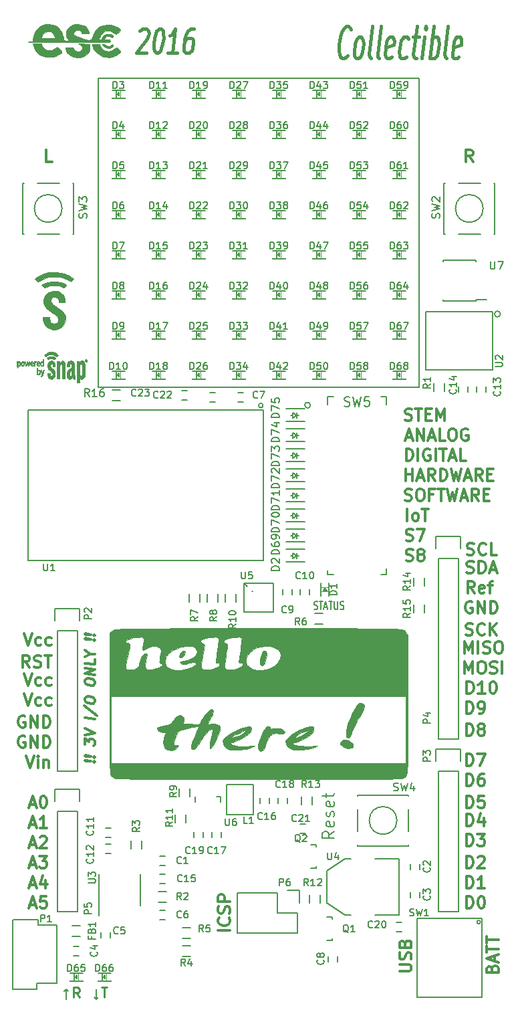
<source format=gto>
G04 #@! TF.FileFunction,Legend,Top*
%FSLAX46Y46*%
G04 Gerber Fmt 4.6, Leading zero omitted, Abs format (unit mm)*
G04 Created by KiCad (PCBNEW 4.0.1-stable) date 2/16/2016 6:40:40 AM*
%MOMM*%
G01*
G04 APERTURE LIST*
%ADD10C,0.100000*%
%ADD11C,0.304800*%
%ADD12C,0.177800*%
%ADD13C,0.150000*%
%ADD14C,0.152400*%
%ADD15C,0.254000*%
%ADD16C,0.300000*%
%ADD17C,0.406400*%
%ADD18C,0.010000*%
%ADD19C,0.149860*%
%ADD20C,0.200660*%
%ADD21C,0.127000*%
%ADD22R,0.952400X0.902400*%
%ADD23R,0.902400X0.952400*%
%ADD24R,0.652400X1.052400*%
%ADD25R,0.952500X0.952500*%
%ADD26R,1.052400X0.652400*%
%ADD27R,0.552400X1.352400*%
%ADD28R,2.184400X3.810000*%
%ADD29R,2.184400X1.168400*%
%ADD30R,0.843280X1.153160*%
%ADD31R,2.184400X1.879600*%
%ADD32O,2.184400X1.879600*%
%ADD33R,1.879600X1.879600*%
%ADD34O,1.879600X1.879600*%
%ADD35C,2.301240*%
%ADD36R,1.702400X0.752400*%
%ADD37C,1.551940*%
%ADD38C,5.152400*%
%ADD39R,2.852400X0.952400*%
%ADD40R,1.852400X0.552400*%
%ADD41R,1.502400X1.402400*%
%ADD42R,1.652400X1.702400*%
%ADD43R,1.352400X2.652400*%
%ADD44R,2.312400X1.672400*%
%ADD45R,0.500380X0.401320*%
%ADD46R,0.401320X0.500380*%
%ADD47R,0.742400X0.602400*%
%ADD48R,1.452400X1.702400*%
%ADD49R,1.702400X1.452400*%
%ADD50R,0.572400X1.272400*%
%ADD51R,0.949960X0.949960*%
G04 APERTURE END LIST*
D10*
D11*
X50502286Y-9822571D02*
X50002286Y-9108286D01*
X49645143Y-9822571D02*
X49645143Y-8322571D01*
X50216571Y-8322571D01*
X50359429Y-8394000D01*
X50430857Y-8465429D01*
X50502286Y-8608286D01*
X50502286Y-8822571D01*
X50430857Y-8965429D01*
X50359429Y-9036857D01*
X50216571Y-9108286D01*
X49645143Y-9108286D01*
X-2837714Y-9822571D02*
X-3552000Y-9822571D01*
X-3552000Y-8322571D01*
D12*
X30371144Y-66451238D02*
X30480001Y-66499619D01*
X30661430Y-66499619D01*
X30734001Y-66451238D01*
X30770287Y-66402857D01*
X30806572Y-66306095D01*
X30806572Y-66209333D01*
X30770287Y-66112571D01*
X30734001Y-66064190D01*
X30661430Y-66015810D01*
X30516287Y-65967429D01*
X30443715Y-65919048D01*
X30407430Y-65870667D01*
X30371144Y-65773905D01*
X30371144Y-65677143D01*
X30407430Y-65580381D01*
X30443715Y-65532000D01*
X30516287Y-65483619D01*
X30697715Y-65483619D01*
X30806572Y-65532000D01*
X31024286Y-65483619D02*
X31459715Y-65483619D01*
X31242001Y-66499619D02*
X31242001Y-65483619D01*
X31677429Y-66209333D02*
X32040286Y-66209333D01*
X31604857Y-66499619D02*
X31858857Y-65483619D01*
X32112857Y-66499619D01*
X32258000Y-65483619D02*
X32693429Y-65483619D01*
X32475715Y-66499619D02*
X32475715Y-65483619D01*
X32947429Y-65483619D02*
X32947429Y-66306095D01*
X32983714Y-66402857D01*
X33020000Y-66451238D01*
X33092571Y-66499619D01*
X33237714Y-66499619D01*
X33310286Y-66451238D01*
X33346571Y-66402857D01*
X33382857Y-66306095D01*
X33382857Y-65483619D01*
X33709429Y-66451238D02*
X33818286Y-66499619D01*
X33999715Y-66499619D01*
X34072286Y-66451238D01*
X34108572Y-66402857D01*
X34144857Y-66306095D01*
X34144857Y-66209333D01*
X34108572Y-66112571D01*
X34072286Y-66064190D01*
X33999715Y-66015810D01*
X33854572Y-65967429D01*
X33782000Y-65919048D01*
X33745715Y-65870667D01*
X33709429Y-65773905D01*
X33709429Y-65677143D01*
X33745715Y-65580381D01*
X33782000Y-65532000D01*
X33854572Y-65483619D01*
X34036000Y-65483619D01*
X34144857Y-65532000D01*
D13*
X3048000Y-38354000D02*
X3048000Y762000D01*
X43688000Y762000D02*
X43688000Y-38354000D01*
X43688000Y762000D02*
X3048000Y762000D01*
X43688000Y-38354000D02*
X3048000Y-38354000D01*
D11*
X2485571Y-85793790D02*
X2546048Y-85740874D01*
X2606524Y-85808909D01*
X2546048Y-85861826D01*
X2485571Y-85793790D01*
X2606524Y-85808909D01*
X2122714Y-85748433D02*
X1397000Y-85718195D01*
X1336524Y-85650159D01*
X1397000Y-85597243D01*
X2122714Y-85748433D01*
X1336524Y-85650159D01*
X2485571Y-85189028D02*
X2546048Y-85136112D01*
X2606524Y-85204147D01*
X2546048Y-85257064D01*
X2485571Y-85189028D01*
X2606524Y-85204147D01*
X2122714Y-85143671D02*
X1397000Y-85113433D01*
X1336524Y-85045397D01*
X1397000Y-84992481D01*
X2122714Y-85143671D01*
X1336524Y-85045397D01*
X1336524Y-83593968D02*
X1336524Y-82807778D01*
X1820333Y-83291588D01*
X1820333Y-83110160D01*
X1880810Y-82996766D01*
X1941286Y-82943850D01*
X2062238Y-82898493D01*
X2364619Y-82936290D01*
X2485571Y-83011885D01*
X2546048Y-83079921D01*
X2606524Y-83208433D01*
X2606524Y-83571290D01*
X2546048Y-83684683D01*
X2485571Y-83737599D01*
X1336524Y-82444921D02*
X2606524Y-82180337D01*
X1336524Y-81598254D01*
X2606524Y-80366052D02*
X1336524Y-80207302D01*
X1276048Y-78687838D02*
X2908905Y-79980517D01*
X1336524Y-78030159D02*
X1336524Y-77788255D01*
X1397000Y-77674862D01*
X1517952Y-77569029D01*
X1759857Y-77538791D01*
X2183190Y-77591708D01*
X2425095Y-77682422D01*
X2546048Y-77818493D01*
X2606524Y-77947005D01*
X2606524Y-78188909D01*
X2546048Y-78302303D01*
X2425095Y-78408136D01*
X2183190Y-78438374D01*
X1759857Y-78385457D01*
X1517952Y-78294743D01*
X1397000Y-78158672D01*
X1336524Y-78030159D01*
X1336524Y-75732064D02*
X1336524Y-75490160D01*
X1397000Y-75376767D01*
X1517952Y-75270934D01*
X1759857Y-75240696D01*
X2183190Y-75293613D01*
X2425095Y-75384327D01*
X2546048Y-75520398D01*
X2606524Y-75648910D01*
X2606524Y-75890814D01*
X2546048Y-76004208D01*
X2425095Y-76110041D01*
X2183190Y-76140279D01*
X1759857Y-76087362D01*
X1517952Y-75996648D01*
X1397000Y-75860577D01*
X1336524Y-75732064D01*
X2606524Y-74802243D02*
X1336524Y-74643493D01*
X2606524Y-74076529D01*
X1336524Y-73917779D01*
X2606524Y-72867005D02*
X2606524Y-73471767D01*
X1336524Y-73313017D01*
X2001762Y-72126172D02*
X2606524Y-72201767D01*
X1336524Y-72466351D02*
X2001762Y-72126172D01*
X1336524Y-71619684D01*
X2485571Y-70372363D02*
X2546048Y-70319447D01*
X2606524Y-70387482D01*
X2546048Y-70440399D01*
X2485571Y-70372363D01*
X2606524Y-70387482D01*
X2122714Y-70327006D02*
X1397000Y-70296768D01*
X1336524Y-70228732D01*
X1397000Y-70175816D01*
X2122714Y-70327006D01*
X1336524Y-70228732D01*
X2485571Y-69767601D02*
X2546048Y-69714685D01*
X2606524Y-69782720D01*
X2546048Y-69835637D01*
X2485571Y-69767601D01*
X2606524Y-69782720D01*
X2122714Y-69722244D02*
X1397000Y-69692006D01*
X1336524Y-69623970D01*
X1397000Y-69571054D01*
X2122714Y-69722244D01*
X1336524Y-69623970D01*
D14*
X32947429Y-94596857D02*
X32221714Y-95104857D01*
X32947429Y-95467714D02*
X31423429Y-95467714D01*
X31423429Y-94887142D01*
X31496000Y-94742000D01*
X31568571Y-94669428D01*
X31713714Y-94596857D01*
X31931429Y-94596857D01*
X32076571Y-94669428D01*
X32149143Y-94742000D01*
X32221714Y-94887142D01*
X32221714Y-95467714D01*
X32874857Y-93363142D02*
X32947429Y-93508285D01*
X32947429Y-93798571D01*
X32874857Y-93943714D01*
X32729714Y-94016285D01*
X32149143Y-94016285D01*
X32004000Y-93943714D01*
X31931429Y-93798571D01*
X31931429Y-93508285D01*
X32004000Y-93363142D01*
X32149143Y-93290571D01*
X32294286Y-93290571D01*
X32439429Y-94016285D01*
X32874857Y-92709999D02*
X32947429Y-92564856D01*
X32947429Y-92274571D01*
X32874857Y-92129428D01*
X32729714Y-92056856D01*
X32657143Y-92056856D01*
X32512000Y-92129428D01*
X32439429Y-92274571D01*
X32439429Y-92492285D01*
X32366857Y-92637428D01*
X32221714Y-92709999D01*
X32149143Y-92709999D01*
X32004000Y-92637428D01*
X31931429Y-92492285D01*
X31931429Y-92274571D01*
X32004000Y-92129428D01*
X32874857Y-90823142D02*
X32947429Y-90968285D01*
X32947429Y-91258571D01*
X32874857Y-91403714D01*
X32729714Y-91476285D01*
X32149143Y-91476285D01*
X32004000Y-91403714D01*
X31931429Y-91258571D01*
X31931429Y-90968285D01*
X32004000Y-90823142D01*
X32149143Y-90750571D01*
X32294286Y-90750571D01*
X32439429Y-91476285D01*
X31931429Y-90315142D02*
X31931429Y-89734571D01*
X31423429Y-90097428D02*
X32729714Y-90097428D01*
X32874857Y-90024856D01*
X32947429Y-89879714D01*
X32947429Y-89734571D01*
D11*
X19739429Y-107151714D02*
X18215429Y-107151714D01*
X19594286Y-105555143D02*
X19666857Y-105627714D01*
X19739429Y-105845428D01*
X19739429Y-105990571D01*
X19666857Y-106208286D01*
X19521714Y-106353428D01*
X19376571Y-106426000D01*
X19086286Y-106498571D01*
X18868571Y-106498571D01*
X18578286Y-106426000D01*
X18433143Y-106353428D01*
X18288000Y-106208286D01*
X18215429Y-105990571D01*
X18215429Y-105845428D01*
X18288000Y-105627714D01*
X18360571Y-105555143D01*
X19666857Y-104974571D02*
X19739429Y-104756857D01*
X19739429Y-104394000D01*
X19666857Y-104248857D01*
X19594286Y-104176286D01*
X19449143Y-104103714D01*
X19304000Y-104103714D01*
X19158857Y-104176286D01*
X19086286Y-104248857D01*
X19013714Y-104394000D01*
X18941143Y-104684286D01*
X18868571Y-104829428D01*
X18796000Y-104902000D01*
X18650857Y-104974571D01*
X18505714Y-104974571D01*
X18360571Y-104902000D01*
X18288000Y-104829428D01*
X18215429Y-104684286D01*
X18215429Y-104321428D01*
X18288000Y-104103714D01*
X19739429Y-103450571D02*
X18215429Y-103450571D01*
X18215429Y-102869999D01*
X18288000Y-102724857D01*
X18360571Y-102652285D01*
X18505714Y-102579714D01*
X18723429Y-102579714D01*
X18868571Y-102652285D01*
X18941143Y-102724857D01*
X19013714Y-102869999D01*
X19013714Y-103450571D01*
X49675143Y-104321429D02*
X49675143Y-102797429D01*
X50038000Y-102797429D01*
X50255715Y-102870000D01*
X50400857Y-103015143D01*
X50473429Y-103160286D01*
X50546000Y-103450571D01*
X50546000Y-103668286D01*
X50473429Y-103958571D01*
X50400857Y-104103714D01*
X50255715Y-104248857D01*
X50038000Y-104321429D01*
X49675143Y-104321429D01*
X51489429Y-102797429D02*
X51634572Y-102797429D01*
X51779715Y-102870000D01*
X51852286Y-102942571D01*
X51924857Y-103087714D01*
X51997429Y-103378000D01*
X51997429Y-103740857D01*
X51924857Y-104031143D01*
X51852286Y-104176286D01*
X51779715Y-104248857D01*
X51634572Y-104321429D01*
X51489429Y-104321429D01*
X51344286Y-104248857D01*
X51271715Y-104176286D01*
X51199143Y-104031143D01*
X51126572Y-103740857D01*
X51126572Y-103378000D01*
X51199143Y-103087714D01*
X51271715Y-102942571D01*
X51344286Y-102870000D01*
X51489429Y-102797429D01*
X49675143Y-101781429D02*
X49675143Y-100257429D01*
X50038000Y-100257429D01*
X50255715Y-100330000D01*
X50400857Y-100475143D01*
X50473429Y-100620286D01*
X50546000Y-100910571D01*
X50546000Y-101128286D01*
X50473429Y-101418571D01*
X50400857Y-101563714D01*
X50255715Y-101708857D01*
X50038000Y-101781429D01*
X49675143Y-101781429D01*
X51997429Y-101781429D02*
X51126572Y-101781429D01*
X51562000Y-101781429D02*
X51562000Y-100257429D01*
X51416857Y-100475143D01*
X51271715Y-100620286D01*
X51126572Y-100692857D01*
X49675143Y-99241429D02*
X49675143Y-97717429D01*
X50038000Y-97717429D01*
X50255715Y-97790000D01*
X50400857Y-97935143D01*
X50473429Y-98080286D01*
X50546000Y-98370571D01*
X50546000Y-98588286D01*
X50473429Y-98878571D01*
X50400857Y-99023714D01*
X50255715Y-99168857D01*
X50038000Y-99241429D01*
X49675143Y-99241429D01*
X51126572Y-97862571D02*
X51199143Y-97790000D01*
X51344286Y-97717429D01*
X51707143Y-97717429D01*
X51852286Y-97790000D01*
X51924857Y-97862571D01*
X51997429Y-98007714D01*
X51997429Y-98152857D01*
X51924857Y-98370571D01*
X51054000Y-99241429D01*
X51997429Y-99241429D01*
X49675143Y-96447429D02*
X49675143Y-94923429D01*
X50038000Y-94923429D01*
X50255715Y-94996000D01*
X50400857Y-95141143D01*
X50473429Y-95286286D01*
X50546000Y-95576571D01*
X50546000Y-95794286D01*
X50473429Y-96084571D01*
X50400857Y-96229714D01*
X50255715Y-96374857D01*
X50038000Y-96447429D01*
X49675143Y-96447429D01*
X51054000Y-94923429D02*
X51997429Y-94923429D01*
X51489429Y-95504000D01*
X51707143Y-95504000D01*
X51852286Y-95576571D01*
X51924857Y-95649143D01*
X51997429Y-95794286D01*
X51997429Y-96157143D01*
X51924857Y-96302286D01*
X51852286Y-96374857D01*
X51707143Y-96447429D01*
X51271715Y-96447429D01*
X51126572Y-96374857D01*
X51054000Y-96302286D01*
X49675143Y-93907429D02*
X49675143Y-92383429D01*
X50038000Y-92383429D01*
X50255715Y-92456000D01*
X50400857Y-92601143D01*
X50473429Y-92746286D01*
X50546000Y-93036571D01*
X50546000Y-93254286D01*
X50473429Y-93544571D01*
X50400857Y-93689714D01*
X50255715Y-93834857D01*
X50038000Y-93907429D01*
X49675143Y-93907429D01*
X51852286Y-92891429D02*
X51852286Y-93907429D01*
X51489429Y-92310857D02*
X51126572Y-93399429D01*
X52070000Y-93399429D01*
X49675143Y-91621429D02*
X49675143Y-90097429D01*
X50038000Y-90097429D01*
X50255715Y-90170000D01*
X50400857Y-90315143D01*
X50473429Y-90460286D01*
X50546000Y-90750571D01*
X50546000Y-90968286D01*
X50473429Y-91258571D01*
X50400857Y-91403714D01*
X50255715Y-91548857D01*
X50038000Y-91621429D01*
X49675143Y-91621429D01*
X51924857Y-90097429D02*
X51199143Y-90097429D01*
X51126572Y-90823143D01*
X51199143Y-90750571D01*
X51344286Y-90678000D01*
X51707143Y-90678000D01*
X51852286Y-90750571D01*
X51924857Y-90823143D01*
X51997429Y-90968286D01*
X51997429Y-91331143D01*
X51924857Y-91476286D01*
X51852286Y-91548857D01*
X51707143Y-91621429D01*
X51344286Y-91621429D01*
X51199143Y-91548857D01*
X51126572Y-91476286D01*
X49675143Y-88827429D02*
X49675143Y-87303429D01*
X50038000Y-87303429D01*
X50255715Y-87376000D01*
X50400857Y-87521143D01*
X50473429Y-87666286D01*
X50546000Y-87956571D01*
X50546000Y-88174286D01*
X50473429Y-88464571D01*
X50400857Y-88609714D01*
X50255715Y-88754857D01*
X50038000Y-88827429D01*
X49675143Y-88827429D01*
X51852286Y-87303429D02*
X51562000Y-87303429D01*
X51416857Y-87376000D01*
X51344286Y-87448571D01*
X51199143Y-87666286D01*
X51126572Y-87956571D01*
X51126572Y-88537143D01*
X51199143Y-88682286D01*
X51271715Y-88754857D01*
X51416857Y-88827429D01*
X51707143Y-88827429D01*
X51852286Y-88754857D01*
X51924857Y-88682286D01*
X51997429Y-88537143D01*
X51997429Y-88174286D01*
X51924857Y-88029143D01*
X51852286Y-87956571D01*
X51707143Y-87884000D01*
X51416857Y-87884000D01*
X51271715Y-87956571D01*
X51199143Y-88029143D01*
X51126572Y-88174286D01*
X49675143Y-86287429D02*
X49675143Y-84763429D01*
X50038000Y-84763429D01*
X50255715Y-84836000D01*
X50400857Y-84981143D01*
X50473429Y-85126286D01*
X50546000Y-85416571D01*
X50546000Y-85634286D01*
X50473429Y-85924571D01*
X50400857Y-86069714D01*
X50255715Y-86214857D01*
X50038000Y-86287429D01*
X49675143Y-86287429D01*
X51054000Y-84763429D02*
X52070000Y-84763429D01*
X51416857Y-86287429D01*
X49675143Y-82477429D02*
X49675143Y-80953429D01*
X50038000Y-80953429D01*
X50255715Y-81026000D01*
X50400857Y-81171143D01*
X50473429Y-81316286D01*
X50546000Y-81606571D01*
X50546000Y-81824286D01*
X50473429Y-82114571D01*
X50400857Y-82259714D01*
X50255715Y-82404857D01*
X50038000Y-82477429D01*
X49675143Y-82477429D01*
X51416857Y-81606571D02*
X51271715Y-81534000D01*
X51199143Y-81461429D01*
X51126572Y-81316286D01*
X51126572Y-81243714D01*
X51199143Y-81098571D01*
X51271715Y-81026000D01*
X51416857Y-80953429D01*
X51707143Y-80953429D01*
X51852286Y-81026000D01*
X51924857Y-81098571D01*
X51997429Y-81243714D01*
X51997429Y-81316286D01*
X51924857Y-81461429D01*
X51852286Y-81534000D01*
X51707143Y-81606571D01*
X51416857Y-81606571D01*
X51271715Y-81679143D01*
X51199143Y-81751714D01*
X51126572Y-81896857D01*
X51126572Y-82187143D01*
X51199143Y-82332286D01*
X51271715Y-82404857D01*
X51416857Y-82477429D01*
X51707143Y-82477429D01*
X51852286Y-82404857D01*
X51924857Y-82332286D01*
X51997429Y-82187143D01*
X51997429Y-81896857D01*
X51924857Y-81751714D01*
X51852286Y-81679143D01*
X51707143Y-81606571D01*
X49675143Y-79683429D02*
X49675143Y-78159429D01*
X50038000Y-78159429D01*
X50255715Y-78232000D01*
X50400857Y-78377143D01*
X50473429Y-78522286D01*
X50546000Y-78812571D01*
X50546000Y-79030286D01*
X50473429Y-79320571D01*
X50400857Y-79465714D01*
X50255715Y-79610857D01*
X50038000Y-79683429D01*
X49675143Y-79683429D01*
X51271715Y-79683429D02*
X51562000Y-79683429D01*
X51707143Y-79610857D01*
X51779715Y-79538286D01*
X51924857Y-79320571D01*
X51997429Y-79030286D01*
X51997429Y-78449714D01*
X51924857Y-78304571D01*
X51852286Y-78232000D01*
X51707143Y-78159429D01*
X51416857Y-78159429D01*
X51271715Y-78232000D01*
X51199143Y-78304571D01*
X51126572Y-78449714D01*
X51126572Y-78812571D01*
X51199143Y-78957714D01*
X51271715Y-79030286D01*
X51416857Y-79102857D01*
X51707143Y-79102857D01*
X51852286Y-79030286D01*
X51924857Y-78957714D01*
X51997429Y-78812571D01*
X49711428Y-77143429D02*
X49711428Y-75619429D01*
X50074285Y-75619429D01*
X50292000Y-75692000D01*
X50437142Y-75837143D01*
X50509714Y-75982286D01*
X50582285Y-76272571D01*
X50582285Y-76490286D01*
X50509714Y-76780571D01*
X50437142Y-76925714D01*
X50292000Y-77070857D01*
X50074285Y-77143429D01*
X49711428Y-77143429D01*
X52033714Y-77143429D02*
X51162857Y-77143429D01*
X51598285Y-77143429D02*
X51598285Y-75619429D01*
X51453142Y-75837143D01*
X51308000Y-75982286D01*
X51162857Y-76054857D01*
X52977143Y-75619429D02*
X53122286Y-75619429D01*
X53267429Y-75692000D01*
X53340000Y-75764571D01*
X53412571Y-75909714D01*
X53485143Y-76200000D01*
X53485143Y-76562857D01*
X53412571Y-76853143D01*
X53340000Y-76998286D01*
X53267429Y-77070857D01*
X53122286Y-77143429D01*
X52977143Y-77143429D01*
X52832000Y-77070857D01*
X52759429Y-76998286D01*
X52686857Y-76853143D01*
X52614286Y-76562857D01*
X52614286Y-76200000D01*
X52686857Y-75909714D01*
X52759429Y-75764571D01*
X52832000Y-75692000D01*
X52977143Y-75619429D01*
X49421143Y-74603429D02*
X49421143Y-73079429D01*
X49929143Y-74168000D01*
X50437143Y-73079429D01*
X50437143Y-74603429D01*
X51453143Y-73079429D02*
X51743429Y-73079429D01*
X51888571Y-73152000D01*
X52033714Y-73297143D01*
X52106286Y-73587429D01*
X52106286Y-74095429D01*
X52033714Y-74385714D01*
X51888571Y-74530857D01*
X51743429Y-74603429D01*
X51453143Y-74603429D01*
X51308000Y-74530857D01*
X51162857Y-74385714D01*
X51090286Y-74095429D01*
X51090286Y-73587429D01*
X51162857Y-73297143D01*
X51308000Y-73152000D01*
X51453143Y-73079429D01*
X52686857Y-74530857D02*
X52904571Y-74603429D01*
X53267428Y-74603429D01*
X53412571Y-74530857D01*
X53485142Y-74458286D01*
X53557714Y-74313143D01*
X53557714Y-74168000D01*
X53485142Y-74022857D01*
X53412571Y-73950286D01*
X53267428Y-73877714D01*
X52977142Y-73805143D01*
X52832000Y-73732571D01*
X52759428Y-73660000D01*
X52686857Y-73514857D01*
X52686857Y-73369714D01*
X52759428Y-73224571D01*
X52832000Y-73152000D01*
X52977142Y-73079429D01*
X53340000Y-73079429D01*
X53557714Y-73152000D01*
X54210857Y-74603429D02*
X54210857Y-73079429D01*
X49421143Y-72063429D02*
X49421143Y-70539429D01*
X49929143Y-71628000D01*
X50437143Y-70539429D01*
X50437143Y-72063429D01*
X51162857Y-72063429D02*
X51162857Y-70539429D01*
X51816000Y-71990857D02*
X52033714Y-72063429D01*
X52396571Y-72063429D01*
X52541714Y-71990857D01*
X52614285Y-71918286D01*
X52686857Y-71773143D01*
X52686857Y-71628000D01*
X52614285Y-71482857D01*
X52541714Y-71410286D01*
X52396571Y-71337714D01*
X52106285Y-71265143D01*
X51961143Y-71192571D01*
X51888571Y-71120000D01*
X51816000Y-70974857D01*
X51816000Y-70829714D01*
X51888571Y-70684571D01*
X51961143Y-70612000D01*
X52106285Y-70539429D01*
X52469143Y-70539429D01*
X52686857Y-70612000D01*
X53630286Y-70539429D02*
X53920572Y-70539429D01*
X54065714Y-70612000D01*
X54210857Y-70757143D01*
X54283429Y-71047429D01*
X54283429Y-71555429D01*
X54210857Y-71845714D01*
X54065714Y-71990857D01*
X53920572Y-72063429D01*
X53630286Y-72063429D01*
X53485143Y-71990857D01*
X53340000Y-71845714D01*
X53267429Y-71555429D01*
X53267429Y-71047429D01*
X53340000Y-70757143D01*
X53485143Y-70612000D01*
X53630286Y-70539429D01*
X49602572Y-69704857D02*
X49820286Y-69777429D01*
X50183143Y-69777429D01*
X50328286Y-69704857D01*
X50400857Y-69632286D01*
X50473429Y-69487143D01*
X50473429Y-69342000D01*
X50400857Y-69196857D01*
X50328286Y-69124286D01*
X50183143Y-69051714D01*
X49892857Y-68979143D01*
X49747715Y-68906571D01*
X49675143Y-68834000D01*
X49602572Y-68688857D01*
X49602572Y-68543714D01*
X49675143Y-68398571D01*
X49747715Y-68326000D01*
X49892857Y-68253429D01*
X50255715Y-68253429D01*
X50473429Y-68326000D01*
X51997429Y-69632286D02*
X51924858Y-69704857D01*
X51707144Y-69777429D01*
X51562001Y-69777429D01*
X51344286Y-69704857D01*
X51199144Y-69559714D01*
X51126572Y-69414571D01*
X51054001Y-69124286D01*
X51054001Y-68906571D01*
X51126572Y-68616286D01*
X51199144Y-68471143D01*
X51344286Y-68326000D01*
X51562001Y-68253429D01*
X51707144Y-68253429D01*
X51924858Y-68326000D01*
X51997429Y-68398571D01*
X52650572Y-69777429D02*
X52650572Y-68253429D01*
X53521429Y-69777429D02*
X52868286Y-68906571D01*
X53521429Y-68253429D02*
X52650572Y-69124286D01*
X50400858Y-65532000D02*
X50255715Y-65459429D01*
X50038001Y-65459429D01*
X49820286Y-65532000D01*
X49675144Y-65677143D01*
X49602572Y-65822286D01*
X49530001Y-66112571D01*
X49530001Y-66330286D01*
X49602572Y-66620571D01*
X49675144Y-66765714D01*
X49820286Y-66910857D01*
X50038001Y-66983429D01*
X50183144Y-66983429D01*
X50400858Y-66910857D01*
X50473429Y-66838286D01*
X50473429Y-66330286D01*
X50183144Y-66330286D01*
X51126572Y-66983429D02*
X51126572Y-65459429D01*
X51997429Y-66983429D01*
X51997429Y-65459429D01*
X52723143Y-66983429D02*
X52723143Y-65459429D01*
X53086000Y-65459429D01*
X53303715Y-65532000D01*
X53448857Y-65677143D01*
X53521429Y-65822286D01*
X53594000Y-66112571D01*
X53594000Y-66330286D01*
X53521429Y-66620571D01*
X53448857Y-66765714D01*
X53303715Y-66910857D01*
X53086000Y-66983429D01*
X52723143Y-66983429D01*
X50691143Y-64443429D02*
X50183143Y-63717714D01*
X49820286Y-64443429D02*
X49820286Y-62919429D01*
X50400858Y-62919429D01*
X50546000Y-62992000D01*
X50618572Y-63064571D01*
X50691143Y-63209714D01*
X50691143Y-63427429D01*
X50618572Y-63572571D01*
X50546000Y-63645143D01*
X50400858Y-63717714D01*
X49820286Y-63717714D01*
X51924858Y-64370857D02*
X51779715Y-64443429D01*
X51489429Y-64443429D01*
X51344286Y-64370857D01*
X51271715Y-64225714D01*
X51271715Y-63645143D01*
X51344286Y-63500000D01*
X51489429Y-63427429D01*
X51779715Y-63427429D01*
X51924858Y-63500000D01*
X51997429Y-63645143D01*
X51997429Y-63790286D01*
X51271715Y-63935429D01*
X52432858Y-63427429D02*
X53013429Y-63427429D01*
X52650572Y-64443429D02*
X52650572Y-63137143D01*
X52723144Y-62992000D01*
X52868286Y-62919429D01*
X53013429Y-62919429D01*
X49711429Y-61830857D02*
X49929143Y-61903429D01*
X50292000Y-61903429D01*
X50437143Y-61830857D01*
X50509714Y-61758286D01*
X50582286Y-61613143D01*
X50582286Y-61468000D01*
X50509714Y-61322857D01*
X50437143Y-61250286D01*
X50292000Y-61177714D01*
X50001714Y-61105143D01*
X49856572Y-61032571D01*
X49784000Y-60960000D01*
X49711429Y-60814857D01*
X49711429Y-60669714D01*
X49784000Y-60524571D01*
X49856572Y-60452000D01*
X50001714Y-60379429D01*
X50364572Y-60379429D01*
X50582286Y-60452000D01*
X51235429Y-61903429D02*
X51235429Y-60379429D01*
X51598286Y-60379429D01*
X51816001Y-60452000D01*
X51961143Y-60597143D01*
X52033715Y-60742286D01*
X52106286Y-61032571D01*
X52106286Y-61250286D01*
X52033715Y-61540571D01*
X51961143Y-61685714D01*
X51816001Y-61830857D01*
X51598286Y-61903429D01*
X51235429Y-61903429D01*
X52686858Y-61468000D02*
X53412572Y-61468000D01*
X52541715Y-61903429D02*
X53049715Y-60379429D01*
X53557715Y-61903429D01*
X49747715Y-59544857D02*
X49965429Y-59617429D01*
X50328286Y-59617429D01*
X50473429Y-59544857D01*
X50546000Y-59472286D01*
X50618572Y-59327143D01*
X50618572Y-59182000D01*
X50546000Y-59036857D01*
X50473429Y-58964286D01*
X50328286Y-58891714D01*
X50038000Y-58819143D01*
X49892858Y-58746571D01*
X49820286Y-58674000D01*
X49747715Y-58528857D01*
X49747715Y-58383714D01*
X49820286Y-58238571D01*
X49892858Y-58166000D01*
X50038000Y-58093429D01*
X50400858Y-58093429D01*
X50618572Y-58166000D01*
X52142572Y-59472286D02*
X52070001Y-59544857D01*
X51852287Y-59617429D01*
X51707144Y-59617429D01*
X51489429Y-59544857D01*
X51344287Y-59399714D01*
X51271715Y-59254571D01*
X51199144Y-58964286D01*
X51199144Y-58746571D01*
X51271715Y-58456286D01*
X51344287Y-58311143D01*
X51489429Y-58166000D01*
X51707144Y-58093429D01*
X51852287Y-58093429D01*
X52070001Y-58166000D01*
X52142572Y-58238571D01*
X53521429Y-59617429D02*
X52795715Y-59617429D01*
X52795715Y-58093429D01*
X-6386286Y-69523429D02*
X-5878286Y-71047429D01*
X-5370286Y-69523429D01*
X-4209143Y-70974857D02*
X-4354286Y-71047429D01*
X-4644572Y-71047429D01*
X-4789714Y-70974857D01*
X-4862286Y-70902286D01*
X-4934857Y-70757143D01*
X-4934857Y-70321714D01*
X-4862286Y-70176571D01*
X-4789714Y-70104000D01*
X-4644572Y-70031429D01*
X-4354286Y-70031429D01*
X-4209143Y-70104000D01*
X-2902857Y-70974857D02*
X-3048000Y-71047429D01*
X-3338286Y-71047429D01*
X-3483428Y-70974857D01*
X-3556000Y-70902286D01*
X-3628571Y-70757143D01*
X-3628571Y-70321714D01*
X-3556000Y-70176571D01*
X-3483428Y-70104000D01*
X-3338286Y-70031429D01*
X-3048000Y-70031429D01*
X-2902857Y-70104000D01*
X-5660572Y-73841429D02*
X-6168572Y-73115714D01*
X-6531429Y-73841429D02*
X-6531429Y-72317429D01*
X-5950857Y-72317429D01*
X-5805715Y-72390000D01*
X-5733143Y-72462571D01*
X-5660572Y-72607714D01*
X-5660572Y-72825429D01*
X-5733143Y-72970571D01*
X-5805715Y-73043143D01*
X-5950857Y-73115714D01*
X-6531429Y-73115714D01*
X-5080000Y-73768857D02*
X-4862286Y-73841429D01*
X-4499429Y-73841429D01*
X-4354286Y-73768857D01*
X-4281715Y-73696286D01*
X-4209143Y-73551143D01*
X-4209143Y-73406000D01*
X-4281715Y-73260857D01*
X-4354286Y-73188286D01*
X-4499429Y-73115714D01*
X-4789715Y-73043143D01*
X-4934857Y-72970571D01*
X-5007429Y-72898000D01*
X-5080000Y-72752857D01*
X-5080000Y-72607714D01*
X-5007429Y-72462571D01*
X-4934857Y-72390000D01*
X-4789715Y-72317429D01*
X-4426857Y-72317429D01*
X-4209143Y-72390000D01*
X-3773714Y-72317429D02*
X-2902857Y-72317429D01*
X-3338286Y-73841429D02*
X-3338286Y-72317429D01*
X-6386286Y-74603429D02*
X-5878286Y-76127429D01*
X-5370286Y-74603429D01*
X-4209143Y-76054857D02*
X-4354286Y-76127429D01*
X-4644572Y-76127429D01*
X-4789714Y-76054857D01*
X-4862286Y-75982286D01*
X-4934857Y-75837143D01*
X-4934857Y-75401714D01*
X-4862286Y-75256571D01*
X-4789714Y-75184000D01*
X-4644572Y-75111429D01*
X-4354286Y-75111429D01*
X-4209143Y-75184000D01*
X-2902857Y-76054857D02*
X-3048000Y-76127429D01*
X-3338286Y-76127429D01*
X-3483428Y-76054857D01*
X-3556000Y-75982286D01*
X-3628571Y-75837143D01*
X-3628571Y-75401714D01*
X-3556000Y-75256571D01*
X-3483428Y-75184000D01*
X-3338286Y-75111429D01*
X-3048000Y-75111429D01*
X-2902857Y-75184000D01*
X-6386286Y-77143429D02*
X-5878286Y-78667429D01*
X-5370286Y-77143429D01*
X-4209143Y-78594857D02*
X-4354286Y-78667429D01*
X-4644572Y-78667429D01*
X-4789714Y-78594857D01*
X-4862286Y-78522286D01*
X-4934857Y-78377143D01*
X-4934857Y-77941714D01*
X-4862286Y-77796571D01*
X-4789714Y-77724000D01*
X-4644572Y-77651429D01*
X-4354286Y-77651429D01*
X-4209143Y-77724000D01*
X-2902857Y-78594857D02*
X-3048000Y-78667429D01*
X-3338286Y-78667429D01*
X-3483428Y-78594857D01*
X-3556000Y-78522286D01*
X-3628571Y-78377143D01*
X-3628571Y-77941714D01*
X-3556000Y-77796571D01*
X-3483428Y-77724000D01*
X-3338286Y-77651429D01*
X-3048000Y-77651429D01*
X-2902857Y-77724000D01*
X-6241142Y-80010000D02*
X-6386285Y-79937429D01*
X-6603999Y-79937429D01*
X-6821714Y-80010000D01*
X-6966856Y-80155143D01*
X-7039428Y-80300286D01*
X-7111999Y-80590571D01*
X-7111999Y-80808286D01*
X-7039428Y-81098571D01*
X-6966856Y-81243714D01*
X-6821714Y-81388857D01*
X-6603999Y-81461429D01*
X-6458856Y-81461429D01*
X-6241142Y-81388857D01*
X-6168571Y-81316286D01*
X-6168571Y-80808286D01*
X-6458856Y-80808286D01*
X-5515428Y-81461429D02*
X-5515428Y-79937429D01*
X-4644571Y-81461429D01*
X-4644571Y-79937429D01*
X-3918857Y-81461429D02*
X-3918857Y-79937429D01*
X-3556000Y-79937429D01*
X-3338285Y-80010000D01*
X-3193143Y-80155143D01*
X-3120571Y-80300286D01*
X-3048000Y-80590571D01*
X-3048000Y-80808286D01*
X-3120571Y-81098571D01*
X-3193143Y-81243714D01*
X-3338285Y-81388857D01*
X-3556000Y-81461429D01*
X-3918857Y-81461429D01*
X-6241142Y-82550000D02*
X-6386285Y-82477429D01*
X-6603999Y-82477429D01*
X-6821714Y-82550000D01*
X-6966856Y-82695143D01*
X-7039428Y-82840286D01*
X-7111999Y-83130571D01*
X-7111999Y-83348286D01*
X-7039428Y-83638571D01*
X-6966856Y-83783714D01*
X-6821714Y-83928857D01*
X-6603999Y-84001429D01*
X-6458856Y-84001429D01*
X-6241142Y-83928857D01*
X-6168571Y-83856286D01*
X-6168571Y-83348286D01*
X-6458856Y-83348286D01*
X-5515428Y-84001429D02*
X-5515428Y-82477429D01*
X-4644571Y-84001429D01*
X-4644571Y-82477429D01*
X-3918857Y-84001429D02*
X-3918857Y-82477429D01*
X-3556000Y-82477429D01*
X-3338285Y-82550000D01*
X-3193143Y-82695143D01*
X-3120571Y-82840286D01*
X-3048000Y-83130571D01*
X-3048000Y-83348286D01*
X-3120571Y-83638571D01*
X-3193143Y-83783714D01*
X-3338285Y-83928857D01*
X-3556000Y-84001429D01*
X-3918857Y-84001429D01*
X-6132285Y-85017429D02*
X-5624285Y-86541429D01*
X-5116285Y-85017429D01*
X-4608285Y-86541429D02*
X-4608285Y-85525429D01*
X-4608285Y-85017429D02*
X-4680856Y-85090000D01*
X-4608285Y-85162571D01*
X-4535713Y-85090000D01*
X-4608285Y-85017429D01*
X-4608285Y-85162571D01*
X-3882571Y-85525429D02*
X-3882571Y-86541429D01*
X-3882571Y-85670571D02*
X-3809999Y-85598000D01*
X-3664857Y-85525429D01*
X-3447142Y-85525429D01*
X-3301999Y-85598000D01*
X-3229428Y-85743143D01*
X-3229428Y-86541429D01*
X-5660571Y-103886000D02*
X-4934857Y-103886000D01*
X-5805714Y-104321429D02*
X-5297714Y-102797429D01*
X-4789714Y-104321429D01*
X-3556000Y-102797429D02*
X-4281714Y-102797429D01*
X-4354285Y-103523143D01*
X-4281714Y-103450571D01*
X-4136571Y-103378000D01*
X-3773714Y-103378000D01*
X-3628571Y-103450571D01*
X-3556000Y-103523143D01*
X-3483428Y-103668286D01*
X-3483428Y-104031143D01*
X-3556000Y-104176286D01*
X-3628571Y-104248857D01*
X-3773714Y-104321429D01*
X-4136571Y-104321429D01*
X-4281714Y-104248857D01*
X-4354285Y-104176286D01*
X-5660571Y-101346000D02*
X-4934857Y-101346000D01*
X-5805714Y-101781429D02*
X-5297714Y-100257429D01*
X-4789714Y-101781429D01*
X-3628571Y-100765429D02*
X-3628571Y-101781429D01*
X-3991428Y-100184857D02*
X-4354285Y-101273429D01*
X-3410857Y-101273429D01*
X-5660571Y-98806000D02*
X-4934857Y-98806000D01*
X-5805714Y-99241429D02*
X-5297714Y-97717429D01*
X-4789714Y-99241429D01*
X-4426857Y-97717429D02*
X-3483428Y-97717429D01*
X-3991428Y-98298000D01*
X-3773714Y-98298000D01*
X-3628571Y-98370571D01*
X-3556000Y-98443143D01*
X-3483428Y-98588286D01*
X-3483428Y-98951143D01*
X-3556000Y-99096286D01*
X-3628571Y-99168857D01*
X-3773714Y-99241429D01*
X-4209142Y-99241429D01*
X-4354285Y-99168857D01*
X-4426857Y-99096286D01*
X-5660571Y-96266000D02*
X-4934857Y-96266000D01*
X-5805714Y-96701429D02*
X-5297714Y-95177429D01*
X-4789714Y-96701429D01*
X-4354285Y-95322571D02*
X-4281714Y-95250000D01*
X-4136571Y-95177429D01*
X-3773714Y-95177429D01*
X-3628571Y-95250000D01*
X-3556000Y-95322571D01*
X-3483428Y-95467714D01*
X-3483428Y-95612857D01*
X-3556000Y-95830571D01*
X-4426857Y-96701429D01*
X-3483428Y-96701429D01*
X-5660571Y-93726000D02*
X-4934857Y-93726000D01*
X-5805714Y-94161429D02*
X-5297714Y-92637429D01*
X-4789714Y-94161429D01*
X-3483428Y-94161429D02*
X-4354285Y-94161429D01*
X-3918857Y-94161429D02*
X-3918857Y-92637429D01*
X-4064000Y-92855143D01*
X-4209142Y-93000286D01*
X-4354285Y-93072857D01*
X-5660571Y-91186000D02*
X-4934857Y-91186000D01*
X-5805714Y-91621429D02*
X-5297714Y-90097429D01*
X-4789714Y-91621429D01*
X-3991428Y-90097429D02*
X-3846285Y-90097429D01*
X-3701142Y-90170000D01*
X-3628571Y-90242571D01*
X-3556000Y-90387714D01*
X-3483428Y-90678000D01*
X-3483428Y-91040857D01*
X-3556000Y-91331143D01*
X-3628571Y-91476286D01*
X-3701142Y-91548857D01*
X-3846285Y-91621429D01*
X-3991428Y-91621429D01*
X-4136571Y-91548857D01*
X-4209142Y-91476286D01*
X-4281714Y-91331143D01*
X-4354285Y-91040857D01*
X-4354285Y-90678000D01*
X-4281714Y-90387714D01*
X-4209142Y-90242571D01*
X-4136571Y-90170000D01*
X-3991428Y-90097429D01*
D13*
X2794000Y-115824000D02*
X3048000Y-115570000D01*
X2794000Y-115824000D02*
X2540000Y-115570000D01*
X2794000Y-114554000D02*
X2794000Y-115824000D01*
X-1016000Y-114554000D02*
X-762000Y-114808000D01*
X-1270000Y-114808000D02*
X-1016000Y-114554000D01*
X-1016000Y-114554000D02*
X-1270000Y-114808000D01*
X-1016000Y-115824000D02*
X-1016000Y-114554000D01*
X-1016000Y-114554000D02*
X-1016000Y-115824000D01*
D15*
X3447143Y-114366524D02*
X4172858Y-114366524D01*
X3810001Y-115636524D02*
X3810001Y-114366524D01*
X647095Y-115636524D02*
X223762Y-115031762D01*
X-78619Y-115636524D02*
X-78619Y-114366524D01*
X405190Y-114366524D01*
X526143Y-114427000D01*
X586619Y-114487476D01*
X647095Y-114608429D01*
X647095Y-114789857D01*
X586619Y-114910810D01*
X526143Y-114971286D01*
X405190Y-115031762D01*
X-78619Y-115031762D01*
D11*
X52928057Y-111990771D02*
X52999486Y-111776485D01*
X53070914Y-111705057D01*
X53213771Y-111633628D01*
X53428057Y-111633628D01*
X53570914Y-111705057D01*
X53642343Y-111776485D01*
X53713771Y-111919343D01*
X53713771Y-112490771D01*
X52213771Y-112490771D01*
X52213771Y-111990771D01*
X52285200Y-111847914D01*
X52356629Y-111776485D01*
X52499486Y-111705057D01*
X52642343Y-111705057D01*
X52785200Y-111776485D01*
X52856629Y-111847914D01*
X52928057Y-111990771D01*
X52928057Y-112490771D01*
X53285200Y-111062200D02*
X53285200Y-110347914D01*
X53713771Y-111205057D02*
X52213771Y-110705057D01*
X53713771Y-110205057D01*
X52213771Y-109919343D02*
X52213771Y-109062200D01*
X53713771Y-109490771D02*
X52213771Y-109490771D01*
X52213771Y-108776486D02*
X52213771Y-107919343D01*
X53713771Y-108347914D02*
X52213771Y-108347914D01*
X41190171Y-112306657D02*
X42404457Y-112306657D01*
X42547314Y-112235229D01*
X42618743Y-112163800D01*
X42690171Y-112020943D01*
X42690171Y-111735229D01*
X42618743Y-111592371D01*
X42547314Y-111520943D01*
X42404457Y-111449514D01*
X41190171Y-111449514D01*
X42618743Y-110806657D02*
X42690171Y-110592371D01*
X42690171Y-110235228D01*
X42618743Y-110092371D01*
X42547314Y-110020942D01*
X42404457Y-109949514D01*
X42261600Y-109949514D01*
X42118743Y-110020942D01*
X42047314Y-110092371D01*
X41975886Y-110235228D01*
X41904457Y-110520942D01*
X41833029Y-110663800D01*
X41761600Y-110735228D01*
X41618743Y-110806657D01*
X41475886Y-110806657D01*
X41333029Y-110735228D01*
X41261600Y-110663800D01*
X41190171Y-110520942D01*
X41190171Y-110163800D01*
X41261600Y-109949514D01*
X41904457Y-108806657D02*
X41975886Y-108592371D01*
X42047314Y-108520943D01*
X42190171Y-108449514D01*
X42404457Y-108449514D01*
X42547314Y-108520943D01*
X42618743Y-108592371D01*
X42690171Y-108735229D01*
X42690171Y-109306657D01*
X41190171Y-109306657D01*
X41190171Y-108806657D01*
X41261600Y-108663800D01*
X41333029Y-108592371D01*
X41475886Y-108520943D01*
X41618743Y-108520943D01*
X41761600Y-108592371D01*
X41833029Y-108663800D01*
X41904457Y-108806657D01*
X41904457Y-109306657D01*
D16*
X42037143Y-60297143D02*
X42251429Y-60368571D01*
X42608572Y-60368571D01*
X42751429Y-60297143D01*
X42822858Y-60225714D01*
X42894286Y-60082857D01*
X42894286Y-59940000D01*
X42822858Y-59797143D01*
X42751429Y-59725714D01*
X42608572Y-59654286D01*
X42322858Y-59582857D01*
X42180000Y-59511429D01*
X42108572Y-59440000D01*
X42037143Y-59297143D01*
X42037143Y-59154286D01*
X42108572Y-59011429D01*
X42180000Y-58940000D01*
X42322858Y-58868571D01*
X42680000Y-58868571D01*
X42894286Y-58940000D01*
X43751429Y-59511429D02*
X43608571Y-59440000D01*
X43537143Y-59368571D01*
X43465714Y-59225714D01*
X43465714Y-59154286D01*
X43537143Y-59011429D01*
X43608571Y-58940000D01*
X43751429Y-58868571D01*
X44037143Y-58868571D01*
X44180000Y-58940000D01*
X44251429Y-59011429D01*
X44322857Y-59154286D01*
X44322857Y-59225714D01*
X44251429Y-59368571D01*
X44180000Y-59440000D01*
X44037143Y-59511429D01*
X43751429Y-59511429D01*
X43608571Y-59582857D01*
X43537143Y-59654286D01*
X43465714Y-59797143D01*
X43465714Y-60082857D01*
X43537143Y-60225714D01*
X43608571Y-60297143D01*
X43751429Y-60368571D01*
X44037143Y-60368571D01*
X44180000Y-60297143D01*
X44251429Y-60225714D01*
X44322857Y-60082857D01*
X44322857Y-59797143D01*
X44251429Y-59654286D01*
X44180000Y-59582857D01*
X44037143Y-59511429D01*
X42037143Y-57757143D02*
X42251429Y-57828571D01*
X42608572Y-57828571D01*
X42751429Y-57757143D01*
X42822858Y-57685714D01*
X42894286Y-57542857D01*
X42894286Y-57400000D01*
X42822858Y-57257143D01*
X42751429Y-57185714D01*
X42608572Y-57114286D01*
X42322858Y-57042857D01*
X42180000Y-56971429D01*
X42108572Y-56900000D01*
X42037143Y-56757143D01*
X42037143Y-56614286D01*
X42108572Y-56471429D01*
X42180000Y-56400000D01*
X42322858Y-56328571D01*
X42680000Y-56328571D01*
X42894286Y-56400000D01*
X43394286Y-56328571D02*
X44394286Y-56328571D01*
X43751429Y-57828571D01*
X42184000Y-55288571D02*
X42184000Y-53788571D01*
X43112572Y-55288571D02*
X42969714Y-55217143D01*
X42898286Y-55145714D01*
X42826857Y-55002857D01*
X42826857Y-54574286D01*
X42898286Y-54431429D01*
X42969714Y-54360000D01*
X43112572Y-54288571D01*
X43326857Y-54288571D01*
X43469714Y-54360000D01*
X43541143Y-54431429D01*
X43612572Y-54574286D01*
X43612572Y-55002857D01*
X43541143Y-55145714D01*
X43469714Y-55217143D01*
X43326857Y-55288571D01*
X43112572Y-55288571D01*
X44041143Y-53788571D02*
X44898286Y-53788571D01*
X44469715Y-55288571D02*
X44469715Y-53788571D01*
X41886857Y-52677143D02*
X42101143Y-52748571D01*
X42458286Y-52748571D01*
X42601143Y-52677143D01*
X42672572Y-52605714D01*
X42744000Y-52462857D01*
X42744000Y-52320000D01*
X42672572Y-52177143D01*
X42601143Y-52105714D01*
X42458286Y-52034286D01*
X42172572Y-51962857D01*
X42029714Y-51891429D01*
X41958286Y-51820000D01*
X41886857Y-51677143D01*
X41886857Y-51534286D01*
X41958286Y-51391429D01*
X42029714Y-51320000D01*
X42172572Y-51248571D01*
X42529714Y-51248571D01*
X42744000Y-51320000D01*
X43672571Y-51248571D02*
X43958285Y-51248571D01*
X44101143Y-51320000D01*
X44244000Y-51462857D01*
X44315428Y-51748571D01*
X44315428Y-52248571D01*
X44244000Y-52534286D01*
X44101143Y-52677143D01*
X43958285Y-52748571D01*
X43672571Y-52748571D01*
X43529714Y-52677143D01*
X43386857Y-52534286D01*
X43315428Y-52248571D01*
X43315428Y-51748571D01*
X43386857Y-51462857D01*
X43529714Y-51320000D01*
X43672571Y-51248571D01*
X45458286Y-51962857D02*
X44958286Y-51962857D01*
X44958286Y-52748571D02*
X44958286Y-51248571D01*
X45672572Y-51248571D01*
X46029714Y-51248571D02*
X46886857Y-51248571D01*
X46458286Y-52748571D02*
X46458286Y-51248571D01*
X47244000Y-51248571D02*
X47601143Y-52748571D01*
X47886857Y-51677143D01*
X48172571Y-52748571D01*
X48529714Y-51248571D01*
X49029714Y-52320000D02*
X49744000Y-52320000D01*
X48886857Y-52748571D02*
X49386857Y-51248571D01*
X49886857Y-52748571D01*
X51244000Y-52748571D02*
X50744000Y-52034286D01*
X50386857Y-52748571D02*
X50386857Y-51248571D01*
X50958285Y-51248571D01*
X51101143Y-51320000D01*
X51172571Y-51391429D01*
X51244000Y-51534286D01*
X51244000Y-51748571D01*
X51172571Y-51891429D01*
X51101143Y-51962857D01*
X50958285Y-52034286D01*
X50386857Y-52034286D01*
X51886857Y-51962857D02*
X52386857Y-51962857D01*
X52601143Y-52748571D02*
X51886857Y-52748571D01*
X51886857Y-51248571D01*
X52601143Y-51248571D01*
X41998000Y-50208571D02*
X41998000Y-48708571D01*
X41998000Y-49422857D02*
X42855143Y-49422857D01*
X42855143Y-50208571D02*
X42855143Y-48708571D01*
X43498000Y-49780000D02*
X44212286Y-49780000D01*
X43355143Y-50208571D02*
X43855143Y-48708571D01*
X44355143Y-50208571D01*
X45712286Y-50208571D02*
X45212286Y-49494286D01*
X44855143Y-50208571D02*
X44855143Y-48708571D01*
X45426571Y-48708571D01*
X45569429Y-48780000D01*
X45640857Y-48851429D01*
X45712286Y-48994286D01*
X45712286Y-49208571D01*
X45640857Y-49351429D01*
X45569429Y-49422857D01*
X45426571Y-49494286D01*
X44855143Y-49494286D01*
X46355143Y-50208571D02*
X46355143Y-48708571D01*
X46712286Y-48708571D01*
X46926571Y-48780000D01*
X47069429Y-48922857D01*
X47140857Y-49065714D01*
X47212286Y-49351429D01*
X47212286Y-49565714D01*
X47140857Y-49851429D01*
X47069429Y-49994286D01*
X46926571Y-50137143D01*
X46712286Y-50208571D01*
X46355143Y-50208571D01*
X47712286Y-48708571D02*
X48069429Y-50208571D01*
X48355143Y-49137143D01*
X48640857Y-50208571D01*
X48998000Y-48708571D01*
X49498000Y-49780000D02*
X50212286Y-49780000D01*
X49355143Y-50208571D02*
X49855143Y-48708571D01*
X50355143Y-50208571D01*
X51712286Y-50208571D02*
X51212286Y-49494286D01*
X50855143Y-50208571D02*
X50855143Y-48708571D01*
X51426571Y-48708571D01*
X51569429Y-48780000D01*
X51640857Y-48851429D01*
X51712286Y-48994286D01*
X51712286Y-49208571D01*
X51640857Y-49351429D01*
X51569429Y-49422857D01*
X51426571Y-49494286D01*
X50855143Y-49494286D01*
X52355143Y-49422857D02*
X52855143Y-49422857D01*
X53069429Y-50208571D02*
X52355143Y-50208571D01*
X52355143Y-48708571D01*
X53069429Y-48708571D01*
X42041429Y-47668571D02*
X42041429Y-46168571D01*
X42398572Y-46168571D01*
X42612857Y-46240000D01*
X42755715Y-46382857D01*
X42827143Y-46525714D01*
X42898572Y-46811429D01*
X42898572Y-47025714D01*
X42827143Y-47311429D01*
X42755715Y-47454286D01*
X42612857Y-47597143D01*
X42398572Y-47668571D01*
X42041429Y-47668571D01*
X43541429Y-47668571D02*
X43541429Y-46168571D01*
X45041429Y-46240000D02*
X44898572Y-46168571D01*
X44684286Y-46168571D01*
X44470001Y-46240000D01*
X44327143Y-46382857D01*
X44255715Y-46525714D01*
X44184286Y-46811429D01*
X44184286Y-47025714D01*
X44255715Y-47311429D01*
X44327143Y-47454286D01*
X44470001Y-47597143D01*
X44684286Y-47668571D01*
X44827143Y-47668571D01*
X45041429Y-47597143D01*
X45112858Y-47525714D01*
X45112858Y-47025714D01*
X44827143Y-47025714D01*
X45755715Y-47668571D02*
X45755715Y-46168571D01*
X46255715Y-46168571D02*
X47112858Y-46168571D01*
X46684287Y-47668571D02*
X46684287Y-46168571D01*
X47541429Y-47240000D02*
X48255715Y-47240000D01*
X47398572Y-47668571D02*
X47898572Y-46168571D01*
X48398572Y-47668571D01*
X49612858Y-47668571D02*
X48898572Y-47668571D01*
X48898572Y-46168571D01*
X42045428Y-44700000D02*
X42759714Y-44700000D01*
X41902571Y-45128571D02*
X42402571Y-43628571D01*
X42902571Y-45128571D01*
X43402571Y-45128571D02*
X43402571Y-43628571D01*
X44259714Y-45128571D01*
X44259714Y-43628571D01*
X44902571Y-44700000D02*
X45616857Y-44700000D01*
X44759714Y-45128571D02*
X45259714Y-43628571D01*
X45759714Y-45128571D01*
X46974000Y-45128571D02*
X46259714Y-45128571D01*
X46259714Y-43628571D01*
X47759714Y-43628571D02*
X48045428Y-43628571D01*
X48188286Y-43700000D01*
X48331143Y-43842857D01*
X48402571Y-44128571D01*
X48402571Y-44628571D01*
X48331143Y-44914286D01*
X48188286Y-45057143D01*
X48045428Y-45128571D01*
X47759714Y-45128571D01*
X47616857Y-45057143D01*
X47474000Y-44914286D01*
X47402571Y-44628571D01*
X47402571Y-44128571D01*
X47474000Y-43842857D01*
X47616857Y-43700000D01*
X47759714Y-43628571D01*
X49831143Y-43700000D02*
X49688286Y-43628571D01*
X49474000Y-43628571D01*
X49259715Y-43700000D01*
X49116857Y-43842857D01*
X49045429Y-43985714D01*
X48974000Y-44271429D01*
X48974000Y-44485714D01*
X49045429Y-44771429D01*
X49116857Y-44914286D01*
X49259715Y-45057143D01*
X49474000Y-45128571D01*
X49616857Y-45128571D01*
X49831143Y-45057143D01*
X49902572Y-44985714D01*
X49902572Y-44485714D01*
X49616857Y-44485714D01*
X41914286Y-42517143D02*
X42128572Y-42588571D01*
X42485715Y-42588571D01*
X42628572Y-42517143D01*
X42700001Y-42445714D01*
X42771429Y-42302857D01*
X42771429Y-42160000D01*
X42700001Y-42017143D01*
X42628572Y-41945714D01*
X42485715Y-41874286D01*
X42200001Y-41802857D01*
X42057143Y-41731429D01*
X41985715Y-41660000D01*
X41914286Y-41517143D01*
X41914286Y-41374286D01*
X41985715Y-41231429D01*
X42057143Y-41160000D01*
X42200001Y-41088571D01*
X42557143Y-41088571D01*
X42771429Y-41160000D01*
X43200000Y-41088571D02*
X44057143Y-41088571D01*
X43628572Y-42588571D02*
X43628572Y-41088571D01*
X44557143Y-41802857D02*
X45057143Y-41802857D01*
X45271429Y-42588571D02*
X44557143Y-42588571D01*
X44557143Y-41088571D01*
X45271429Y-41088571D01*
X45914286Y-42588571D02*
X45914286Y-41088571D01*
X46414286Y-42160000D01*
X46914286Y-41088571D01*
X46914286Y-42588571D01*
D17*
X34610524Y3628571D02*
X34489572Y3435048D01*
X34175097Y3241524D01*
X33981573Y3241524D01*
X33715477Y3435048D01*
X33570334Y3822095D01*
X33521954Y4209143D01*
X33521954Y4983238D01*
X33594525Y5563810D01*
X33788049Y6337905D01*
X33933191Y6724952D01*
X34175096Y7112000D01*
X34489573Y7305524D01*
X34683097Y7305524D01*
X34949191Y7112000D01*
X35021763Y6918476D01*
X35723287Y3241524D02*
X35553953Y3435048D01*
X35481382Y3628571D01*
X35433001Y4015619D01*
X35578144Y5176762D01*
X35723287Y5563810D01*
X35844239Y5757333D01*
X36061953Y5950857D01*
X36352239Y5950857D01*
X36521573Y5757333D01*
X36594144Y5563810D01*
X36642525Y5176762D01*
X36497382Y4015619D01*
X36352239Y3628571D01*
X36231287Y3435048D01*
X36013573Y3241524D01*
X35723287Y3241524D01*
X37561763Y3241524D02*
X37392429Y3435048D01*
X37344049Y3822095D01*
X37779478Y7305524D01*
X38626144Y3241524D02*
X38456810Y3435048D01*
X38408430Y3822095D01*
X38843859Y7305524D01*
X40198525Y3435048D02*
X39980811Y3241524D01*
X39593763Y3241524D01*
X39424430Y3435048D01*
X39376049Y3822095D01*
X39569573Y5370286D01*
X39714716Y5757333D01*
X39932429Y5950857D01*
X40319477Y5950857D01*
X40488811Y5757333D01*
X40537192Y5370286D01*
X40488811Y4983238D01*
X39472811Y4596190D01*
X42037001Y3435048D02*
X41819287Y3241524D01*
X41432239Y3241524D01*
X41262905Y3435048D01*
X41190334Y3628571D01*
X41141953Y4015619D01*
X41287096Y5176762D01*
X41432239Y5563810D01*
X41553191Y5757333D01*
X41770905Y5950857D01*
X42157953Y5950857D01*
X42327287Y5757333D01*
X42932048Y5950857D02*
X43706143Y5950857D01*
X43391668Y7305524D02*
X42956239Y3822095D01*
X43004619Y3435048D01*
X43173953Y3241524D01*
X43367477Y3241524D01*
X44044811Y3241524D02*
X44383477Y5950857D01*
X44552811Y7305524D02*
X44431858Y7112000D01*
X44504430Y6918476D01*
X44625381Y7112000D01*
X44552811Y7305524D01*
X44504430Y6918476D01*
X45012430Y3241524D02*
X45520430Y7305524D01*
X45326906Y5757333D02*
X45544619Y5950857D01*
X45931667Y5950857D01*
X46101001Y5757333D01*
X46173572Y5563810D01*
X46221953Y5176762D01*
X46076810Y4015619D01*
X45931667Y3628571D01*
X45810715Y3435048D01*
X45593001Y3241524D01*
X45205953Y3241524D01*
X45036620Y3435048D01*
X47141191Y3241524D02*
X46971857Y3435048D01*
X46923477Y3822095D01*
X47358906Y7305524D01*
X48713572Y3435048D02*
X48495858Y3241524D01*
X48108810Y3241524D01*
X47939477Y3435048D01*
X47891096Y3822095D01*
X48084620Y5370286D01*
X48229763Y5757333D01*
X48447476Y5950857D01*
X48834524Y5950857D01*
X49003858Y5757333D01*
X49052239Y5370286D01*
X49003858Y4983238D01*
X47987858Y4596190D01*
X8309429Y6712857D02*
X8424334Y6858000D01*
X8636000Y7003143D01*
X9119810Y7003143D01*
X9295191Y6858000D01*
X9373810Y6712857D01*
X9434285Y6422571D01*
X9398000Y6132286D01*
X9246810Y5696857D01*
X7867953Y3955143D01*
X9125857Y3955143D01*
X10764762Y7003143D02*
X10958286Y7003143D01*
X11133667Y6858000D01*
X11212286Y6712857D01*
X11272762Y6422571D01*
X11296952Y5842000D01*
X11206238Y5116286D01*
X11036905Y4535714D01*
X10903858Y4245429D01*
X10788953Y4100286D01*
X10577286Y3955143D01*
X10383762Y3955143D01*
X10208381Y4100286D01*
X10129762Y4245429D01*
X10069286Y4535714D01*
X10045096Y5116286D01*
X10135810Y5842000D01*
X10305143Y6422571D01*
X10438190Y6712857D01*
X10553095Y6858000D01*
X10764762Y7003143D01*
X12996333Y3955143D02*
X11835191Y3955143D01*
X12415762Y3955143D02*
X12796762Y7003143D01*
X12548809Y6567714D01*
X12319000Y6277429D01*
X12107334Y6132286D01*
X15119048Y7003143D02*
X14732000Y7003143D01*
X14520333Y6858000D01*
X14405428Y6712857D01*
X14157477Y6277429D01*
X13988143Y5696857D01*
X13843000Y4535714D01*
X13903477Y4245429D01*
X13982095Y4100286D01*
X14157476Y3955143D01*
X14544524Y3955143D01*
X14756191Y4100286D01*
X14871096Y4245429D01*
X15004142Y4535714D01*
X15094857Y5261429D01*
X15034381Y5551714D01*
X14955762Y5696857D01*
X14780381Y5842000D01*
X14393333Y5842000D01*
X14181666Y5696857D01*
X14066762Y5551714D01*
X13933715Y5261429D01*
D13*
X10826000Y-97698000D02*
X11526000Y-97698000D01*
X11526000Y-98898000D02*
X10826000Y-98898000D01*
X43780000Y-98710000D02*
X43780000Y-99410000D01*
X42580000Y-99410000D02*
X42580000Y-98710000D01*
X43780000Y-102266000D02*
X43780000Y-102966000D01*
X42580000Y-102966000D02*
X42580000Y-102266000D01*
X-96000Y-109128000D02*
X604000Y-109128000D01*
X604000Y-110328000D02*
X-96000Y-110328000D01*
X4537000Y-107346000D02*
X4537000Y-108046000D01*
X3337000Y-108046000D02*
X3337000Y-107346000D01*
X11526000Y-105756000D02*
X10826000Y-105756000D01*
X10826000Y-104556000D02*
X11526000Y-104556000D01*
X754000Y-107863000D02*
X-246000Y-107863000D01*
X-246000Y-106513000D02*
X754000Y-106513000D01*
X32654240Y-108233160D02*
X32654240Y-108184900D01*
X31953200Y-105434180D02*
X32654240Y-105434180D01*
X32654240Y-105434180D02*
X32654240Y-105683100D01*
X32654240Y-108233160D02*
X32654240Y-108433820D01*
X32654240Y-108433820D02*
X31953200Y-108433820D01*
X11676000Y-103545000D02*
X10676000Y-103545000D01*
X10676000Y-102195000D02*
X11676000Y-102195000D01*
X8549000Y-95766000D02*
X8549000Y-96766000D01*
X7199000Y-96766000D02*
X7199000Y-95766000D01*
X13724000Y-109053000D02*
X14724000Y-109053000D01*
X14724000Y-110403000D02*
X13724000Y-110403000D01*
X13724000Y-106767000D02*
X14724000Y-106767000D01*
X14724000Y-108117000D02*
X13724000Y-108117000D01*
X8392980Y-104026720D02*
X8392980Y-100026720D01*
X3097980Y-105301720D02*
X3097980Y-100026720D01*
X38100000Y-105156000D02*
X41148000Y-105156000D01*
X41148000Y-105156000D02*
X41148000Y-98044000D01*
X41148000Y-98044000D02*
X38100000Y-98044000D01*
X35052000Y-105156000D02*
X34290000Y-105156000D01*
X34290000Y-105156000D02*
X32004000Y-103632000D01*
X32004000Y-103632000D02*
X32004000Y-99568000D01*
X32004000Y-99568000D02*
X34290000Y-98044000D01*
X34290000Y-98044000D02*
X35052000Y-98044000D01*
X20732000Y-39024000D02*
X21432000Y-39024000D01*
X21432000Y-40224000D02*
X20732000Y-40224000D01*
X33366000Y-110394000D02*
X33366000Y-111094000D01*
X32166000Y-111094000D02*
X32166000Y-110394000D01*
X27600200Y-63912000D02*
X27600200Y-64612000D01*
X26400200Y-64612000D02*
X26400200Y-63912000D01*
X29810000Y-63912000D02*
X29810000Y-64612000D01*
X28610000Y-64612000D02*
X28610000Y-63912000D01*
X4668000Y-95342000D02*
X3968000Y-95342000D01*
X3968000Y-94142000D02*
X4668000Y-94142000D01*
X4668000Y-97374000D02*
X3968000Y-97374000D01*
X3968000Y-96174000D02*
X4668000Y-96174000D01*
X52162000Y-38258000D02*
X52162000Y-38958000D01*
X50962000Y-38958000D02*
X50962000Y-38258000D01*
X49876000Y-38258000D02*
X49876000Y-38958000D01*
X48676000Y-38958000D02*
X48676000Y-38258000D01*
X10826000Y-99984000D02*
X11526000Y-99984000D01*
X11526000Y-101184000D02*
X10826000Y-101184000D01*
X23530000Y-91028000D02*
X23530000Y-90328000D01*
X24730000Y-90328000D02*
X24730000Y-91028000D01*
X18634000Y-94646000D02*
X18634000Y-95346000D01*
X17434000Y-95346000D02*
X17434000Y-94646000D01*
X25816000Y-91028000D02*
X25816000Y-90328000D01*
X27016000Y-90328000D02*
X27016000Y-91028000D01*
X16348000Y-94646000D02*
X16348000Y-95346000D01*
X15148000Y-95346000D02*
X15148000Y-94646000D01*
X31488000Y-68366000D02*
X30488000Y-68366000D01*
X30488000Y-67016000D02*
X31488000Y-67016000D01*
X15915000Y-64524000D02*
X15915000Y-65524000D01*
X14565000Y-65524000D02*
X14565000Y-64524000D01*
X18201000Y-64524000D02*
X18201000Y-65524000D01*
X16851000Y-65524000D02*
X16851000Y-64524000D01*
X13295000Y-90162000D02*
X13295000Y-89162000D01*
X14645000Y-89162000D02*
X14645000Y-90162000D01*
X20487000Y-64524000D02*
X20487000Y-65524000D01*
X19137000Y-65524000D02*
X19137000Y-64524000D01*
X14137000Y-92464000D02*
X14137000Y-93464000D01*
X12787000Y-93464000D02*
X12787000Y-92464000D01*
X18491200Y-90200480D02*
X18000980Y-90200480D01*
X18491200Y-90901520D02*
X18491200Y-90200480D01*
X15290800Y-90901520D02*
X15290800Y-90200480D01*
X41498000Y-107280000D02*
X40798000Y-107280000D01*
X40798000Y-106080000D02*
X41498000Y-106080000D01*
X28606000Y-93634000D02*
X29306000Y-93634000D01*
X29306000Y-94834000D02*
X28606000Y-94834000D01*
X17876000Y-40224000D02*
X17176000Y-40224000D01*
X17176000Y-39024000D02*
X17876000Y-39024000D01*
X14320000Y-39970000D02*
X13620000Y-39970000D01*
X13620000Y-38770000D02*
X14320000Y-38770000D01*
X30622240Y-99089160D02*
X30622240Y-99040900D01*
X29921200Y-96290180D02*
X30622240Y-96290180D01*
X30622240Y-96290180D02*
X30622240Y-96539100D01*
X30622240Y-99089160D02*
X30622240Y-99289820D01*
X30622240Y-99289820D02*
X29921200Y-99289820D01*
X29805000Y-103624000D02*
X29805000Y-102624000D01*
X31155000Y-102624000D02*
X31155000Y-103624000D01*
X28789000Y-91178000D02*
X28789000Y-90178000D01*
X30139000Y-90178000D02*
X30139000Y-91178000D01*
X44363000Y-62492000D02*
X44363000Y-63492000D01*
X43013000Y-63492000D02*
X43013000Y-62492000D01*
X44363000Y-65921000D02*
X44363000Y-66921000D01*
X43013000Y-66921000D02*
X43013000Y-65921000D01*
X46903000Y-37854000D02*
X46903000Y-38854000D01*
X45553000Y-38854000D02*
X45553000Y-37854000D01*
X-2159000Y-69215000D02*
X-2159000Y-86995000D01*
X-2159000Y-86995000D02*
X381000Y-86995000D01*
X381000Y-86995000D02*
X381000Y-69215000D01*
X-2439000Y-66395000D02*
X-2439000Y-67945000D01*
X-2159000Y-69215000D02*
X381000Y-69215000D01*
X661000Y-67945000D02*
X661000Y-66395000D01*
X661000Y-66395000D02*
X-2439000Y-66395000D01*
X46101000Y-86995000D02*
X46101000Y-104775000D01*
X46101000Y-104775000D02*
X48641000Y-104775000D01*
X48641000Y-104775000D02*
X48641000Y-86995000D01*
X45821000Y-84175000D02*
X45821000Y-85725000D01*
X46101000Y-86995000D02*
X48641000Y-86995000D01*
X48921000Y-85725000D02*
X48921000Y-84175000D01*
X48921000Y-84175000D02*
X45821000Y-84175000D01*
X46101000Y-60071000D02*
X46101000Y-82931000D01*
X46101000Y-82931000D02*
X48641000Y-82931000D01*
X48641000Y-82931000D02*
X48641000Y-60071000D01*
X45821000Y-57251000D02*
X45821000Y-58801000D01*
X46101000Y-60071000D02*
X48641000Y-60071000D01*
X48921000Y-58801000D02*
X48921000Y-57251000D01*
X48921000Y-57251000D02*
X45821000Y-57251000D01*
X-2159000Y-92075000D02*
X-2159000Y-104775000D01*
X-2159000Y-104775000D02*
X381000Y-104775000D01*
X381000Y-104775000D02*
X381000Y-92075000D01*
X-2439000Y-89255000D02*
X-2439000Y-90805000D01*
X-2159000Y-92075000D02*
X381000Y-92075000D01*
X661000Y-90805000D02*
X661000Y-89255000D01*
X661000Y-89255000D02*
X-2439000Y-89255000D01*
X25730200Y-102362000D02*
X20650200Y-102362000D01*
X28550200Y-102082000D02*
X28550200Y-103632000D01*
X28270200Y-104902000D02*
X25730200Y-104902000D01*
X25730200Y-104902000D02*
X25730200Y-102362000D01*
X20650200Y-102362000D02*
X20650200Y-107442000D01*
X20650200Y-107442000D02*
X25730200Y-107442000D01*
X28550200Y-102082000D02*
X27000200Y-102082000D01*
X28270200Y-107442000D02*
X28270200Y-104902000D01*
X25730200Y-107442000D02*
X28270200Y-107442000D01*
X4834000Y-38695000D02*
X5834000Y-38695000D01*
X5834000Y-40045000D02*
X4834000Y-40045000D01*
D18*
G36*
X1185333Y5096257D02*
X1468996Y5082370D01*
X1688628Y5065606D01*
X1837805Y5046620D01*
X1910102Y5026072D01*
X1914935Y5021590D01*
X1930057Y4958429D01*
X1941189Y4835634D01*
X1946185Y4678218D01*
X1946271Y4656666D01*
X1916350Y4341594D01*
X1822469Y4075015D01*
X1659214Y3844259D01*
X1556168Y3743862D01*
X1306193Y3574729D01*
X1003943Y3451958D01*
X670869Y3380274D01*
X328420Y3364407D01*
X17010Y3404636D01*
X-315153Y3509919D01*
X-595878Y3660020D01*
X-811528Y3847577D01*
X-818455Y3855576D01*
X-939195Y4029725D01*
X-1034857Y4229762D01*
X-1091367Y4422750D01*
X-1100667Y4516041D01*
X-1097510Y4559285D01*
X-1078128Y4587522D01*
X-1027650Y4603950D01*
X-931208Y4611765D01*
X-773933Y4614163D01*
X-643504Y4614333D01*
X-186342Y4614333D01*
X-132603Y4465721D01*
X-29085Y4297591D01*
X134888Y4177287D01*
X344488Y4113889D01*
X454205Y4106333D01*
X597673Y4113915D01*
X700927Y4147425D01*
X805345Y4223009D01*
X846545Y4259426D01*
X951596Y4366039D01*
X1002446Y4457400D01*
X1015993Y4564229D01*
X1016000Y4567506D01*
X990665Y4728900D01*
X907166Y4860811D01*
X754264Y4978530D01*
X685072Y5017718D01*
X486833Y5123500D01*
X1185333Y5096257D01*
X1185333Y5096257D01*
G37*
X1185333Y5096257D02*
X1468996Y5082370D01*
X1688628Y5065606D01*
X1837805Y5046620D01*
X1910102Y5026072D01*
X1914935Y5021590D01*
X1930057Y4958429D01*
X1941189Y4835634D01*
X1946185Y4678218D01*
X1946271Y4656666D01*
X1916350Y4341594D01*
X1822469Y4075015D01*
X1659214Y3844259D01*
X1556168Y3743862D01*
X1306193Y3574729D01*
X1003943Y3451958D01*
X670869Y3380274D01*
X328420Y3364407D01*
X17010Y3404636D01*
X-315153Y3509919D01*
X-595878Y3660020D01*
X-811528Y3847577D01*
X-818455Y3855576D01*
X-939195Y4029725D01*
X-1034857Y4229762D01*
X-1091367Y4422750D01*
X-1100667Y4516041D01*
X-1097510Y4559285D01*
X-1078128Y4587522D01*
X-1027650Y4603950D01*
X-931208Y4611765D01*
X-773933Y4614163D01*
X-643504Y4614333D01*
X-186342Y4614333D01*
X-132603Y4465721D01*
X-29085Y4297591D01*
X134888Y4177287D01*
X344488Y4113889D01*
X454205Y4106333D01*
X597673Y4113915D01*
X700927Y4147425D01*
X805345Y4223009D01*
X846545Y4259426D01*
X951596Y4366039D01*
X1002446Y4457400D01*
X1015993Y4564229D01*
X1016000Y4567506D01*
X990665Y4728900D01*
X907166Y4860811D01*
X754264Y4978530D01*
X685072Y5017718D01*
X486833Y5123500D01*
X1185333Y5096257D01*
G36*
X-4708823Y5112983D02*
X-4176759Y5101166D01*
X-4135373Y4974166D01*
X-4012505Y4720256D01*
X-3834540Y4520827D01*
X-3613515Y4378774D01*
X-3361471Y4296994D01*
X-3090445Y4278383D01*
X-2812478Y4325836D01*
X-2539609Y4442249D01*
X-2377087Y4551247D01*
X-2189600Y4697316D01*
X-1898700Y4439414D01*
X-1767579Y4321247D01*
X-1661083Y4221692D01*
X-1595049Y4155717D01*
X-1582442Y4140482D01*
X-1588862Y4076198D01*
X-1658535Y3986096D01*
X-1777966Y3880108D01*
X-1933659Y3768167D01*
X-2112121Y3660206D01*
X-2299854Y3566157D01*
X-2437584Y3511087D01*
X-2656648Y3455671D01*
X-2925444Y3418868D01*
X-3210664Y3402794D01*
X-3478997Y3409562D01*
X-3661833Y3433389D01*
X-3889324Y3499962D01*
X-4138177Y3605648D01*
X-4378034Y3735046D01*
X-4578536Y3872757D01*
X-4648349Y3933834D01*
X-4902278Y4238819D01*
X-5091231Y4596630D01*
X-5202730Y4954971D01*
X-5240888Y5124800D01*
X-4708823Y5112983D01*
X-4708823Y5112983D01*
G37*
X-4708823Y5112983D02*
X-4176759Y5101166D01*
X-4135373Y4974166D01*
X-4012505Y4720256D01*
X-3834540Y4520827D01*
X-3613515Y4378774D01*
X-3361471Y4296994D01*
X-3090445Y4278383D01*
X-2812478Y4325836D01*
X-2539609Y4442249D01*
X-2377087Y4551247D01*
X-2189600Y4697316D01*
X-1898700Y4439414D01*
X-1767579Y4321247D01*
X-1661083Y4221692D01*
X-1595049Y4155717D01*
X-1582442Y4140482D01*
X-1588862Y4076198D01*
X-1658535Y3986096D01*
X-1777966Y3880108D01*
X-1933659Y3768167D01*
X-2112121Y3660206D01*
X-2299854Y3566157D01*
X-2437584Y3511087D01*
X-2656648Y3455671D01*
X-2925444Y3418868D01*
X-3210664Y3402794D01*
X-3478997Y3409562D01*
X-3661833Y3433389D01*
X-3889324Y3499962D01*
X-4138177Y3605648D01*
X-4378034Y3735046D01*
X-4578536Y3872757D01*
X-4648349Y3933834D01*
X-4902278Y4238819D01*
X-5091231Y4596630D01*
X-5202730Y4954971D01*
X-5240888Y5124800D01*
X-4708823Y5112983D01*
G36*
X3194043Y4962668D02*
X3252220Y4823567D01*
X3361329Y4660993D01*
X3501962Y4498599D01*
X3654713Y4360038D01*
X3734418Y4304062D01*
X3994237Y4191019D01*
X4277252Y4150372D01*
X4565952Y4180276D01*
X4842830Y4278886D01*
X5090378Y4444359D01*
X5093715Y4447284D01*
X5204960Y4537085D01*
X5297740Y4597724D01*
X5341942Y4614333D01*
X5398814Y4585321D01*
X5491454Y4510800D01*
X5600832Y4409546D01*
X5707918Y4300336D01*
X5793681Y4201944D01*
X5839091Y4133146D01*
X5842000Y4120977D01*
X5808286Y4054875D01*
X5718657Y3960184D01*
X5590382Y3850890D01*
X5440730Y3740979D01*
X5286970Y3644435D01*
X5193253Y3595591D01*
X4791028Y3453020D01*
X4373465Y3392675D01*
X3948280Y3415316D01*
X3752176Y3453827D01*
X3402904Y3577318D01*
X3081354Y3766108D01*
X2798981Y4008580D01*
X2567238Y4293121D01*
X2397580Y4608117D01*
X2305008Y4921250D01*
X2276577Y5080000D01*
X3168273Y5080000D01*
X3194043Y4962668D01*
X3194043Y4962668D01*
G37*
X3194043Y4962668D02*
X3252220Y4823567D01*
X3361329Y4660993D01*
X3501962Y4498599D01*
X3654713Y4360038D01*
X3734418Y4304062D01*
X3994237Y4191019D01*
X4277252Y4150372D01*
X4565952Y4180276D01*
X4842830Y4278886D01*
X5090378Y4444359D01*
X5093715Y4447284D01*
X5204960Y4537085D01*
X5297740Y4597724D01*
X5341942Y4614333D01*
X5398814Y4585321D01*
X5491454Y4510800D01*
X5600832Y4409546D01*
X5707918Y4300336D01*
X5793681Y4201944D01*
X5839091Y4133146D01*
X5842000Y4120977D01*
X5808286Y4054875D01*
X5718657Y3960184D01*
X5590382Y3850890D01*
X5440730Y3740979D01*
X5286970Y3644435D01*
X5193253Y3595591D01*
X4791028Y3453020D01*
X4373465Y3392675D01*
X3948280Y3415316D01*
X3752176Y3453827D01*
X3402904Y3577318D01*
X3081354Y3766108D01*
X2798981Y4008580D01*
X2567238Y4293121D01*
X2397580Y4608117D01*
X2305008Y4921250D01*
X2276577Y5080000D01*
X3168273Y5080000D01*
X3194043Y4962668D01*
G36*
X3831923Y5053412D02*
X3919755Y4990999D01*
X4092385Y4854016D01*
X4283209Y4797725D01*
X4482328Y4822949D01*
X4676733Y4928124D01*
X4766856Y4993133D01*
X4819476Y5009468D01*
X4863844Y4980533D01*
X4889599Y4952890D01*
X4940227Y4861743D01*
X4914451Y4777523D01*
X4808980Y4693239D01*
X4752986Y4662611D01*
X4499448Y4574023D01*
X4235463Y4553766D01*
X4027728Y4591241D01*
X3797989Y4705036D01*
X3624533Y4877804D01*
X3572057Y4963583D01*
X3511492Y5080000D01*
X3675352Y5080000D01*
X3831923Y5053412D01*
X3831923Y5053412D01*
G37*
X3831923Y5053412D02*
X3919755Y4990999D01*
X4092385Y4854016D01*
X4283209Y4797725D01*
X4482328Y4822949D01*
X4676733Y4928124D01*
X4766856Y4993133D01*
X4819476Y5009468D01*
X4863844Y4980533D01*
X4889599Y4952890D01*
X4940227Y4861743D01*
X4914451Y4777523D01*
X4808980Y4693239D01*
X4752986Y4662611D01*
X4499448Y4574023D01*
X4235463Y4553766D01*
X4027728Y4591241D01*
X3797989Y4705036D01*
X3624533Y4877804D01*
X3572057Y4963583D01*
X3511492Y5080000D01*
X3675352Y5080000D01*
X3831923Y5053412D01*
G36*
X790821Y7547115D02*
X1119190Y7455772D01*
X1388949Y7304903D01*
X1598877Y7095346D01*
X1747751Y6827938D01*
X1813612Y6612935D01*
X1853667Y6434666D01*
X941605Y6434666D01*
X886926Y6566673D01*
X783802Y6714702D01*
X631244Y6812844D01*
X451588Y6856128D01*
X267170Y6839581D01*
X100328Y6758233D01*
X84270Y6745337D01*
X-52317Y6597035D01*
X-104917Y6453500D01*
X-74117Y6315496D01*
X39499Y6183787D01*
X235343Y6059139D01*
X512832Y5942316D01*
X758669Y5864660D01*
X952775Y5805784D01*
X1135215Y5743713D01*
X1277383Y5688442D01*
X1321086Y5668201D01*
X1424446Y5625049D01*
X1539759Y5601507D01*
X1693193Y5594054D01*
X1850582Y5596957D01*
X2216495Y5609166D01*
X2290751Y5911684D01*
X2430028Y6331429D01*
X2626491Y6688749D01*
X2880169Y6983684D01*
X3191092Y7216271D01*
X3355051Y7303139D01*
X3746005Y7445025D01*
X4147731Y7512285D01*
X4548224Y7506515D01*
X4935481Y7429310D01*
X5297497Y7282267D01*
X5622266Y7066981D01*
X5709777Y6990134D01*
X5852720Y6856349D01*
X5628587Y6613758D01*
X5513910Y6489496D01*
X5416632Y6383837D01*
X5355349Y6316979D01*
X5350238Y6311356D01*
X5309706Y6285172D01*
X5256030Y6300626D01*
X5170584Y6365779D01*
X5119110Y6411376D01*
X4850568Y6605117D01*
X4568615Y6720599D01*
X4283541Y6759566D01*
X4005642Y6723763D01*
X3745210Y6614935D01*
X3512539Y6434826D01*
X3317922Y6185181D01*
X3268908Y6097786D01*
X3180402Y5907603D01*
X3144878Y5775028D01*
X3162718Y5691323D01*
X3234304Y5647751D01*
X3288993Y5638415D01*
X3366165Y5637013D01*
X3420586Y5662451D01*
X3470946Y5731671D01*
X3535933Y5861615D01*
X3536471Y5862752D01*
X3669824Y6080387D01*
X3836575Y6227225D01*
X4049951Y6311877D01*
X4270988Y6341034D01*
X4450497Y6342824D01*
X4585562Y6321674D01*
X4714872Y6270706D01*
X4741333Y6257418D01*
X4865790Y6186417D01*
X4920145Y6126971D01*
X4912868Y6059092D01*
X4861067Y5974899D01*
X4790300Y5874965D01*
X4645404Y5985482D01*
X4507316Y6065398D01*
X4350563Y6094783D01*
X4298440Y6096000D01*
X4171414Y6088497D01*
X4077750Y6055231D01*
X3981926Y5980060D01*
X3928129Y5927756D01*
X3819205Y5806965D01*
X3780517Y5726535D01*
X3815360Y5680554D01*
X3927026Y5663107D01*
X4074083Y5665731D01*
X4233698Y5666136D01*
X4368774Y5652797D01*
X4440967Y5632491D01*
X4511962Y5552039D01*
X4525807Y5436688D01*
X4488450Y5334358D01*
X4483878Y5324183D01*
X4480888Y5315003D01*
X4475304Y5306783D01*
X4462951Y5299487D01*
X4439653Y5293080D01*
X4401235Y5287529D01*
X4343523Y5282796D01*
X4262339Y5278848D01*
X4153510Y5275649D01*
X4012859Y5273164D01*
X3836211Y5271359D01*
X3619391Y5270197D01*
X3358224Y5269645D01*
X3048533Y5269666D01*
X2686145Y5270227D01*
X2266882Y5271291D01*
X1786571Y5272824D01*
X1241035Y5274790D01*
X626099Y5277155D01*
X-62411Y5279884D01*
X-828673Y5282941D01*
X-1375833Y5285109D01*
X-2132513Y5288232D01*
X-2807907Y5291340D01*
X-3405394Y5294484D01*
X-3928356Y5297714D01*
X-4380173Y5301081D01*
X-4764225Y5304636D01*
X-5083893Y5308430D01*
X-5342556Y5312513D01*
X-5543596Y5316936D01*
X-5690392Y5321751D01*
X-5786325Y5327007D01*
X-5834776Y5332756D01*
X-5839124Y5339048D01*
X-5802750Y5345934D01*
X-5757333Y5350900D01*
X-5270500Y5397500D01*
X-5245073Y5672666D01*
X-5212813Y5857121D01*
X-4167635Y5857121D01*
X-4162825Y5830660D01*
X-4116261Y5821273D01*
X-3998064Y5814068D01*
X-3821248Y5809361D01*
X-3598827Y5807469D01*
X-3343815Y5808709D01*
X-3288383Y5809383D01*
X-2434167Y5820833D01*
X-2449162Y5926417D01*
X-2511140Y6120163D01*
X-2634889Y6320939D01*
X-2788409Y6488079D01*
X-2997035Y6625582D01*
X-3223443Y6685761D01*
X-3455482Y6670489D01*
X-3681003Y6581641D01*
X-3887855Y6421093D01*
X-3989369Y6302768D01*
X-4051395Y6199697D01*
X-4108595Y6072519D01*
X-4150749Y5949054D01*
X-4167635Y5857121D01*
X-5212813Y5857121D01*
X-5169137Y6106841D01*
X-5028393Y6493860D01*
X-4826970Y6829068D01*
X-4568994Y7107808D01*
X-4258593Y7325424D01*
X-3899895Y7477262D01*
X-3582481Y7548021D01*
X-3201796Y7567283D01*
X-2827585Y7519278D01*
X-2476319Y7408880D01*
X-2164470Y7240959D01*
X-1951619Y7065664D01*
X-1792550Y6869045D01*
X-1644079Y6618338D01*
X-1521747Y6343978D01*
X-1441093Y6076400D01*
X-1437371Y6058520D01*
X-1404564Y5895095D01*
X-1373559Y5740155D01*
X-1360104Y5672666D01*
X-1330640Y5524500D01*
X-1061362Y5511737D01*
X-868871Y5506832D01*
X-752650Y5516901D01*
X-705012Y5545965D01*
X-718274Y5598045D01*
X-771612Y5663334D01*
X-915935Y5849240D01*
X-999160Y6044593D01*
X-1031881Y6278045D01*
X-1033384Y6371166D01*
X-993374Y6683718D01*
X-881608Y6957209D01*
X-703726Y7186908D01*
X-465367Y7368084D01*
X-172172Y7496003D01*
X170220Y7565935D01*
X405066Y7578095D01*
X790821Y7547115D01*
X790821Y7547115D01*
G37*
X790821Y7547115D02*
X1119190Y7455772D01*
X1388949Y7304903D01*
X1598877Y7095346D01*
X1747751Y6827938D01*
X1813612Y6612935D01*
X1853667Y6434666D01*
X941605Y6434666D01*
X886926Y6566673D01*
X783802Y6714702D01*
X631244Y6812844D01*
X451588Y6856128D01*
X267170Y6839581D01*
X100328Y6758233D01*
X84270Y6745337D01*
X-52317Y6597035D01*
X-104917Y6453500D01*
X-74117Y6315496D01*
X39499Y6183787D01*
X235343Y6059139D01*
X512832Y5942316D01*
X758669Y5864660D01*
X952775Y5805784D01*
X1135215Y5743713D01*
X1277383Y5688442D01*
X1321086Y5668201D01*
X1424446Y5625049D01*
X1539759Y5601507D01*
X1693193Y5594054D01*
X1850582Y5596957D01*
X2216495Y5609166D01*
X2290751Y5911684D01*
X2430028Y6331429D01*
X2626491Y6688749D01*
X2880169Y6983684D01*
X3191092Y7216271D01*
X3355051Y7303139D01*
X3746005Y7445025D01*
X4147731Y7512285D01*
X4548224Y7506515D01*
X4935481Y7429310D01*
X5297497Y7282267D01*
X5622266Y7066981D01*
X5709777Y6990134D01*
X5852720Y6856349D01*
X5628587Y6613758D01*
X5513910Y6489496D01*
X5416632Y6383837D01*
X5355349Y6316979D01*
X5350238Y6311356D01*
X5309706Y6285172D01*
X5256030Y6300626D01*
X5170584Y6365779D01*
X5119110Y6411376D01*
X4850568Y6605117D01*
X4568615Y6720599D01*
X4283541Y6759566D01*
X4005642Y6723763D01*
X3745210Y6614935D01*
X3512539Y6434826D01*
X3317922Y6185181D01*
X3268908Y6097786D01*
X3180402Y5907603D01*
X3144878Y5775028D01*
X3162718Y5691323D01*
X3234304Y5647751D01*
X3288993Y5638415D01*
X3366165Y5637013D01*
X3420586Y5662451D01*
X3470946Y5731671D01*
X3535933Y5861615D01*
X3536471Y5862752D01*
X3669824Y6080387D01*
X3836575Y6227225D01*
X4049951Y6311877D01*
X4270988Y6341034D01*
X4450497Y6342824D01*
X4585562Y6321674D01*
X4714872Y6270706D01*
X4741333Y6257418D01*
X4865790Y6186417D01*
X4920145Y6126971D01*
X4912868Y6059092D01*
X4861067Y5974899D01*
X4790300Y5874965D01*
X4645404Y5985482D01*
X4507316Y6065398D01*
X4350563Y6094783D01*
X4298440Y6096000D01*
X4171414Y6088497D01*
X4077750Y6055231D01*
X3981926Y5980060D01*
X3928129Y5927756D01*
X3819205Y5806965D01*
X3780517Y5726535D01*
X3815360Y5680554D01*
X3927026Y5663107D01*
X4074083Y5665731D01*
X4233698Y5666136D01*
X4368774Y5652797D01*
X4440967Y5632491D01*
X4511962Y5552039D01*
X4525807Y5436688D01*
X4488450Y5334358D01*
X4483878Y5324183D01*
X4480888Y5315003D01*
X4475304Y5306783D01*
X4462951Y5299487D01*
X4439653Y5293080D01*
X4401235Y5287529D01*
X4343523Y5282796D01*
X4262339Y5278848D01*
X4153510Y5275649D01*
X4012859Y5273164D01*
X3836211Y5271359D01*
X3619391Y5270197D01*
X3358224Y5269645D01*
X3048533Y5269666D01*
X2686145Y5270227D01*
X2266882Y5271291D01*
X1786571Y5272824D01*
X1241035Y5274790D01*
X626099Y5277155D01*
X-62411Y5279884D01*
X-828673Y5282941D01*
X-1375833Y5285109D01*
X-2132513Y5288232D01*
X-2807907Y5291340D01*
X-3405394Y5294484D01*
X-3928356Y5297714D01*
X-4380173Y5301081D01*
X-4764225Y5304636D01*
X-5083893Y5308430D01*
X-5342556Y5312513D01*
X-5543596Y5316936D01*
X-5690392Y5321751D01*
X-5786325Y5327007D01*
X-5834776Y5332756D01*
X-5839124Y5339048D01*
X-5802750Y5345934D01*
X-5757333Y5350900D01*
X-5270500Y5397500D01*
X-5245073Y5672666D01*
X-5212813Y5857121D01*
X-4167635Y5857121D01*
X-4162825Y5830660D01*
X-4116261Y5821273D01*
X-3998064Y5814068D01*
X-3821248Y5809361D01*
X-3598827Y5807469D01*
X-3343815Y5808709D01*
X-3288383Y5809383D01*
X-2434167Y5820833D01*
X-2449162Y5926417D01*
X-2511140Y6120163D01*
X-2634889Y6320939D01*
X-2788409Y6488079D01*
X-2997035Y6625582D01*
X-3223443Y6685761D01*
X-3455482Y6670489D01*
X-3681003Y6581641D01*
X-3887855Y6421093D01*
X-3989369Y6302768D01*
X-4051395Y6199697D01*
X-4108595Y6072519D01*
X-4150749Y5949054D01*
X-4167635Y5857121D01*
X-5212813Y5857121D01*
X-5169137Y6106841D01*
X-5028393Y6493860D01*
X-4826970Y6829068D01*
X-4568994Y7107808D01*
X-4258593Y7325424D01*
X-3899895Y7477262D01*
X-3582481Y7548021D01*
X-3201796Y7567283D01*
X-2827585Y7519278D01*
X-2476319Y7408880D01*
X-2164470Y7240959D01*
X-1951619Y7065664D01*
X-1792550Y6869045D01*
X-1644079Y6618338D01*
X-1521747Y6343978D01*
X-1441093Y6076400D01*
X-1437371Y6058520D01*
X-1404564Y5895095D01*
X-1373559Y5740155D01*
X-1360104Y5672666D01*
X-1330640Y5524500D01*
X-1061362Y5511737D01*
X-868871Y5506832D01*
X-752650Y5516901D01*
X-705012Y5545965D01*
X-718274Y5598045D01*
X-771612Y5663334D01*
X-915935Y5849240D01*
X-999160Y6044593D01*
X-1031881Y6278045D01*
X-1033384Y6371166D01*
X-993374Y6683718D01*
X-881608Y6957209D01*
X-703726Y7186908D01*
X-465367Y7368084D01*
X-172172Y7496003D01*
X170220Y7565935D01*
X405066Y7578095D01*
X790821Y7547115D01*
G36*
X1013675Y-35028544D02*
X1021237Y-35029888D01*
X1133488Y-35076006D01*
X1221534Y-35171829D01*
X1279961Y-35291924D01*
X1295072Y-35335397D01*
X1306623Y-35382313D01*
X1315089Y-35441477D01*
X1320942Y-35521697D01*
X1324658Y-35631778D01*
X1326711Y-35780528D01*
X1327574Y-35976754D01*
X1327728Y-36179125D01*
X1327456Y-36421633D01*
X1326336Y-36609466D01*
X1323908Y-36751445D01*
X1319715Y-36856393D01*
X1313297Y-36933132D01*
X1304196Y-36990484D01*
X1291954Y-37037271D01*
X1281546Y-37067706D01*
X1207526Y-37208238D01*
X1111186Y-37299482D01*
X1001056Y-37339399D01*
X885671Y-37325951D01*
X773561Y-37257098D01*
X721591Y-37201497D01*
X669637Y-37136431D01*
X669637Y-37814250D01*
X300182Y-37814250D01*
X300182Y-36170617D01*
X669637Y-36170617D01*
X670476Y-36409315D01*
X673948Y-36591935D01*
X681480Y-36725878D01*
X694503Y-36818544D01*
X714444Y-36877334D01*
X742734Y-36909649D01*
X780801Y-36922888D01*
X815264Y-36924763D01*
X876391Y-36916798D01*
X918286Y-36898719D01*
X944066Y-36852713D01*
X968082Y-36774362D01*
X970240Y-36764477D01*
X979638Y-36684762D01*
X986435Y-36557869D01*
X990666Y-36398149D01*
X992365Y-36219955D01*
X991566Y-36037638D01*
X988304Y-35865551D01*
X982612Y-35718046D01*
X974524Y-35609475D01*
X967390Y-35564067D01*
X923206Y-35458443D01*
X862729Y-35408358D01*
X793261Y-35416385D01*
X726314Y-35479181D01*
X706778Y-35507670D01*
X692342Y-35537966D01*
X682235Y-35579482D01*
X675686Y-35641629D01*
X671922Y-35733820D01*
X670172Y-35865467D01*
X669665Y-36045982D01*
X669637Y-36170617D01*
X300182Y-36170617D01*
X300182Y-35052000D01*
X600364Y-35052000D01*
X600364Y-35283990D01*
X681299Y-35169404D01*
X773892Y-35072042D01*
X881795Y-35026274D01*
X1013675Y-35028544D01*
X1013675Y-35028544D01*
G37*
X1013675Y-35028544D02*
X1021237Y-35029888D01*
X1133488Y-35076006D01*
X1221534Y-35171829D01*
X1279961Y-35291924D01*
X1295072Y-35335397D01*
X1306623Y-35382313D01*
X1315089Y-35441477D01*
X1320942Y-35521697D01*
X1324658Y-35631778D01*
X1326711Y-35780528D01*
X1327574Y-35976754D01*
X1327728Y-36179125D01*
X1327456Y-36421633D01*
X1326336Y-36609466D01*
X1323908Y-36751445D01*
X1319715Y-36856393D01*
X1313297Y-36933132D01*
X1304196Y-36990484D01*
X1291954Y-37037271D01*
X1281546Y-37067706D01*
X1207526Y-37208238D01*
X1111186Y-37299482D01*
X1001056Y-37339399D01*
X885671Y-37325951D01*
X773561Y-37257098D01*
X721591Y-37201497D01*
X669637Y-37136431D01*
X669637Y-37814250D01*
X300182Y-37814250D01*
X300182Y-36170617D01*
X669637Y-36170617D01*
X670476Y-36409315D01*
X673948Y-36591935D01*
X681480Y-36725878D01*
X694503Y-36818544D01*
X714444Y-36877334D01*
X742734Y-36909649D01*
X780801Y-36922888D01*
X815264Y-36924763D01*
X876391Y-36916798D01*
X918286Y-36898719D01*
X944066Y-36852713D01*
X968082Y-36774362D01*
X970240Y-36764477D01*
X979638Y-36684762D01*
X986435Y-36557869D01*
X990666Y-36398149D01*
X992365Y-36219955D01*
X991566Y-36037638D01*
X988304Y-35865551D01*
X982612Y-35718046D01*
X974524Y-35609475D01*
X967390Y-35564067D01*
X923206Y-35458443D01*
X862729Y-35408358D01*
X793261Y-35416385D01*
X726314Y-35479181D01*
X706778Y-35507670D01*
X692342Y-35537966D01*
X682235Y-35579482D01*
X675686Y-35641629D01*
X671922Y-35733820D01*
X670172Y-35865467D01*
X669665Y-36045982D01*
X669637Y-36170617D01*
X300182Y-36170617D01*
X300182Y-35052000D01*
X600364Y-35052000D01*
X600364Y-35283990D01*
X681299Y-35169404D01*
X773892Y-35072042D01*
X881795Y-35026274D01*
X1013675Y-35028544D01*
G36*
X-2833211Y-35029187D02*
X-2705193Y-35072338D01*
X-2599557Y-35148828D01*
X-2578797Y-35172273D01*
X-2513900Y-35287382D01*
X-2467469Y-35436856D01*
X-2447810Y-35593116D01*
X-2447636Y-35607875D01*
X-2447636Y-35753530D01*
X-2591954Y-35744077D01*
X-2736272Y-35734625D01*
X-2743932Y-35623627D01*
X-2760047Y-35515447D01*
X-2796193Y-35452345D01*
X-2862298Y-35417438D01*
X-2865806Y-35416359D01*
X-2948055Y-35417294D01*
X-3010808Y-35467371D01*
X-3044659Y-35556992D01*
X-3048000Y-35602288D01*
X-3044641Y-35668812D01*
X-3030590Y-35725674D01*
X-2999886Y-35781699D01*
X-2946569Y-35845714D01*
X-2864677Y-35926546D01*
X-2770909Y-36012573D01*
X-2642591Y-36137544D01*
X-2550914Y-36251089D01*
X-2489435Y-36364652D01*
X-2451714Y-36489680D01*
X-2433695Y-36611742D01*
X-2435006Y-36794074D01*
X-2471421Y-36968274D01*
X-2537275Y-37120743D01*
X-2626901Y-37237881D01*
X-2720790Y-37300876D01*
X-2832435Y-37329497D01*
X-2956064Y-37334270D01*
X-3071542Y-37315842D01*
X-3140363Y-37287380D01*
X-3215014Y-37229760D01*
X-3283540Y-37157165D01*
X-3285224Y-37154968D01*
X-3335344Y-37060051D01*
X-3378644Y-36927149D01*
X-3408231Y-36781779D01*
X-3417454Y-36665487D01*
X-3417454Y-36576000D01*
X-3094181Y-36576000D01*
X-3094181Y-36717074D01*
X-3087946Y-36818629D01*
X-3065140Y-36881140D01*
X-3042862Y-36907574D01*
X-2966468Y-36949998D01*
X-2882201Y-36950936D01*
X-2809520Y-36911489D01*
X-2794000Y-36893500D01*
X-2752303Y-36798962D01*
X-2754301Y-36693543D01*
X-2798688Y-36580605D01*
X-2884153Y-36463516D01*
X-3005911Y-36348466D01*
X-3159200Y-36208813D01*
X-3270706Y-36071120D01*
X-3344330Y-35928058D01*
X-3383975Y-35772299D01*
X-3393856Y-35619816D01*
X-3371796Y-35454513D01*
X-3313194Y-35296344D01*
X-3227112Y-35162479D01*
X-3122609Y-35070088D01*
X-3096509Y-35056320D01*
X-2968640Y-35022730D01*
X-2833211Y-35029187D01*
X-2833211Y-35029187D01*
G37*
X-2833211Y-35029187D02*
X-2705193Y-35072338D01*
X-2599557Y-35148828D01*
X-2578797Y-35172273D01*
X-2513900Y-35287382D01*
X-2467469Y-35436856D01*
X-2447810Y-35593116D01*
X-2447636Y-35607875D01*
X-2447636Y-35753530D01*
X-2591954Y-35744077D01*
X-2736272Y-35734625D01*
X-2743932Y-35623627D01*
X-2760047Y-35515447D01*
X-2796193Y-35452345D01*
X-2862298Y-35417438D01*
X-2865806Y-35416359D01*
X-2948055Y-35417294D01*
X-3010808Y-35467371D01*
X-3044659Y-35556992D01*
X-3048000Y-35602288D01*
X-3044641Y-35668812D01*
X-3030590Y-35725674D01*
X-2999886Y-35781699D01*
X-2946569Y-35845714D01*
X-2864677Y-35926546D01*
X-2770909Y-36012573D01*
X-2642591Y-36137544D01*
X-2550914Y-36251089D01*
X-2489435Y-36364652D01*
X-2451714Y-36489680D01*
X-2433695Y-36611742D01*
X-2435006Y-36794074D01*
X-2471421Y-36968274D01*
X-2537275Y-37120743D01*
X-2626901Y-37237881D01*
X-2720790Y-37300876D01*
X-2832435Y-37329497D01*
X-2956064Y-37334270D01*
X-3071542Y-37315842D01*
X-3140363Y-37287380D01*
X-3215014Y-37229760D01*
X-3283540Y-37157165D01*
X-3285224Y-37154968D01*
X-3335344Y-37060051D01*
X-3378644Y-36927149D01*
X-3408231Y-36781779D01*
X-3417454Y-36665487D01*
X-3417454Y-36576000D01*
X-3094181Y-36576000D01*
X-3094181Y-36717074D01*
X-3087946Y-36818629D01*
X-3065140Y-36881140D01*
X-3042862Y-36907574D01*
X-2966468Y-36949998D01*
X-2882201Y-36950936D01*
X-2809520Y-36911489D01*
X-2794000Y-36893500D01*
X-2752303Y-36798962D01*
X-2754301Y-36693543D01*
X-2798688Y-36580605D01*
X-2884153Y-36463516D01*
X-3005911Y-36348466D01*
X-3159200Y-36208813D01*
X-3270706Y-36071120D01*
X-3344330Y-35928058D01*
X-3383975Y-35772299D01*
X-3393856Y-35619816D01*
X-3371796Y-35454513D01*
X-3313194Y-35296344D01*
X-3227112Y-35162479D01*
X-3122609Y-35070088D01*
X-3096509Y-35056320D01*
X-2968640Y-35022730D01*
X-2833211Y-35029187D01*
G36*
X-353078Y-35028869D02*
X-232433Y-35072120D01*
X-219363Y-35079963D01*
X-150615Y-35128629D01*
X-96230Y-35183189D01*
X-54543Y-35251365D01*
X-23891Y-35340877D01*
X-2611Y-35459446D01*
X10963Y-35614793D01*
X18493Y-35814639D01*
X21644Y-36066705D01*
X22078Y-36200340D01*
X23002Y-36405454D01*
X25016Y-36590894D01*
X27915Y-36746620D01*
X31495Y-36862589D01*
X35551Y-36928760D01*
X37107Y-36938528D01*
X65799Y-36982322D01*
X83289Y-36988750D01*
X103164Y-37008288D01*
X113245Y-37073353D01*
X115455Y-37163375D01*
X115455Y-37338000D01*
X14660Y-37338000D01*
X-85106Y-37314829D01*
X-166012Y-37251811D01*
X-216291Y-37158686D01*
X-220288Y-37143494D01*
X-231906Y-37105666D01*
X-248961Y-37103306D01*
X-282354Y-37140213D01*
X-308244Y-37174125D01*
X-370187Y-37243949D01*
X-432850Y-37296487D01*
X-446003Y-37304302D01*
X-546992Y-37334286D01*
X-658423Y-37333226D01*
X-759546Y-37302780D01*
X-801154Y-37275897D01*
X-878423Y-37191600D01*
X-930272Y-37082400D01*
X-964349Y-36931108D01*
X-969146Y-36898373D01*
X-975610Y-36751285D01*
X-643571Y-36751285D01*
X-613837Y-36868352D01*
X-589867Y-36910818D01*
X-539879Y-36969680D01*
X-496529Y-36984328D01*
X-440518Y-36958284D01*
X-417288Y-36942299D01*
X-375668Y-36907211D01*
X-348470Y-36863921D01*
X-332681Y-36799093D01*
X-325293Y-36699391D01*
X-323294Y-36551477D01*
X-323272Y-36525778D01*
X-325945Y-36378904D01*
X-334229Y-36291228D01*
X-348523Y-36258853D01*
X-350618Y-36258500D01*
X-409667Y-36278842D01*
X-483272Y-36329883D01*
X-553910Y-36396641D01*
X-604058Y-36464135D01*
X-612539Y-36482424D01*
X-643517Y-36615472D01*
X-643571Y-36751285D01*
X-975610Y-36751285D01*
X-978623Y-36682746D01*
X-947569Y-36485654D01*
X-878683Y-36315280D01*
X-774663Y-36179805D01*
X-716371Y-36131887D01*
X-649165Y-36090644D01*
X-558822Y-36042632D01*
X-477503Y-36004004D01*
X-323272Y-35935493D01*
X-323272Y-35737940D01*
X-330192Y-35587642D01*
X-353313Y-35490339D01*
X-396183Y-35437955D01*
X-461818Y-35422416D01*
X-536527Y-35445757D01*
X-582250Y-35516987D01*
X-600039Y-35637915D01*
X-600363Y-35661318D01*
X-600363Y-35782250D01*
X-923636Y-35782250D01*
X-922623Y-35647312D01*
X-908501Y-35486835D01*
X-872714Y-35333219D01*
X-821635Y-35212991D01*
X-816150Y-35204164D01*
X-729986Y-35113648D01*
X-615194Y-35052409D01*
X-485112Y-35023224D01*
X-353078Y-35028869D01*
X-353078Y-35028869D01*
G37*
X-353078Y-35028869D02*
X-232433Y-35072120D01*
X-219363Y-35079963D01*
X-150615Y-35128629D01*
X-96230Y-35183189D01*
X-54543Y-35251365D01*
X-23891Y-35340877D01*
X-2611Y-35459446D01*
X10963Y-35614793D01*
X18493Y-35814639D01*
X21644Y-36066705D01*
X22078Y-36200340D01*
X23002Y-36405454D01*
X25016Y-36590894D01*
X27915Y-36746620D01*
X31495Y-36862589D01*
X35551Y-36928760D01*
X37107Y-36938528D01*
X65799Y-36982322D01*
X83289Y-36988750D01*
X103164Y-37008288D01*
X113245Y-37073353D01*
X115455Y-37163375D01*
X115455Y-37338000D01*
X14660Y-37338000D01*
X-85106Y-37314829D01*
X-166012Y-37251811D01*
X-216291Y-37158686D01*
X-220288Y-37143494D01*
X-231906Y-37105666D01*
X-248961Y-37103306D01*
X-282354Y-37140213D01*
X-308244Y-37174125D01*
X-370187Y-37243949D01*
X-432850Y-37296487D01*
X-446003Y-37304302D01*
X-546992Y-37334286D01*
X-658423Y-37333226D01*
X-759546Y-37302780D01*
X-801154Y-37275897D01*
X-878423Y-37191600D01*
X-930272Y-37082400D01*
X-964349Y-36931108D01*
X-969146Y-36898373D01*
X-975610Y-36751285D01*
X-643571Y-36751285D01*
X-613837Y-36868352D01*
X-589867Y-36910818D01*
X-539879Y-36969680D01*
X-496529Y-36984328D01*
X-440518Y-36958284D01*
X-417288Y-36942299D01*
X-375668Y-36907211D01*
X-348470Y-36863921D01*
X-332681Y-36799093D01*
X-325293Y-36699391D01*
X-323294Y-36551477D01*
X-323272Y-36525778D01*
X-325945Y-36378904D01*
X-334229Y-36291228D01*
X-348523Y-36258853D01*
X-350618Y-36258500D01*
X-409667Y-36278842D01*
X-483272Y-36329883D01*
X-553910Y-36396641D01*
X-604058Y-36464135D01*
X-612539Y-36482424D01*
X-643517Y-36615472D01*
X-643571Y-36751285D01*
X-975610Y-36751285D01*
X-978623Y-36682746D01*
X-947569Y-36485654D01*
X-878683Y-36315280D01*
X-774663Y-36179805D01*
X-716371Y-36131887D01*
X-649165Y-36090644D01*
X-558822Y-36042632D01*
X-477503Y-36004004D01*
X-323272Y-35935493D01*
X-323272Y-35737940D01*
X-330192Y-35587642D01*
X-353313Y-35490339D01*
X-396183Y-35437955D01*
X-461818Y-35422416D01*
X-536527Y-35445757D01*
X-582250Y-35516987D01*
X-600039Y-35637915D01*
X-600363Y-35661318D01*
X-600363Y-35782250D01*
X-923636Y-35782250D01*
X-922623Y-35647312D01*
X-908501Y-35486835D01*
X-872714Y-35333219D01*
X-821635Y-35212991D01*
X-816150Y-35204164D01*
X-729986Y-35113648D01*
X-615194Y-35052409D01*
X-485112Y-35023224D01*
X-353078Y-35028869D01*
G36*
X-1402687Y-35048664D02*
X-1301427Y-35128939D01*
X-1230712Y-35249033D01*
X-1218823Y-35284537D01*
X-1209284Y-35329551D01*
X-1201768Y-35391358D01*
X-1195949Y-35477241D01*
X-1191498Y-35594481D01*
X-1188091Y-35750361D01*
X-1185398Y-35952163D01*
X-1183094Y-36207170D01*
X-1182177Y-36329937D01*
X-1175172Y-37306250D01*
X-1547091Y-37306250D01*
X-1547091Y-36423318D01*
X-1547589Y-36146801D01*
X-1549218Y-35927637D01*
X-1552176Y-35759691D01*
X-1556665Y-35636828D01*
X-1562884Y-35552914D01*
X-1571033Y-35501814D01*
X-1577755Y-35482724D01*
X-1629559Y-35432644D01*
X-1696417Y-35429538D01*
X-1763845Y-35471569D01*
X-1794027Y-35510176D01*
X-1809898Y-35537026D01*
X-1822254Y-35565930D01*
X-1831534Y-35604662D01*
X-1838178Y-35660998D01*
X-1842627Y-35742715D01*
X-1845321Y-35857586D01*
X-1846699Y-36013388D01*
X-1847203Y-36217896D01*
X-1847272Y-36450770D01*
X-1847272Y-37306250D01*
X-2216727Y-37306250D01*
X-2216727Y-35052000D01*
X-1895868Y-35052000D01*
X-1888888Y-35218687D01*
X-1881909Y-35385375D01*
X-1826601Y-35263041D01*
X-1741492Y-35124882D01*
X-1636899Y-35044220D01*
X-1524000Y-35020487D01*
X-1402687Y-35048664D01*
X-1402687Y-35048664D01*
G37*
X-1402687Y-35048664D02*
X-1301427Y-35128939D01*
X-1230712Y-35249033D01*
X-1218823Y-35284537D01*
X-1209284Y-35329551D01*
X-1201768Y-35391358D01*
X-1195949Y-35477241D01*
X-1191498Y-35594481D01*
X-1188091Y-35750361D01*
X-1185398Y-35952163D01*
X-1183094Y-36207170D01*
X-1182177Y-36329937D01*
X-1175172Y-37306250D01*
X-1547091Y-37306250D01*
X-1547091Y-36423318D01*
X-1547589Y-36146801D01*
X-1549218Y-35927637D01*
X-1552176Y-35759691D01*
X-1556665Y-35636828D01*
X-1562884Y-35552914D01*
X-1571033Y-35501814D01*
X-1577755Y-35482724D01*
X-1629559Y-35432644D01*
X-1696417Y-35429538D01*
X-1763845Y-35471569D01*
X-1794027Y-35510176D01*
X-1809898Y-35537026D01*
X-1822254Y-35565930D01*
X-1831534Y-35604662D01*
X-1838178Y-35660998D01*
X-1842627Y-35742715D01*
X-1845321Y-35857586D01*
X-1846699Y-36013388D01*
X-1847203Y-36217896D01*
X-1847272Y-36450770D01*
X-1847272Y-37306250D01*
X-2216727Y-37306250D01*
X-2216727Y-35052000D01*
X-1895868Y-35052000D01*
X-1888888Y-35218687D01*
X-1881909Y-35385375D01*
X-1826601Y-35263041D01*
X-1741492Y-35124882D01*
X-1636899Y-35044220D01*
X-1524000Y-35020487D01*
X-1402687Y-35048664D01*
G36*
X-3867200Y-36197612D02*
X-3857038Y-36211933D01*
X-3858724Y-36247687D01*
X-3873710Y-36314600D01*
X-3903446Y-36422396D01*
X-3941039Y-36552187D01*
X-3984717Y-36696550D01*
X-4025891Y-36822887D01*
X-4059828Y-36917268D01*
X-4081246Y-36964937D01*
X-4118492Y-36997336D01*
X-4169916Y-37017164D01*
X-4218306Y-37021151D01*
X-4246452Y-37006028D01*
X-4248373Y-36996687D01*
X-4236107Y-36948145D01*
X-4211342Y-36903101D01*
X-4194191Y-36890788D01*
X-4146870Y-36884662D01*
X-4124935Y-36841298D01*
X-4128344Y-36756348D01*
X-4157053Y-36625470D01*
X-4190443Y-36509855D01*
X-4232520Y-36371240D01*
X-4257681Y-36280755D01*
X-4267166Y-36228145D01*
X-4262213Y-36203151D01*
X-4244059Y-36195516D01*
X-4228451Y-36195000D01*
X-4197462Y-36214114D01*
X-4166440Y-36277608D01*
X-4133089Y-36386174D01*
X-4103954Y-36486892D01*
X-4079261Y-36560972D01*
X-4065455Y-36590638D01*
X-4050341Y-36570155D01*
X-4025389Y-36503740D01*
X-3995851Y-36405478D01*
X-3994207Y-36399463D01*
X-3960924Y-36287256D01*
X-3933456Y-36224161D01*
X-3905475Y-36198024D01*
X-3887761Y-36195000D01*
X-3867200Y-36197612D01*
X-3867200Y-36197612D01*
G37*
X-3867200Y-36197612D02*
X-3857038Y-36211933D01*
X-3858724Y-36247687D01*
X-3873710Y-36314600D01*
X-3903446Y-36422396D01*
X-3941039Y-36552187D01*
X-3984717Y-36696550D01*
X-4025891Y-36822887D01*
X-4059828Y-36917268D01*
X-4081246Y-36964937D01*
X-4118492Y-36997336D01*
X-4169916Y-37017164D01*
X-4218306Y-37021151D01*
X-4246452Y-37006028D01*
X-4248373Y-36996687D01*
X-4236107Y-36948145D01*
X-4211342Y-36903101D01*
X-4194191Y-36890788D01*
X-4146870Y-36884662D01*
X-4124935Y-36841298D01*
X-4128344Y-36756348D01*
X-4157053Y-36625470D01*
X-4190443Y-36509855D01*
X-4232520Y-36371240D01*
X-4257681Y-36280755D01*
X-4267166Y-36228145D01*
X-4262213Y-36203151D01*
X-4244059Y-36195516D01*
X-4228451Y-36195000D01*
X-4197462Y-36214114D01*
X-4166440Y-36277608D01*
X-4133089Y-36386174D01*
X-4103954Y-36486892D01*
X-4079261Y-36560972D01*
X-4065455Y-36590638D01*
X-4050341Y-36570155D01*
X-4025389Y-36503740D01*
X-3995851Y-36405478D01*
X-3994207Y-36399463D01*
X-3960924Y-36287256D01*
X-3933456Y-36224161D01*
X-3905475Y-36198024D01*
X-3887761Y-36195000D01*
X-3867200Y-36197612D01*
G36*
X-4658857Y-35950114D02*
X-4645165Y-35988152D01*
X-4641315Y-36071156D01*
X-4641272Y-36087271D01*
X-4639119Y-36175196D01*
X-4629769Y-36212691D01*
X-4608892Y-36212704D01*
X-4600863Y-36208054D01*
X-4519863Y-36181902D01*
X-4437171Y-36194033D01*
X-4371747Y-36240612D01*
X-4360618Y-36256666D01*
X-4325235Y-36359897D01*
X-4315578Y-36487696D01*
X-4330866Y-36614320D01*
X-4370319Y-36714025D01*
X-4374677Y-36720318D01*
X-4446555Y-36784101D01*
X-4523084Y-36793706D01*
X-4570912Y-36768096D01*
X-4617328Y-36752318D01*
X-4669049Y-36756675D01*
X-4733636Y-36774437D01*
X-4733636Y-36478287D01*
X-4641272Y-36478287D01*
X-4629425Y-36589984D01*
X-4591790Y-36650970D01*
X-4525226Y-36665877D01*
X-4514803Y-36664743D01*
X-4456282Y-36638336D01*
X-4423799Y-36568683D01*
X-4423641Y-36568062D01*
X-4412231Y-36457271D01*
X-4432936Y-36364871D01*
X-4480696Y-36306744D01*
X-4510321Y-36295893D01*
X-4582902Y-36305762D01*
X-4626212Y-36364080D01*
X-4641245Y-36472230D01*
X-4641272Y-36478287D01*
X-4733636Y-36478287D01*
X-4733636Y-36357718D01*
X-4733251Y-36188277D01*
X-4731352Y-36072260D01*
X-4726823Y-35999597D01*
X-4718547Y-35960215D01*
X-4705408Y-35944041D01*
X-4687454Y-35941000D01*
X-4658857Y-35950114D01*
X-4658857Y-35950114D01*
G37*
X-4658857Y-35950114D02*
X-4645165Y-35988152D01*
X-4641315Y-36071156D01*
X-4641272Y-36087271D01*
X-4639119Y-36175196D01*
X-4629769Y-36212691D01*
X-4608892Y-36212704D01*
X-4600863Y-36208054D01*
X-4519863Y-36181902D01*
X-4437171Y-36194033D01*
X-4371747Y-36240612D01*
X-4360618Y-36256666D01*
X-4325235Y-36359897D01*
X-4315578Y-36487696D01*
X-4330866Y-36614320D01*
X-4370319Y-36714025D01*
X-4374677Y-36720318D01*
X-4446555Y-36784101D01*
X-4523084Y-36793706D01*
X-4570912Y-36768096D01*
X-4617328Y-36752318D01*
X-4669049Y-36756675D01*
X-4733636Y-36774437D01*
X-4733636Y-36478287D01*
X-4641272Y-36478287D01*
X-4629425Y-36589984D01*
X-4591790Y-36650970D01*
X-4525226Y-36665877D01*
X-4514803Y-36664743D01*
X-4456282Y-36638336D01*
X-4423799Y-36568683D01*
X-4423641Y-36568062D01*
X-4412231Y-36457271D01*
X-4432936Y-36364871D01*
X-4480696Y-36306744D01*
X-4510321Y-36295893D01*
X-4582902Y-36305762D01*
X-4626212Y-36364080D01*
X-4641245Y-36472230D01*
X-4641272Y-36478287D01*
X-4733636Y-36478287D01*
X-4733636Y-36357718D01*
X-4733251Y-36188277D01*
X-4731352Y-36072260D01*
X-4726823Y-35999597D01*
X-4718547Y-35960215D01*
X-4705408Y-35944041D01*
X-4687454Y-35941000D01*
X-4658857Y-35950114D01*
G36*
X-6951810Y-35103411D02*
X-6887278Y-35157595D01*
X-6842436Y-35249252D01*
X-6822477Y-35366022D01*
X-6832593Y-35495543D01*
X-6844519Y-35542654D01*
X-6896391Y-35651017D01*
X-6968725Y-35702507D01*
X-7061279Y-35697008D01*
X-7117772Y-35671330D01*
X-7142484Y-35665511D01*
X-7154486Y-35693631D01*
X-7158088Y-35768857D01*
X-7158181Y-35794728D01*
X-7161059Y-35885304D01*
X-7173069Y-35928669D01*
X-7199275Y-35940866D01*
X-7204363Y-35941000D01*
X-7223217Y-35937499D01*
X-7236098Y-35920249D01*
X-7244139Y-35879132D01*
X-7248472Y-35804026D01*
X-7250230Y-35684813D01*
X-7250545Y-35528269D01*
X-7250545Y-35404052D01*
X-7157353Y-35404052D01*
X-7150034Y-35495691D01*
X-7130472Y-35553650D01*
X-7080462Y-35585494D01*
X-7015386Y-35587922D01*
X-6961108Y-35560932D01*
X-6954982Y-35553650D01*
X-6934622Y-35490972D01*
X-6928101Y-35398447D01*
X-6935420Y-35306808D01*
X-6954982Y-35248849D01*
X-6998160Y-35219511D01*
X-7042727Y-35210750D01*
X-7099038Y-35224610D01*
X-7130472Y-35248849D01*
X-7150832Y-35311527D01*
X-7157353Y-35404052D01*
X-7250545Y-35404052D01*
X-7250545Y-35115538D01*
X-7175500Y-35117465D01*
X-7096553Y-35112133D01*
X-7030841Y-35099064D01*
X-6951810Y-35103411D01*
X-6951810Y-35103411D01*
G37*
X-6951810Y-35103411D02*
X-6887278Y-35157595D01*
X-6842436Y-35249252D01*
X-6822477Y-35366022D01*
X-6832593Y-35495543D01*
X-6844519Y-35542654D01*
X-6896391Y-35651017D01*
X-6968725Y-35702507D01*
X-7061279Y-35697008D01*
X-7117772Y-35671330D01*
X-7142484Y-35665511D01*
X-7154486Y-35693631D01*
X-7158088Y-35768857D01*
X-7158181Y-35794728D01*
X-7161059Y-35885304D01*
X-7173069Y-35928669D01*
X-7199275Y-35940866D01*
X-7204363Y-35941000D01*
X-7223217Y-35937499D01*
X-7236098Y-35920249D01*
X-7244139Y-35879132D01*
X-7248472Y-35804026D01*
X-7250230Y-35684813D01*
X-7250545Y-35528269D01*
X-7250545Y-35404052D01*
X-7157353Y-35404052D01*
X-7150034Y-35495691D01*
X-7130472Y-35553650D01*
X-7080462Y-35585494D01*
X-7015386Y-35587922D01*
X-6961108Y-35560932D01*
X-6954982Y-35553650D01*
X-6934622Y-35490972D01*
X-6928101Y-35398447D01*
X-6935420Y-35306808D01*
X-6954982Y-35248849D01*
X-6998160Y-35219511D01*
X-7042727Y-35210750D01*
X-7099038Y-35224610D01*
X-7130472Y-35248849D01*
X-7150832Y-35311527D01*
X-7157353Y-35404052D01*
X-7250545Y-35404052D01*
X-7250545Y-35115538D01*
X-7175500Y-35117465D01*
X-7096553Y-35112133D01*
X-7030841Y-35099064D01*
X-6951810Y-35103411D01*
G36*
X-6448147Y-35111696D02*
X-6397296Y-35172582D01*
X-6341972Y-35283434D01*
X-6324594Y-35399545D01*
X-6339459Y-35510562D01*
X-6380864Y-35606132D01*
X-6443104Y-35675903D01*
X-6520479Y-35709521D01*
X-6607283Y-35696635D01*
X-6665296Y-35659077D01*
X-6731084Y-35567475D01*
X-6760791Y-35442212D01*
X-6758889Y-35401250D01*
X-6673272Y-35401250D01*
X-6654708Y-35493103D01*
X-6607986Y-35557689D01*
X-6546558Y-35586319D01*
X-6483880Y-35570302D01*
X-6455558Y-35541857D01*
X-6424864Y-35459469D01*
X-6423222Y-35353787D01*
X-6443176Y-35272162D01*
X-6484607Y-35219951D01*
X-6540884Y-35211642D01*
X-6599344Y-35240130D01*
X-6647324Y-35298311D01*
X-6672162Y-35379083D01*
X-6673272Y-35401250D01*
X-6758889Y-35401250D01*
X-6754616Y-35309292D01*
X-6716270Y-35195354D01*
X-6643485Y-35122467D01*
X-6560725Y-35092959D01*
X-6495414Y-35088186D01*
X-6448147Y-35111696D01*
X-6448147Y-35111696D01*
G37*
X-6448147Y-35111696D02*
X-6397296Y-35172582D01*
X-6341972Y-35283434D01*
X-6324594Y-35399545D01*
X-6339459Y-35510562D01*
X-6380864Y-35606132D01*
X-6443104Y-35675903D01*
X-6520479Y-35709521D01*
X-6607283Y-35696635D01*
X-6665296Y-35659077D01*
X-6731084Y-35567475D01*
X-6760791Y-35442212D01*
X-6758889Y-35401250D01*
X-6673272Y-35401250D01*
X-6654708Y-35493103D01*
X-6607986Y-35557689D01*
X-6546558Y-35586319D01*
X-6483880Y-35570302D01*
X-6455558Y-35541857D01*
X-6424864Y-35459469D01*
X-6423222Y-35353787D01*
X-6443176Y-35272162D01*
X-6484607Y-35219951D01*
X-6540884Y-35211642D01*
X-6599344Y-35240130D01*
X-6647324Y-35298311D01*
X-6672162Y-35379083D01*
X-6673272Y-35401250D01*
X-6758889Y-35401250D01*
X-6754616Y-35309292D01*
X-6716270Y-35195354D01*
X-6643485Y-35122467D01*
X-6560725Y-35092959D01*
X-6495414Y-35088186D01*
X-6448147Y-35111696D01*
G36*
X-5275129Y-35134731D02*
X-5239860Y-35176557D01*
X-5192357Y-35263419D01*
X-5172443Y-35346633D01*
X-5172363Y-35351182D01*
X-5174538Y-35393917D01*
X-5187776Y-35418374D01*
X-5222147Y-35429649D01*
X-5287722Y-35432842D01*
X-5334000Y-35433000D01*
X-5413673Y-35435349D01*
X-5471403Y-35441531D01*
X-5495509Y-35450248D01*
X-5495636Y-35450962D01*
X-5485920Y-35490122D01*
X-5470671Y-35533065D01*
X-5447946Y-35571464D01*
X-5410179Y-35587947D01*
X-5343285Y-35587805D01*
X-5328351Y-35586540D01*
X-5250576Y-35587868D01*
X-5208119Y-35605602D01*
X-5204206Y-35634640D01*
X-5242059Y-35669883D01*
X-5267123Y-35683391D01*
X-5351107Y-35713030D01*
X-5420485Y-35707239D01*
X-5464302Y-35687267D01*
X-5534804Y-35617532D01*
X-5576702Y-35513226D01*
X-5588101Y-35391584D01*
X-5573651Y-35307800D01*
X-5495636Y-35307800D01*
X-5474867Y-35324885D01*
X-5421763Y-35335729D01*
X-5380181Y-35337750D01*
X-5314317Y-35332446D01*
X-5272515Y-35318885D01*
X-5264727Y-35308267D01*
X-5282173Y-35258178D01*
X-5321052Y-35206555D01*
X-5361180Y-35179383D01*
X-5365148Y-35179000D01*
X-5405885Y-35196890D01*
X-5453141Y-35238253D01*
X-5488213Y-35284628D01*
X-5495636Y-35307800D01*
X-5573651Y-35307800D01*
X-5567103Y-35269839D01*
X-5520503Y-35176557D01*
X-5439670Y-35099386D01*
X-5357053Y-35085444D01*
X-5275129Y-35134731D01*
X-5275129Y-35134731D01*
G37*
X-5275129Y-35134731D02*
X-5239860Y-35176557D01*
X-5192357Y-35263419D01*
X-5172443Y-35346633D01*
X-5172363Y-35351182D01*
X-5174538Y-35393917D01*
X-5187776Y-35418374D01*
X-5222147Y-35429649D01*
X-5287722Y-35432842D01*
X-5334000Y-35433000D01*
X-5413673Y-35435349D01*
X-5471403Y-35441531D01*
X-5495509Y-35450248D01*
X-5495636Y-35450962D01*
X-5485920Y-35490122D01*
X-5470671Y-35533065D01*
X-5447946Y-35571464D01*
X-5410179Y-35587947D01*
X-5343285Y-35587805D01*
X-5328351Y-35586540D01*
X-5250576Y-35587868D01*
X-5208119Y-35605602D01*
X-5204206Y-35634640D01*
X-5242059Y-35669883D01*
X-5267123Y-35683391D01*
X-5351107Y-35713030D01*
X-5420485Y-35707239D01*
X-5464302Y-35687267D01*
X-5534804Y-35617532D01*
X-5576702Y-35513226D01*
X-5588101Y-35391584D01*
X-5573651Y-35307800D01*
X-5495636Y-35307800D01*
X-5474867Y-35324885D01*
X-5421763Y-35335729D01*
X-5380181Y-35337750D01*
X-5314317Y-35332446D01*
X-5272515Y-35318885D01*
X-5264727Y-35308267D01*
X-5282173Y-35258178D01*
X-5321052Y-35206555D01*
X-5361180Y-35179383D01*
X-5365148Y-35179000D01*
X-5405885Y-35196890D01*
X-5453141Y-35238253D01*
X-5488213Y-35284628D01*
X-5495636Y-35307800D01*
X-5573651Y-35307800D01*
X-5567103Y-35269839D01*
X-5520503Y-35176557D01*
X-5439670Y-35099386D01*
X-5357053Y-35085444D01*
X-5275129Y-35134731D01*
G36*
X-4492957Y-35118479D02*
X-4428215Y-35203777D01*
X-4384636Y-35334573D01*
X-4379816Y-35361562D01*
X-4376486Y-35398056D01*
X-4386949Y-35419376D01*
X-4420305Y-35429592D01*
X-4485654Y-35432773D01*
X-4539525Y-35433000D01*
X-4621736Y-35435226D01*
X-4682328Y-35441109D01*
X-4709945Y-35449456D01*
X-4710545Y-35450962D01*
X-4700829Y-35490122D01*
X-4685580Y-35533065D01*
X-4662855Y-35571464D01*
X-4625088Y-35587947D01*
X-4558194Y-35587805D01*
X-4543260Y-35586540D01*
X-4465485Y-35587868D01*
X-4423029Y-35605602D01*
X-4419115Y-35634640D01*
X-4456968Y-35669883D01*
X-4482032Y-35683391D01*
X-4566016Y-35713030D01*
X-4635394Y-35707239D01*
X-4679211Y-35687267D01*
X-4749713Y-35617532D01*
X-4791611Y-35513226D01*
X-4803010Y-35391584D01*
X-4789371Y-35312504D01*
X-4703355Y-35312504D01*
X-4663220Y-35332607D01*
X-4595091Y-35337750D01*
X-4522782Y-35332779D01*
X-4487364Y-35315397D01*
X-4479636Y-35289444D01*
X-4498584Y-35241630D01*
X-4536417Y-35205565D01*
X-4588965Y-35187171D01*
X-4639886Y-35212488D01*
X-4651872Y-35222853D01*
X-4699407Y-35276254D01*
X-4703355Y-35312504D01*
X-4789371Y-35312504D01*
X-4782012Y-35269839D01*
X-4735412Y-35176557D01*
X-4654431Y-35100772D01*
X-4570988Y-35082779D01*
X-4492957Y-35118479D01*
X-4492957Y-35118479D01*
G37*
X-4492957Y-35118479D02*
X-4428215Y-35203777D01*
X-4384636Y-35334573D01*
X-4379816Y-35361562D01*
X-4376486Y-35398056D01*
X-4386949Y-35419376D01*
X-4420305Y-35429592D01*
X-4485654Y-35432773D01*
X-4539525Y-35433000D01*
X-4621736Y-35435226D01*
X-4682328Y-35441109D01*
X-4709945Y-35449456D01*
X-4710545Y-35450962D01*
X-4700829Y-35490122D01*
X-4685580Y-35533065D01*
X-4662855Y-35571464D01*
X-4625088Y-35587947D01*
X-4558194Y-35587805D01*
X-4543260Y-35586540D01*
X-4465485Y-35587868D01*
X-4423029Y-35605602D01*
X-4419115Y-35634640D01*
X-4456968Y-35669883D01*
X-4482032Y-35683391D01*
X-4566016Y-35713030D01*
X-4635394Y-35707239D01*
X-4679211Y-35687267D01*
X-4749713Y-35617532D01*
X-4791611Y-35513226D01*
X-4803010Y-35391584D01*
X-4789371Y-35312504D01*
X-4703355Y-35312504D01*
X-4663220Y-35332607D01*
X-4595091Y-35337750D01*
X-4522782Y-35332779D01*
X-4487364Y-35315397D01*
X-4479636Y-35289444D01*
X-4498584Y-35241630D01*
X-4536417Y-35205565D01*
X-4588965Y-35187171D01*
X-4639886Y-35212488D01*
X-4651872Y-35222853D01*
X-4699407Y-35276254D01*
X-4703355Y-35312504D01*
X-4789371Y-35312504D01*
X-4782012Y-35269839D01*
X-4735412Y-35176557D01*
X-4654431Y-35100772D01*
X-4570988Y-35082779D01*
X-4492957Y-35118479D01*
G36*
X-3929691Y-34865000D02*
X-3916810Y-34882250D01*
X-3908769Y-34923367D01*
X-3904436Y-34998473D01*
X-3902679Y-35117686D01*
X-3902363Y-35274230D01*
X-3902363Y-35686961D01*
X-3977409Y-35684275D01*
X-4050759Y-35687926D01*
X-4110181Y-35699149D01*
X-4175110Y-35699787D01*
X-4217229Y-35682744D01*
X-4274487Y-35610637D01*
X-4308734Y-35500343D01*
X-4315430Y-35393080D01*
X-4225636Y-35393080D01*
X-4206668Y-35499054D01*
X-4156445Y-35567300D01*
X-4084989Y-35588568D01*
X-4031252Y-35572478D01*
X-4006676Y-35529717D01*
X-3994227Y-35449936D01*
X-3993904Y-35357383D01*
X-4005708Y-35276311D01*
X-4029638Y-35230968D01*
X-4031252Y-35230021D01*
X-4112055Y-35213094D01*
X-4177313Y-35247094D01*
X-4217489Y-35324021D01*
X-4225636Y-35393080D01*
X-4315430Y-35393080D01*
X-4316809Y-35371007D01*
X-4295552Y-35241776D01*
X-4291913Y-35230264D01*
X-4240703Y-35145333D01*
X-4165088Y-35098526D01*
X-4081636Y-35098675D01*
X-4061144Y-35107263D01*
X-3994727Y-35141734D01*
X-3994727Y-35001617D01*
X-3991580Y-34913388D01*
X-3978568Y-34872104D01*
X-3950334Y-34861515D01*
X-3948545Y-34861500D01*
X-3929691Y-34865000D01*
X-3929691Y-34865000D01*
G37*
X-3929691Y-34865000D02*
X-3916810Y-34882250D01*
X-3908769Y-34923367D01*
X-3904436Y-34998473D01*
X-3902679Y-35117686D01*
X-3902363Y-35274230D01*
X-3902363Y-35686961D01*
X-3977409Y-35684275D01*
X-4050759Y-35687926D01*
X-4110181Y-35699149D01*
X-4175110Y-35699787D01*
X-4217229Y-35682744D01*
X-4274487Y-35610637D01*
X-4308734Y-35500343D01*
X-4315430Y-35393080D01*
X-4225636Y-35393080D01*
X-4206668Y-35499054D01*
X-4156445Y-35567300D01*
X-4084989Y-35588568D01*
X-4031252Y-35572478D01*
X-4006676Y-35529717D01*
X-3994227Y-35449936D01*
X-3993904Y-35357383D01*
X-4005708Y-35276311D01*
X-4029638Y-35230968D01*
X-4031252Y-35230021D01*
X-4112055Y-35213094D01*
X-4177313Y-35247094D01*
X-4217489Y-35324021D01*
X-4225636Y-35393080D01*
X-4315430Y-35393080D01*
X-4316809Y-35371007D01*
X-4295552Y-35241776D01*
X-4291913Y-35230264D01*
X-4240703Y-35145333D01*
X-4165088Y-35098526D01*
X-4081636Y-35098675D01*
X-4061144Y-35107263D01*
X-3994727Y-35141734D01*
X-3994727Y-35001617D01*
X-3991580Y-34913388D01*
X-3978568Y-34872104D01*
X-3950334Y-34861515D01*
X-3948545Y-34861500D01*
X-3929691Y-34865000D01*
G36*
X-5656857Y-35115770D02*
X-5644697Y-35123379D01*
X-5642057Y-35148520D01*
X-5649859Y-35201386D01*
X-5669026Y-35292174D01*
X-5700482Y-35431075D01*
X-5709959Y-35472687D01*
X-5738204Y-35587225D01*
X-5761681Y-35652645D01*
X-5786336Y-35681596D01*
X-5810714Y-35687000D01*
X-5841810Y-35677610D01*
X-5865270Y-35640409D01*
X-5887558Y-35561842D01*
X-5901575Y-35496500D01*
X-5924214Y-35397371D01*
X-5944554Y-35328475D01*
X-5956841Y-35306000D01*
X-5971486Y-35333865D01*
X-5993410Y-35406513D01*
X-6015181Y-35496500D01*
X-6041515Y-35603725D01*
X-6064918Y-35662072D01*
X-6091895Y-35684822D01*
X-6108480Y-35687000D01*
X-6135304Y-35679159D01*
X-6157782Y-35648009D01*
X-6180711Y-35582109D01*
X-6208890Y-35470016D01*
X-6220278Y-35420414D01*
X-6251525Y-35282108D01*
X-6270029Y-35193522D01*
X-6276442Y-35143605D01*
X-6271412Y-35121306D01*
X-6255589Y-35115573D01*
X-6238201Y-35115500D01*
X-6209374Y-35132785D01*
X-6183021Y-35191609D01*
X-6154518Y-35302423D01*
X-6153503Y-35307015D01*
X-6129591Y-35401532D01*
X-6108312Y-35461377D01*
X-6094958Y-35473703D01*
X-6079155Y-35431520D01*
X-6056001Y-35349567D01*
X-6039255Y-35282187D01*
X-6009080Y-35176580D01*
X-5979500Y-35124762D01*
X-5957454Y-35115500D01*
X-5925678Y-35136133D01*
X-5896405Y-35204240D01*
X-5875653Y-35282187D01*
X-5850888Y-35379313D01*
X-5829223Y-35451000D01*
X-5819458Y-35474379D01*
X-5805248Y-35460135D01*
X-5784602Y-35397961D01*
X-5763375Y-35307691D01*
X-5737977Y-35198130D01*
X-5714688Y-35138634D01*
X-5687912Y-35116657D01*
X-5677613Y-35115500D01*
X-5656857Y-35115770D01*
X-5656857Y-35115770D01*
G37*
X-5656857Y-35115770D02*
X-5644697Y-35123379D01*
X-5642057Y-35148520D01*
X-5649859Y-35201386D01*
X-5669026Y-35292174D01*
X-5700482Y-35431075D01*
X-5709959Y-35472687D01*
X-5738204Y-35587225D01*
X-5761681Y-35652645D01*
X-5786336Y-35681596D01*
X-5810714Y-35687000D01*
X-5841810Y-35677610D01*
X-5865270Y-35640409D01*
X-5887558Y-35561842D01*
X-5901575Y-35496500D01*
X-5924214Y-35397371D01*
X-5944554Y-35328475D01*
X-5956841Y-35306000D01*
X-5971486Y-35333865D01*
X-5993410Y-35406513D01*
X-6015181Y-35496500D01*
X-6041515Y-35603725D01*
X-6064918Y-35662072D01*
X-6091895Y-35684822D01*
X-6108480Y-35687000D01*
X-6135304Y-35679159D01*
X-6157782Y-35648009D01*
X-6180711Y-35582109D01*
X-6208890Y-35470016D01*
X-6220278Y-35420414D01*
X-6251525Y-35282108D01*
X-6270029Y-35193522D01*
X-6276442Y-35143605D01*
X-6271412Y-35121306D01*
X-6255589Y-35115573D01*
X-6238201Y-35115500D01*
X-6209374Y-35132785D01*
X-6183021Y-35191609D01*
X-6154518Y-35302423D01*
X-6153503Y-35307015D01*
X-6129591Y-35401532D01*
X-6108312Y-35461377D01*
X-6094958Y-35473703D01*
X-6079155Y-35431520D01*
X-6056001Y-35349567D01*
X-6039255Y-35282187D01*
X-6009080Y-35176580D01*
X-5979500Y-35124762D01*
X-5957454Y-35115500D01*
X-5925678Y-35136133D01*
X-5896405Y-35204240D01*
X-5875653Y-35282187D01*
X-5850888Y-35379313D01*
X-5829223Y-35451000D01*
X-5819458Y-35474379D01*
X-5805248Y-35460135D01*
X-5784602Y-35397961D01*
X-5763375Y-35307691D01*
X-5737977Y-35198130D01*
X-5714688Y-35138634D01*
X-5687912Y-35116657D01*
X-5677613Y-35115500D01*
X-5656857Y-35115770D01*
G36*
X-4856188Y-35094484D02*
X-4849091Y-35140289D01*
X-4869957Y-35193345D01*
X-4918363Y-35232781D01*
X-4955476Y-35255395D01*
X-4976209Y-35285799D01*
X-4985324Y-35340837D01*
X-4987583Y-35437357D01*
X-4987636Y-35477867D01*
X-4989039Y-35590454D01*
X-4995300Y-35653538D01*
X-5009500Y-35681069D01*
X-5033818Y-35687000D01*
X-5055759Y-35682225D01*
X-5069393Y-35659844D01*
X-5076673Y-35607770D01*
X-5079552Y-35513917D01*
X-5080000Y-35401250D01*
X-5079228Y-35265486D01*
X-5075611Y-35181125D01*
X-5067195Y-35136081D01*
X-5052027Y-35118267D01*
X-5033818Y-35115500D01*
X-4996305Y-35129540D01*
X-4987636Y-35149050D01*
X-4972077Y-35158332D01*
X-4936316Y-35133175D01*
X-4883262Y-35090660D01*
X-4856188Y-35094484D01*
X-4856188Y-35094484D01*
G37*
X-4856188Y-35094484D02*
X-4849091Y-35140289D01*
X-4869957Y-35193345D01*
X-4918363Y-35232781D01*
X-4955476Y-35255395D01*
X-4976209Y-35285799D01*
X-4985324Y-35340837D01*
X-4987583Y-35437357D01*
X-4987636Y-35477867D01*
X-4989039Y-35590454D01*
X-4995300Y-35653538D01*
X-5009500Y-35681069D01*
X-5033818Y-35687000D01*
X-5055759Y-35682225D01*
X-5069393Y-35659844D01*
X-5076673Y-35607770D01*
X-5079552Y-35513917D01*
X-5080000Y-35401250D01*
X-5079228Y-35265486D01*
X-5075611Y-35181125D01*
X-5067195Y-35136081D01*
X-5052027Y-35118267D01*
X-5033818Y-35115500D01*
X-4996305Y-35129540D01*
X-4987636Y-35149050D01*
X-4972077Y-35158332D01*
X-4936316Y-35133175D01*
X-4883262Y-35090660D01*
X-4856188Y-35094484D01*
G36*
X1573375Y-34877560D02*
X1608001Y-34953377D01*
X1608028Y-35052527D01*
X1603932Y-35070662D01*
X1561502Y-35155606D01*
X1497994Y-35188686D01*
X1429202Y-35167403D01*
X1391264Y-35127090D01*
X1375757Y-35061537D01*
X1375342Y-35048653D01*
X1389961Y-35048653D01*
X1413164Y-35109150D01*
X1466252Y-35143542D01*
X1528425Y-35136911D01*
X1569933Y-35100037D01*
X1590454Y-35026926D01*
X1576512Y-34953968D01*
X1538634Y-34895638D01*
X1487350Y-34866414D01*
X1433188Y-34880772D01*
X1419791Y-34893592D01*
X1390404Y-34962864D01*
X1389961Y-35048653D01*
X1375342Y-35048653D01*
X1373909Y-35004201D01*
X1378595Y-34919151D01*
X1399077Y-34873720D01*
X1438628Y-34847608D01*
X1513726Y-34837997D01*
X1573375Y-34877560D01*
X1573375Y-34877560D01*
G37*
X1573375Y-34877560D02*
X1608001Y-34953377D01*
X1608028Y-35052527D01*
X1603932Y-35070662D01*
X1561502Y-35155606D01*
X1497994Y-35188686D01*
X1429202Y-35167403D01*
X1391264Y-35127090D01*
X1375757Y-35061537D01*
X1375342Y-35048653D01*
X1389961Y-35048653D01*
X1413164Y-35109150D01*
X1466252Y-35143542D01*
X1528425Y-35136911D01*
X1569933Y-35100037D01*
X1590454Y-35026926D01*
X1576512Y-34953968D01*
X1538634Y-34895638D01*
X1487350Y-34866414D01*
X1433188Y-34880772D01*
X1419791Y-34893592D01*
X1390404Y-34962864D01*
X1389961Y-35048653D01*
X1375342Y-35048653D01*
X1373909Y-35004201D01*
X1378595Y-34919151D01*
X1399077Y-34873720D01*
X1438628Y-34847608D01*
X1513726Y-34837997D01*
X1573375Y-34877560D01*
G36*
X-2785705Y-34465214D02*
X-2639446Y-34509449D01*
X-2504476Y-34573719D01*
X-2443020Y-34614881D01*
X-2353894Y-34683758D01*
X-2421185Y-34776284D01*
X-2488477Y-34868810D01*
X-2619014Y-34801655D01*
X-2771584Y-34748989D01*
X-2939498Y-34733640D01*
X-3103758Y-34755726D01*
X-3215161Y-34797983D01*
X-3283785Y-34832734D01*
X-3333414Y-34855800D01*
X-3349634Y-34861483D01*
X-3372409Y-34840734D01*
X-3412786Y-34789178D01*
X-3424840Y-34772220D01*
X-3487047Y-34682940D01*
X-3398450Y-34614472D01*
X-3279917Y-34542919D01*
X-3137740Y-34486895D01*
X-2994104Y-34454099D01*
X-2921000Y-34448749D01*
X-2785705Y-34465214D01*
X-2785705Y-34465214D01*
G37*
X-2785705Y-34465214D02*
X-2639446Y-34509449D01*
X-2504476Y-34573719D01*
X-2443020Y-34614881D01*
X-2353894Y-34683758D01*
X-2421185Y-34776284D01*
X-2488477Y-34868810D01*
X-2619014Y-34801655D01*
X-2771584Y-34748989D01*
X-2939498Y-34733640D01*
X-3103758Y-34755726D01*
X-3215161Y-34797983D01*
X-3283785Y-34832734D01*
X-3333414Y-34855800D01*
X-3349634Y-34861483D01*
X-3372409Y-34840734D01*
X-3412786Y-34789178D01*
X-3424840Y-34772220D01*
X-3487047Y-34682940D01*
X-3398450Y-34614472D01*
X-3279917Y-34542919D01*
X-3137740Y-34486895D01*
X-2994104Y-34454099D01*
X-2921000Y-34448749D01*
X-2785705Y-34465214D01*
G36*
X-2690288Y-33935149D02*
X-2484306Y-33998198D01*
X-2297209Y-34099469D01*
X-2138197Y-34237876D01*
X-2126271Y-34251318D01*
X-2047360Y-34342160D01*
X-2128801Y-34427573D01*
X-2210243Y-34512986D01*
X-2343337Y-34402786D01*
X-2528732Y-34284810D01*
X-2732742Y-34217220D01*
X-2946005Y-34199877D01*
X-3159160Y-34232641D01*
X-3362849Y-34315375D01*
X-3515937Y-34420151D01*
X-3576926Y-34470319D01*
X-3619180Y-34503411D01*
X-3631392Y-34511395D01*
X-3650706Y-34492593D01*
X-3693070Y-34446180D01*
X-3715152Y-34421210D01*
X-3793486Y-34331879D01*
X-3715152Y-34249943D01*
X-3647425Y-34187001D01*
X-3562842Y-34118632D01*
X-3519112Y-34086889D01*
X-3329568Y-33986192D01*
X-3122117Y-33928060D01*
X-2905958Y-33911407D01*
X-2690288Y-33935149D01*
X-2690288Y-33935149D01*
G37*
X-2690288Y-33935149D02*
X-2484306Y-33998198D01*
X-2297209Y-34099469D01*
X-2138197Y-34237876D01*
X-2126271Y-34251318D01*
X-2047360Y-34342160D01*
X-2128801Y-34427573D01*
X-2210243Y-34512986D01*
X-2343337Y-34402786D01*
X-2528732Y-34284810D01*
X-2732742Y-34217220D01*
X-2946005Y-34199877D01*
X-3159160Y-34232641D01*
X-3362849Y-34315375D01*
X-3515937Y-34420151D01*
X-3576926Y-34470319D01*
X-3619180Y-34503411D01*
X-3631392Y-34511395D01*
X-3650706Y-34492593D01*
X-3693070Y-34446180D01*
X-3715152Y-34421210D01*
X-3793486Y-34331879D01*
X-3715152Y-34249943D01*
X-3647425Y-34187001D01*
X-3562842Y-34118632D01*
X-3519112Y-34086889D01*
X-3329568Y-33986192D01*
X-3122117Y-33928060D01*
X-2905958Y-33911407D01*
X-2690288Y-33935149D01*
G36*
X1520428Y-34939619D02*
X1538805Y-34972314D01*
X1524000Y-35004375D01*
X1508320Y-35038145D01*
X1510383Y-35047390D01*
X1500194Y-35065818D01*
X1476123Y-35070142D01*
X1439895Y-35048390D01*
X1431637Y-34997571D01*
X1436441Y-34976201D01*
X1462665Y-34976201D01*
X1466273Y-34988500D01*
X1487023Y-35018788D01*
X1490727Y-35020250D01*
X1500645Y-34995685D01*
X1500909Y-34988500D01*
X1483158Y-34957970D01*
X1476456Y-34956750D01*
X1462665Y-34976201D01*
X1436441Y-34976201D01*
X1444902Y-34938564D01*
X1476456Y-34925000D01*
X1520428Y-34939619D01*
X1520428Y-34939619D01*
G37*
X1520428Y-34939619D02*
X1538805Y-34972314D01*
X1524000Y-35004375D01*
X1508320Y-35038145D01*
X1510383Y-35047390D01*
X1500194Y-35065818D01*
X1476123Y-35070142D01*
X1439895Y-35048390D01*
X1431637Y-34997571D01*
X1436441Y-34976201D01*
X1462665Y-34976201D01*
X1466273Y-34988500D01*
X1487023Y-35018788D01*
X1490727Y-35020250D01*
X1500645Y-34995685D01*
X1500909Y-34988500D01*
X1483158Y-34957970D01*
X1476456Y-34956750D01*
X1462665Y-34976201D01*
X1436441Y-34976201D01*
X1444902Y-34938564D01*
X1476456Y-34925000D01*
X1520428Y-34939619D01*
G36*
X-2072905Y-26231215D02*
X-1812198Y-26340064D01*
X-1585073Y-26500537D01*
X-1402047Y-26710557D01*
X-1397020Y-26718097D01*
X-1284927Y-26933437D01*
X-1203577Y-27181197D01*
X-1163526Y-27426653D01*
X-1161142Y-27494052D01*
X-1161142Y-27649714D01*
X-1995714Y-27649714D01*
X-1995714Y-27440073D01*
X-2020824Y-27243694D01*
X-2096595Y-27099222D01*
X-2223689Y-27006002D01*
X-2402767Y-26963374D01*
X-2478354Y-26960285D01*
X-2684123Y-26981688D01*
X-2833283Y-27047370D01*
X-2928361Y-27159542D01*
X-2971882Y-27320416D01*
X-2975428Y-27395358D01*
X-2959934Y-27539058D01*
X-2909304Y-27672431D01*
X-2817319Y-27802133D01*
X-2677756Y-27934819D01*
X-2484397Y-28077148D01*
X-2231020Y-28235774D01*
X-2140857Y-28288410D01*
X-1880952Y-28458034D01*
X-1647843Y-28648739D01*
X-1452839Y-28849227D01*
X-1307248Y-29048202D01*
X-1236474Y-29191812D01*
X-1151110Y-29511030D01*
X-1132592Y-29820355D01*
X-1177772Y-30112604D01*
X-1283499Y-30380592D01*
X-1446625Y-30617134D01*
X-1663999Y-30815044D01*
X-1932471Y-30967140D01*
X-2031841Y-31006087D01*
X-2201568Y-31047982D01*
X-2409998Y-31073784D01*
X-2624618Y-31081366D01*
X-2812916Y-31068598D01*
X-2860174Y-31060320D01*
X-3169801Y-30961361D01*
X-3434043Y-30807808D01*
X-3648749Y-30604787D01*
X-3809766Y-30357424D01*
X-3912943Y-30070843D01*
X-3954131Y-29750171D01*
X-3954712Y-29708928D01*
X-3955142Y-29500285D01*
X-3120571Y-29500285D01*
X-3120571Y-29699122D01*
X-3099384Y-29913766D01*
X-3039015Y-30089506D01*
X-2944250Y-30214876D01*
X-2889288Y-30253087D01*
X-2766447Y-30293316D01*
X-2606732Y-30312713D01*
X-2439776Y-30310804D01*
X-2295211Y-30287115D01*
X-2233968Y-30263568D01*
X-2123828Y-30165972D01*
X-2055254Y-30022871D01*
X-2030871Y-29850000D01*
X-2053300Y-29663092D01*
X-2108429Y-29510458D01*
X-2162880Y-29418768D01*
X-2240520Y-29327927D01*
X-2349906Y-29231011D01*
X-2499596Y-29121092D01*
X-2698148Y-28991247D01*
X-2913407Y-28859025D01*
X-3086054Y-28748753D01*
X-3255438Y-28629818D01*
X-3400542Y-28517569D01*
X-3490068Y-28437904D01*
X-3677403Y-28205176D01*
X-3805784Y-27948119D01*
X-3876410Y-27676786D01*
X-3890484Y-27401231D01*
X-3849203Y-27131509D01*
X-3753770Y-26877672D01*
X-3605383Y-26649775D01*
X-3405244Y-26457872D01*
X-3241258Y-26353626D01*
X-2951373Y-26235196D01*
X-2653009Y-26176702D01*
X-2356681Y-26176068D01*
X-2072905Y-26231215D01*
X-2072905Y-26231215D01*
G37*
X-2072905Y-26231215D02*
X-1812198Y-26340064D01*
X-1585073Y-26500537D01*
X-1402047Y-26710557D01*
X-1397020Y-26718097D01*
X-1284927Y-26933437D01*
X-1203577Y-27181197D01*
X-1163526Y-27426653D01*
X-1161142Y-27494052D01*
X-1161142Y-27649714D01*
X-1995714Y-27649714D01*
X-1995714Y-27440073D01*
X-2020824Y-27243694D01*
X-2096595Y-27099222D01*
X-2223689Y-27006002D01*
X-2402767Y-26963374D01*
X-2478354Y-26960285D01*
X-2684123Y-26981688D01*
X-2833283Y-27047370D01*
X-2928361Y-27159542D01*
X-2971882Y-27320416D01*
X-2975428Y-27395358D01*
X-2959934Y-27539058D01*
X-2909304Y-27672431D01*
X-2817319Y-27802133D01*
X-2677756Y-27934819D01*
X-2484397Y-28077148D01*
X-2231020Y-28235774D01*
X-2140857Y-28288410D01*
X-1880952Y-28458034D01*
X-1647843Y-28648739D01*
X-1452839Y-28849227D01*
X-1307248Y-29048202D01*
X-1236474Y-29191812D01*
X-1151110Y-29511030D01*
X-1132592Y-29820355D01*
X-1177772Y-30112604D01*
X-1283499Y-30380592D01*
X-1446625Y-30617134D01*
X-1663999Y-30815044D01*
X-1932471Y-30967140D01*
X-2031841Y-31006087D01*
X-2201568Y-31047982D01*
X-2409998Y-31073784D01*
X-2624618Y-31081366D01*
X-2812916Y-31068598D01*
X-2860174Y-31060320D01*
X-3169801Y-30961361D01*
X-3434043Y-30807808D01*
X-3648749Y-30604787D01*
X-3809766Y-30357424D01*
X-3912943Y-30070843D01*
X-3954131Y-29750171D01*
X-3954712Y-29708928D01*
X-3955142Y-29500285D01*
X-3120571Y-29500285D01*
X-3120571Y-29699122D01*
X-3099384Y-29913766D01*
X-3039015Y-30089506D01*
X-2944250Y-30214876D01*
X-2889288Y-30253087D01*
X-2766447Y-30293316D01*
X-2606732Y-30312713D01*
X-2439776Y-30310804D01*
X-2295211Y-30287115D01*
X-2233968Y-30263568D01*
X-2123828Y-30165972D01*
X-2055254Y-30022871D01*
X-2030871Y-29850000D01*
X-2053300Y-29663092D01*
X-2108429Y-29510458D01*
X-2162880Y-29418768D01*
X-2240520Y-29327927D01*
X-2349906Y-29231011D01*
X-2499596Y-29121092D01*
X-2698148Y-28991247D01*
X-2913407Y-28859025D01*
X-3086054Y-28748753D01*
X-3255438Y-28629818D01*
X-3400542Y-28517569D01*
X-3490068Y-28437904D01*
X-3677403Y-28205176D01*
X-3805784Y-27948119D01*
X-3876410Y-27676786D01*
X-3890484Y-27401231D01*
X-3849203Y-27131509D01*
X-3753770Y-26877672D01*
X-3605383Y-26649775D01*
X-3405244Y-26457872D01*
X-3241258Y-26353626D01*
X-2951373Y-26235196D01*
X-2653009Y-26176702D01*
X-2356681Y-26176068D01*
X-2072905Y-26231215D01*
G36*
X-2142955Y-24996472D02*
X-1832428Y-25054200D01*
X-1712036Y-25092145D01*
X-1565924Y-25148999D01*
X-1409537Y-25217348D01*
X-1258318Y-25289778D01*
X-1127712Y-25358872D01*
X-1033163Y-25417216D01*
X-990114Y-25457396D01*
X-989564Y-25458879D01*
X-1008706Y-25501394D01*
X-1071292Y-25572372D01*
X-1156019Y-25649710D01*
X-1335290Y-25799805D01*
X-1514369Y-25709858D01*
X-1743213Y-25613260D01*
X-1986182Y-25550193D01*
X-2262724Y-25516801D01*
X-2527694Y-25508857D01*
X-2821231Y-25516654D01*
X-3066968Y-25543666D01*
X-3288356Y-25595324D01*
X-3508846Y-25677059D01*
X-3745262Y-25790851D01*
X-3782595Y-25774680D01*
X-3856171Y-25719387D01*
X-3950462Y-25636708D01*
X-3955809Y-25631722D01*
X-4140378Y-25459079D01*
X-3951400Y-25339924D01*
X-3646296Y-25184891D01*
X-3296353Y-25070798D01*
X-2918117Y-24999876D01*
X-2528136Y-24974357D01*
X-2142955Y-24996472D01*
X-2142955Y-24996472D01*
G37*
X-2142955Y-24996472D02*
X-1832428Y-25054200D01*
X-1712036Y-25092145D01*
X-1565924Y-25148999D01*
X-1409537Y-25217348D01*
X-1258318Y-25289778D01*
X-1127712Y-25358872D01*
X-1033163Y-25417216D01*
X-990114Y-25457396D01*
X-989564Y-25458879D01*
X-1008706Y-25501394D01*
X-1071292Y-25572372D01*
X-1156019Y-25649710D01*
X-1335290Y-25799805D01*
X-1514369Y-25709858D01*
X-1743213Y-25613260D01*
X-1986182Y-25550193D01*
X-2262724Y-25516801D01*
X-2527694Y-25508857D01*
X-2821231Y-25516654D01*
X-3066968Y-25543666D01*
X-3288356Y-25595324D01*
X-3508846Y-25677059D01*
X-3745262Y-25790851D01*
X-3782595Y-25774680D01*
X-3856171Y-25719387D01*
X-3950462Y-25636708D01*
X-3955809Y-25631722D01*
X-4140378Y-25459079D01*
X-3951400Y-25339924D01*
X-3646296Y-25184891D01*
X-3296353Y-25070798D01*
X-2918117Y-24999876D01*
X-2528136Y-24974357D01*
X-2142955Y-24996472D01*
G36*
X-2265924Y-23816484D02*
X-1784783Y-23877168D01*
X-1320713Y-23990127D01*
X-885542Y-24152868D01*
X-491095Y-24362899D01*
X-327150Y-24474289D01*
X-199974Y-24569762D01*
X-128863Y-24637651D01*
X-111588Y-24693598D01*
X-145920Y-24753242D01*
X-229630Y-24832226D01*
X-271031Y-24868068D01*
X-467975Y-25038097D01*
X-714773Y-24878536D01*
X-1108568Y-24661197D01*
X-1538295Y-24497567D01*
X-1632942Y-24469793D01*
X-1738860Y-24444444D01*
X-1857007Y-24426142D01*
X-2001022Y-24413886D01*
X-2184543Y-24406674D01*
X-2421210Y-24403502D01*
X-2540000Y-24403134D01*
X-2788793Y-24403861D01*
X-2979860Y-24407444D01*
X-3128029Y-24415142D01*
X-3248126Y-24428217D01*
X-3354981Y-24447928D01*
X-3463419Y-24475537D01*
X-3493897Y-24484220D01*
X-3901394Y-24627526D01*
X-4265924Y-24807400D01*
X-4421432Y-24904995D01*
X-4521841Y-24972608D01*
X-4594649Y-25020251D01*
X-4623164Y-25037142D01*
X-4651579Y-25014641D01*
X-4719620Y-24955228D01*
X-4813424Y-24871040D01*
X-4828160Y-24857661D01*
X-5025571Y-24678179D01*
X-4916714Y-24588029D01*
X-4643175Y-24393981D01*
X-4316319Y-24215761D01*
X-3954992Y-24061491D01*
X-3578039Y-23939293D01*
X-3232105Y-23861918D01*
X-2752307Y-23810570D01*
X-2265924Y-23816484D01*
X-2265924Y-23816484D01*
G37*
X-2265924Y-23816484D02*
X-1784783Y-23877168D01*
X-1320713Y-23990127D01*
X-885542Y-24152868D01*
X-491095Y-24362899D01*
X-327150Y-24474289D01*
X-199974Y-24569762D01*
X-128863Y-24637651D01*
X-111588Y-24693598D01*
X-145920Y-24753242D01*
X-229630Y-24832226D01*
X-271031Y-24868068D01*
X-467975Y-25038097D01*
X-714773Y-24878536D01*
X-1108568Y-24661197D01*
X-1538295Y-24497567D01*
X-1632942Y-24469793D01*
X-1738860Y-24444444D01*
X-1857007Y-24426142D01*
X-2001022Y-24413886D01*
X-2184543Y-24406674D01*
X-2421210Y-24403502D01*
X-2540000Y-24403134D01*
X-2788793Y-24403861D01*
X-2979860Y-24407444D01*
X-3128029Y-24415142D01*
X-3248126Y-24428217D01*
X-3354981Y-24447928D01*
X-3463419Y-24475537D01*
X-3493897Y-24484220D01*
X-3901394Y-24627526D01*
X-4265924Y-24807400D01*
X-4421432Y-24904995D01*
X-4521841Y-24972608D01*
X-4594649Y-25020251D01*
X-4623164Y-25037142D01*
X-4651579Y-25014641D01*
X-4719620Y-24955228D01*
X-4813424Y-24871040D01*
X-4828160Y-24857661D01*
X-5025571Y-24678179D01*
X-4916714Y-24588029D01*
X-4643175Y-24393981D01*
X-4316319Y-24215761D01*
X-3954992Y-24061491D01*
X-3578039Y-23939293D01*
X-3232105Y-23861918D01*
X-2752307Y-23810570D01*
X-2265924Y-23816484D01*
D13*
X50843000Y-27467000D02*
X50843000Y-27322000D01*
X46693000Y-27467000D02*
X46693000Y-27322000D01*
X46693000Y-22317000D02*
X46693000Y-22462000D01*
X50843000Y-22317000D02*
X50843000Y-22462000D01*
X50843000Y-27467000D02*
X46693000Y-27467000D01*
X50843000Y-22317000D02*
X46693000Y-22317000D01*
X50843000Y-27322000D02*
X52243000Y-27322000D01*
D19*
X23910856Y-40698420D02*
G75*
G03X23910856Y-40698420I-283776J0D01*
G01*
X23977600Y-41300400D02*
X23977600Y-60299600D01*
X23977600Y-60299600D02*
X-5821680Y-60299600D01*
X-5821680Y-60299600D02*
X-5821680Y-41300400D01*
X-5821680Y-41300400D02*
X23977600Y-41300400D01*
D13*
X19255000Y-88651000D02*
X19255000Y-92451000D01*
X22655000Y-88651000D02*
X22655000Y-92451000D01*
X22655000Y-88651000D02*
X19255000Y-88651000D01*
X22655000Y-92451000D02*
X19255000Y-92451000D01*
X-7776200Y-105759800D02*
X-7776200Y-114559800D01*
D20*
X-7726200Y-114559800D02*
X-4726940Y-114559800D01*
X-4726940Y-114559800D02*
X-4726940Y-113860580D01*
X-4726940Y-113860580D02*
X-2225040Y-113860580D01*
X-2225040Y-113860580D02*
X-2225040Y-106459020D01*
X-2225040Y-106459020D02*
X-4625340Y-106459020D01*
X-4625340Y-106459020D02*
X-4625340Y-105759800D01*
X-4625340Y-105759800D02*
X-7726200Y-105759800D01*
D13*
X51447007Y-106091600D02*
G75*
G03X51447007Y-106091600I-223607J0D01*
G01*
X51623400Y-115591600D02*
X51623400Y-105591600D01*
X51623400Y-105591600D02*
X43423400Y-105591600D01*
X43423400Y-105591600D02*
X43423400Y-115591600D01*
X43423400Y-115591600D02*
X51623400Y-115591600D01*
X32064000Y-61550000D02*
X32064000Y-62050000D01*
X32064000Y-62050000D02*
X32814000Y-62050000D01*
X39564000Y-62050000D02*
X38814000Y-62050000D01*
X39564000Y-62050000D02*
X39564000Y-61300000D01*
X32064000Y-40550000D02*
X32064000Y-39800000D01*
X32064000Y-39800000D02*
X32064000Y-39550000D01*
X32064000Y-39550000D02*
X32814000Y-39550000D01*
X39564000Y-39550000D02*
X38814000Y-39550000D01*
X39564000Y-39550000D02*
X39564000Y-40550000D01*
X29913555Y-40648400D02*
G75*
G03X29913555Y-40648400I-360555J0D01*
G01*
X25201880Y-63190120D02*
X25201880Y-66857880D01*
X25201880Y-66857880D02*
X21534120Y-66857880D01*
X21534120Y-63190120D02*
X21534120Y-66857880D01*
X25201880Y-63190120D02*
X21534120Y-63190120D01*
X21534120Y-63190120D02*
X21920200Y-63576200D01*
X22545040Y-64201040D02*
X22583140Y-64239140D01*
X27690000Y-59690000D02*
X27440000Y-59690000D01*
X28190000Y-59690000D02*
X28440000Y-59690000D01*
X28190000Y-59690000D02*
X27690000Y-60040000D01*
X27690000Y-60040000D02*
X27690000Y-59340000D01*
X27690000Y-59340000D02*
X28190000Y-59690000D01*
X28190000Y-60040000D02*
X28190000Y-59340000D01*
X29240000Y-58890000D02*
X26840000Y-58890000D01*
X29240000Y-60490000D02*
X26840000Y-60490000D01*
X27690000Y-57150000D02*
X27440000Y-57150000D01*
X28190000Y-57150000D02*
X28440000Y-57150000D01*
X28190000Y-57150000D02*
X27690000Y-57500000D01*
X27690000Y-57500000D02*
X27690000Y-56800000D01*
X27690000Y-56800000D02*
X28190000Y-57150000D01*
X28190000Y-57500000D02*
X28190000Y-56800000D01*
X29240000Y-56350000D02*
X26840000Y-56350000D01*
X29240000Y-57950000D02*
X26840000Y-57950000D01*
X27690000Y-54610000D02*
X27440000Y-54610000D01*
X28190000Y-54610000D02*
X28440000Y-54610000D01*
X28190000Y-54610000D02*
X27690000Y-54960000D01*
X27690000Y-54960000D02*
X27690000Y-54260000D01*
X27690000Y-54260000D02*
X28190000Y-54610000D01*
X28190000Y-54960000D02*
X28190000Y-54260000D01*
X29240000Y-53810000D02*
X26840000Y-53810000D01*
X29240000Y-55410000D02*
X26840000Y-55410000D01*
X27690000Y-52070000D02*
X27440000Y-52070000D01*
X28190000Y-52070000D02*
X28440000Y-52070000D01*
X28190000Y-52070000D02*
X27690000Y-52420000D01*
X27690000Y-52420000D02*
X27690000Y-51720000D01*
X27690000Y-51720000D02*
X28190000Y-52070000D01*
X28190000Y-52420000D02*
X28190000Y-51720000D01*
X29240000Y-51270000D02*
X26840000Y-51270000D01*
X29240000Y-52870000D02*
X26840000Y-52870000D01*
X27690000Y-49530000D02*
X27440000Y-49530000D01*
X28190000Y-49530000D02*
X28440000Y-49530000D01*
X28190000Y-49530000D02*
X27690000Y-49880000D01*
X27690000Y-49880000D02*
X27690000Y-49180000D01*
X27690000Y-49180000D02*
X28190000Y-49530000D01*
X28190000Y-49880000D02*
X28190000Y-49180000D01*
X29240000Y-48730000D02*
X26840000Y-48730000D01*
X29240000Y-50330000D02*
X26840000Y-50330000D01*
X27690000Y-46990000D02*
X27440000Y-46990000D01*
X28190000Y-46990000D02*
X28440000Y-46990000D01*
X28190000Y-46990000D02*
X27690000Y-47340000D01*
X27690000Y-47340000D02*
X27690000Y-46640000D01*
X27690000Y-46640000D02*
X28190000Y-46990000D01*
X28190000Y-47340000D02*
X28190000Y-46640000D01*
X29240000Y-46190000D02*
X26840000Y-46190000D01*
X29240000Y-47790000D02*
X26840000Y-47790000D01*
X27690000Y-44450000D02*
X27440000Y-44450000D01*
X28190000Y-44450000D02*
X28440000Y-44450000D01*
X28190000Y-44450000D02*
X27690000Y-44800000D01*
X27690000Y-44800000D02*
X27690000Y-44100000D01*
X27690000Y-44100000D02*
X28190000Y-44450000D01*
X28190000Y-44800000D02*
X28190000Y-44100000D01*
X29240000Y-43650000D02*
X26840000Y-43650000D01*
X29240000Y-45250000D02*
X26840000Y-45250000D01*
X27690000Y-41910000D02*
X27440000Y-41910000D01*
X28190000Y-41910000D02*
X28440000Y-41910000D01*
X28190000Y-41910000D02*
X27690000Y-42260000D01*
X27690000Y-42260000D02*
X27690000Y-41560000D01*
X27690000Y-41560000D02*
X28190000Y-41910000D01*
X28190000Y-42260000D02*
X28190000Y-41560000D01*
X29240000Y-41110000D02*
X26840000Y-41110000D01*
X29240000Y-42710000D02*
X26840000Y-42710000D01*
X51788714Y-15748000D02*
G75*
G03X51788714Y-15748000I-1750714J0D01*
G01*
X46813000Y-12523000D02*
X46938000Y-12523000D01*
X53263000Y-12523000D02*
X53138000Y-12523000D01*
X53263000Y-18973000D02*
X53138000Y-18973000D01*
X46938000Y-18973000D02*
X46813000Y-18973000D01*
X48638000Y-12523000D02*
X51438000Y-12523000D01*
X46813000Y-18973000D02*
X46813000Y-12523000D01*
X48638000Y-18973000D02*
X51438000Y-18973000D01*
X53263000Y-18973000D02*
X53263000Y-12523000D01*
X-1551286Y-15748000D02*
G75*
G03X-1551286Y-15748000I-1750714J0D01*
G01*
X-6527000Y-12523000D02*
X-6402000Y-12523000D01*
X-77000Y-12523000D02*
X-202000Y-12523000D01*
X-77000Y-18973000D02*
X-202000Y-18973000D01*
X-6402000Y-18973000D02*
X-6527000Y-18973000D01*
X-4702000Y-12523000D02*
X-1902000Y-12523000D01*
X-6527000Y-18973000D02*
X-6527000Y-12523000D01*
X-4702000Y-18973000D02*
X-1902000Y-18973000D01*
X-77000Y-18973000D02*
X-77000Y-12523000D01*
X40866714Y-93218000D02*
G75*
G03X40866714Y-93218000I-1750714J0D01*
G01*
X42341000Y-89993000D02*
X42341000Y-90118000D01*
X42341000Y-96443000D02*
X42341000Y-96318000D01*
X35891000Y-96443000D02*
X35891000Y-96318000D01*
X35891000Y-90118000D02*
X35891000Y-89993000D01*
X42341000Y-91818000D02*
X42341000Y-94618000D01*
X35891000Y-89993000D02*
X42341000Y-89993000D01*
X35891000Y-91818000D02*
X35891000Y-94618000D01*
X35891000Y-96443000D02*
X42341000Y-96443000D01*
X53976782Y-29112000D02*
G75*
G03X53976782Y-29112000I-368782J0D01*
G01*
X52970500Y-36222000D02*
X52970500Y-28802000D01*
X52970500Y-28802000D02*
X44565500Y-28802000D01*
X44565500Y-28802000D02*
X44565500Y-36222000D01*
X44565500Y-36222000D02*
X52970500Y-36222000D01*
D18*
G36*
X32684484Y-68902442D02*
X34055303Y-68903613D01*
X35280745Y-68905782D01*
X36369144Y-68909193D01*
X37328835Y-68914088D01*
X38168151Y-68920710D01*
X38895428Y-68929303D01*
X39519000Y-68940110D01*
X40047200Y-68953373D01*
X40488364Y-68969336D01*
X40850826Y-68988242D01*
X41142921Y-69010334D01*
X41372981Y-69035855D01*
X41549343Y-69065047D01*
X41680341Y-69098155D01*
X41774308Y-69135421D01*
X41839579Y-69177088D01*
X41884489Y-69223399D01*
X41917372Y-69274597D01*
X41946562Y-69330926D01*
X41980394Y-69392628D01*
X42017313Y-69447229D01*
X42236986Y-69737514D01*
X42238593Y-78471404D01*
X42239037Y-79808721D01*
X42239512Y-81008556D01*
X42239505Y-82078566D01*
X42238506Y-83026412D01*
X42236006Y-83859752D01*
X42231492Y-84586246D01*
X42224454Y-85213553D01*
X42214381Y-85749332D01*
X42200763Y-86201242D01*
X42183088Y-86576942D01*
X42160847Y-86884092D01*
X42133528Y-87130350D01*
X42100620Y-87323377D01*
X42061613Y-87470831D01*
X42015996Y-87580371D01*
X41963259Y-87659656D01*
X41902890Y-87716346D01*
X41834378Y-87758101D01*
X41757214Y-87792578D01*
X41670886Y-87827437D01*
X41613019Y-87852382D01*
X41571503Y-87869091D01*
X41518324Y-87884376D01*
X41445019Y-87898299D01*
X41343129Y-87910923D01*
X41204193Y-87922310D01*
X41019750Y-87932524D01*
X40781341Y-87941627D01*
X40480503Y-87949681D01*
X40108777Y-87956749D01*
X39657702Y-87962893D01*
X39118817Y-87968178D01*
X38483663Y-87972664D01*
X37743777Y-87976414D01*
X36890700Y-87979492D01*
X35915971Y-87981960D01*
X34811129Y-87983880D01*
X33567714Y-87985316D01*
X32177265Y-87986329D01*
X30631322Y-87986982D01*
X28921423Y-87987339D01*
X27039109Y-87987461D01*
X24975919Y-87987411D01*
X23385585Y-87987305D01*
X21166380Y-87987034D01*
X19134337Y-87986543D01*
X17281233Y-87985782D01*
X15598846Y-87984702D01*
X14078954Y-87983251D01*
X12713333Y-87981380D01*
X11493761Y-87979038D01*
X10412015Y-87976175D01*
X9459874Y-87972740D01*
X8629114Y-87968684D01*
X7911513Y-87963956D01*
X7298848Y-87958505D01*
X6782897Y-87952282D01*
X6355437Y-87945236D01*
X6008245Y-87937317D01*
X5733100Y-87928474D01*
X5521778Y-87918658D01*
X5366057Y-87907817D01*
X5257714Y-87895903D01*
X5188527Y-87882864D01*
X5165969Y-87875877D01*
X4890157Y-87733130D01*
X4677508Y-87569101D01*
X4648567Y-87537753D01*
X4622635Y-87499983D01*
X4599546Y-87448072D01*
X4579136Y-87374302D01*
X4561238Y-87270956D01*
X4545689Y-87130315D01*
X4532323Y-86944661D01*
X4520975Y-86706275D01*
X4511480Y-86407440D01*
X4503673Y-86040438D01*
X4497388Y-85597549D01*
X4492462Y-85071056D01*
X4488727Y-84453242D01*
X4486021Y-83736386D01*
X4484177Y-82912772D01*
X4483030Y-81974681D01*
X4482415Y-80914395D01*
X4482168Y-79724196D01*
X4482123Y-78433790D01*
X4482123Y-77466372D01*
X4628662Y-77466372D01*
X4628662Y-85957229D01*
X41947123Y-85957229D01*
X41947123Y-77466372D01*
X4628662Y-77466372D01*
X4482123Y-77466372D01*
X4482123Y-73881826D01*
X6475256Y-73881826D01*
X6486566Y-73950652D01*
X6638622Y-74075777D01*
X6909424Y-74136276D01*
X7245049Y-74135446D01*
X7591578Y-74076589D01*
X7895087Y-73963003D01*
X8050712Y-73854940D01*
X8192141Y-73647397D01*
X8243277Y-73444117D01*
X8274269Y-73199833D01*
X8354898Y-72906080D01*
X8466640Y-72612031D01*
X8590975Y-72366860D01*
X8702409Y-72225208D01*
X8898632Y-72122576D01*
X9039957Y-72096086D01*
X9146001Y-72119043D01*
X9203628Y-72200695D01*
X9213134Y-72360208D01*
X9174813Y-72616753D01*
X9088958Y-72989496D01*
X9055686Y-73120226D01*
X8968052Y-73520906D01*
X8951872Y-73802907D01*
X9016231Y-73985100D01*
X9170211Y-74086354D01*
X9422897Y-74125539D01*
X9540848Y-74128086D01*
X9916950Y-74088583D01*
X10328617Y-73985312D01*
X10708655Y-73841128D01*
X10989869Y-73678887D01*
X11062684Y-73610453D01*
X11139048Y-73485680D01*
X11081616Y-73393767D01*
X10968639Y-73324184D01*
X10859647Y-73256698D01*
X10799637Y-73182698D01*
X10783518Y-73067633D01*
X10794875Y-72972137D01*
X11488587Y-72972137D01*
X11488769Y-73232436D01*
X11591106Y-73586750D01*
X11823060Y-73846548D01*
X12209111Y-74034862D01*
X12403331Y-74093006D01*
X12878453Y-74179630D01*
X13371344Y-74181229D01*
X13941920Y-74096477D01*
X14134214Y-74054700D01*
X14561953Y-73929206D01*
X14935868Y-73769685D01*
X15216027Y-73597784D01*
X15362498Y-73435152D01*
X15374816Y-73382141D01*
X15305481Y-73248672D01*
X15227198Y-73183992D01*
X15113457Y-73144595D01*
X14946085Y-73157210D01*
X14678668Y-73228653D01*
X14475248Y-73294453D01*
X14143868Y-73399806D01*
X13930349Y-73447264D01*
X13777471Y-73443362D01*
X13628014Y-73394633D01*
X13621519Y-73391936D01*
X13409029Y-73268374D01*
X13387482Y-73160623D01*
X13552759Y-73076151D01*
X13821219Y-73029872D01*
X14415108Y-72914246D01*
X14899381Y-72696415D01*
X15099947Y-72556136D01*
X15416964Y-72235695D01*
X15554015Y-71921175D01*
X15509233Y-71625593D01*
X15280750Y-71361966D01*
X15272112Y-71355484D01*
X15106842Y-71241025D01*
X14957771Y-71177757D01*
X14764114Y-71154316D01*
X14465082Y-71159340D01*
X14270766Y-71168306D01*
X13556628Y-71262371D01*
X12912814Y-71461215D01*
X12361713Y-71748225D01*
X11925715Y-72106790D01*
X11627210Y-72520298D01*
X11488587Y-72972137D01*
X10794875Y-72972137D01*
X10806197Y-72876951D01*
X10860194Y-72588366D01*
X10937286Y-72159134D01*
X10973589Y-71847090D01*
X10966380Y-71627059D01*
X10912938Y-71473868D01*
X10810542Y-71362343D01*
X10721256Y-71303067D01*
X10347598Y-71173233D01*
X9902079Y-71177892D01*
X9385795Y-71316895D01*
X8853854Y-71560836D01*
X8696213Y-71635421D01*
X8640412Y-71608443D01*
X8633401Y-71506223D01*
X8647537Y-71352247D01*
X8685438Y-71104980D01*
X8739325Y-70814372D01*
X8747226Y-70775391D01*
X8771236Y-70630475D01*
X15991040Y-70630475D01*
X16133316Y-70756293D01*
X16254046Y-70791852D01*
X16444641Y-70870263D01*
X16484716Y-70958080D01*
X16468876Y-71066440D01*
X16433069Y-71293720D01*
X16381341Y-71614795D01*
X16317738Y-72004544D01*
X16248912Y-72422112D01*
X16161184Y-72966236D01*
X16105152Y-73382790D01*
X16086843Y-73688089D01*
X16112285Y-73898448D01*
X16187505Y-74030181D01*
X16318532Y-74099605D01*
X16511392Y-74123033D01*
X16772114Y-74116781D01*
X16872896Y-74111056D01*
X17255380Y-74072211D01*
X17604960Y-74009953D01*
X17787859Y-73957899D01*
X18161552Y-73779542D01*
X18359163Y-73593297D01*
X18403277Y-73433474D01*
X18361224Y-73298947D01*
X18198225Y-73257809D01*
X18159046Y-73257229D01*
X17975201Y-73226213D01*
X17913823Y-73166514D01*
X17923613Y-73069172D01*
X17951483Y-72851105D01*
X17994233Y-72535867D01*
X18048658Y-72147012D01*
X18111556Y-71708095D01*
X18120761Y-71644647D01*
X18181912Y-71199150D01*
X18230111Y-70798830D01*
X18246838Y-70630475D01*
X18921810Y-70630475D01*
X19064086Y-70756293D01*
X19184816Y-70791852D01*
X19380069Y-70874282D01*
X19412843Y-70969855D01*
X19396048Y-71082335D01*
X19359270Y-71313278D01*
X19306660Y-71637116D01*
X19242371Y-72028280D01*
X19175518Y-72431405D01*
X19087691Y-72973894D01*
X19032015Y-73388876D01*
X19014600Y-73692688D01*
X19041555Y-73901671D01*
X19118993Y-74032165D01*
X19253023Y-74100508D01*
X19449756Y-74123042D01*
X19715302Y-74116104D01*
X19803665Y-74111056D01*
X20186149Y-74072211D01*
X20535729Y-74009953D01*
X20718628Y-73957899D01*
X21092321Y-73779542D01*
X21289932Y-73593297D01*
X21334046Y-73433474D01*
X21291993Y-73298947D01*
X21128995Y-73257809D01*
X21089816Y-73257229D01*
X20905970Y-73226213D01*
X20844592Y-73166514D01*
X20844847Y-73163976D01*
X21746473Y-73163976D01*
X21857871Y-73495417D01*
X22137785Y-73812174D01*
X22549506Y-74036069D01*
X23068470Y-74161267D01*
X23670115Y-74181931D01*
X24329878Y-74092225D01*
X24350598Y-74087704D01*
X24941731Y-73885130D01*
X25440045Y-73572298D01*
X25819454Y-73175367D01*
X26053873Y-72720495D01*
X26119650Y-72313800D01*
X26055280Y-71909993D01*
X25851789Y-71600936D01*
X25495627Y-71370181D01*
X25271331Y-71283997D01*
X24767285Y-71182644D01*
X24184114Y-71165063D01*
X23599758Y-71228694D01*
X23134690Y-71354242D01*
X22638639Y-71608965D01*
X22234190Y-71946818D01*
X21938945Y-72338283D01*
X21770505Y-72753841D01*
X21746473Y-73163976D01*
X20844847Y-73163976D01*
X20854382Y-73069172D01*
X20882253Y-72851105D01*
X20925002Y-72535867D01*
X20979427Y-72147012D01*
X21042326Y-71708095D01*
X21051530Y-71644647D01*
X21112681Y-71199150D01*
X21160880Y-70798830D01*
X21193787Y-70467641D01*
X21209064Y-70229540D01*
X21204370Y-70108480D01*
X21202127Y-70102504D01*
X21060691Y-70017723D01*
X20820330Y-69991514D01*
X20483186Y-70015618D01*
X20064151Y-70078231D01*
X19637732Y-70164803D01*
X19278437Y-70260784D01*
X19105561Y-70326363D01*
X18933066Y-70472076D01*
X18921810Y-70630475D01*
X18246838Y-70630475D01*
X18263018Y-70467641D01*
X18278295Y-70229540D01*
X18273601Y-70108480D01*
X18271358Y-70102504D01*
X18129922Y-70017723D01*
X17889561Y-69991514D01*
X17552417Y-70015618D01*
X17133382Y-70078231D01*
X16706963Y-70164803D01*
X16347668Y-70260784D01*
X16174792Y-70326363D01*
X16002296Y-70472076D01*
X15991040Y-70630475D01*
X8771236Y-70630475D01*
X8805408Y-70424233D01*
X8794972Y-70192921D01*
X8695392Y-70060626D01*
X8486144Y-70006515D01*
X8146701Y-70009758D01*
X8002765Y-70019853D01*
X7520919Y-70084248D01*
X7090095Y-70191087D01*
X6751025Y-70325871D01*
X6544442Y-70474101D01*
X6502444Y-70553943D01*
X6526009Y-70687272D01*
X6605888Y-70717229D01*
X6792088Y-70758241D01*
X6903562Y-70807943D01*
X6975644Y-70860574D01*
X7013247Y-70938350D01*
X7017161Y-71070654D01*
X6988176Y-71286868D01*
X6927083Y-71616376D01*
X6925530Y-71624371D01*
X6838941Y-72045915D01*
X6733742Y-72523481D01*
X6629119Y-72970690D01*
X6602268Y-73079795D01*
X6531464Y-73401838D01*
X6487452Y-73681788D01*
X6475256Y-73881826D01*
X4482123Y-73881826D01*
X4482123Y-69495208D01*
X4726354Y-69298580D01*
X4782249Y-69250340D01*
X4830517Y-69206176D01*
X4879599Y-69165909D01*
X4937940Y-69129359D01*
X5013982Y-69096346D01*
X5116168Y-69066693D01*
X5252941Y-69040219D01*
X5432744Y-69016745D01*
X5664021Y-68996092D01*
X5955213Y-68978081D01*
X6314765Y-68962533D01*
X6751119Y-68949268D01*
X7272718Y-68938107D01*
X7888005Y-68928871D01*
X8605423Y-68921380D01*
X9433416Y-68915456D01*
X10380426Y-68910920D01*
X11454895Y-68907591D01*
X12665268Y-68905290D01*
X14019987Y-68903840D01*
X15527496Y-68903059D01*
X17196236Y-68902770D01*
X19034651Y-68902792D01*
X21051185Y-68902947D01*
X23254280Y-68903055D01*
X23358024Y-68903056D01*
X25580746Y-68902881D01*
X27616418Y-68902489D01*
X29473376Y-68902123D01*
X31159953Y-68902027D01*
X32684484Y-68902442D01*
X32684484Y-68902442D01*
G37*
X32684484Y-68902442D02*
X34055303Y-68903613D01*
X35280745Y-68905782D01*
X36369144Y-68909193D01*
X37328835Y-68914088D01*
X38168151Y-68920710D01*
X38895428Y-68929303D01*
X39519000Y-68940110D01*
X40047200Y-68953373D01*
X40488364Y-68969336D01*
X40850826Y-68988242D01*
X41142921Y-69010334D01*
X41372981Y-69035855D01*
X41549343Y-69065047D01*
X41680341Y-69098155D01*
X41774308Y-69135421D01*
X41839579Y-69177088D01*
X41884489Y-69223399D01*
X41917372Y-69274597D01*
X41946562Y-69330926D01*
X41980394Y-69392628D01*
X42017313Y-69447229D01*
X42236986Y-69737514D01*
X42238593Y-78471404D01*
X42239037Y-79808721D01*
X42239512Y-81008556D01*
X42239505Y-82078566D01*
X42238506Y-83026412D01*
X42236006Y-83859752D01*
X42231492Y-84586246D01*
X42224454Y-85213553D01*
X42214381Y-85749332D01*
X42200763Y-86201242D01*
X42183088Y-86576942D01*
X42160847Y-86884092D01*
X42133528Y-87130350D01*
X42100620Y-87323377D01*
X42061613Y-87470831D01*
X42015996Y-87580371D01*
X41963259Y-87659656D01*
X41902890Y-87716346D01*
X41834378Y-87758101D01*
X41757214Y-87792578D01*
X41670886Y-87827437D01*
X41613019Y-87852382D01*
X41571503Y-87869091D01*
X41518324Y-87884376D01*
X41445019Y-87898299D01*
X41343129Y-87910923D01*
X41204193Y-87922310D01*
X41019750Y-87932524D01*
X40781341Y-87941627D01*
X40480503Y-87949681D01*
X40108777Y-87956749D01*
X39657702Y-87962893D01*
X39118817Y-87968178D01*
X38483663Y-87972664D01*
X37743777Y-87976414D01*
X36890700Y-87979492D01*
X35915971Y-87981960D01*
X34811129Y-87983880D01*
X33567714Y-87985316D01*
X32177265Y-87986329D01*
X30631322Y-87986982D01*
X28921423Y-87987339D01*
X27039109Y-87987461D01*
X24975919Y-87987411D01*
X23385585Y-87987305D01*
X21166380Y-87987034D01*
X19134337Y-87986543D01*
X17281233Y-87985782D01*
X15598846Y-87984702D01*
X14078954Y-87983251D01*
X12713333Y-87981380D01*
X11493761Y-87979038D01*
X10412015Y-87976175D01*
X9459874Y-87972740D01*
X8629114Y-87968684D01*
X7911513Y-87963956D01*
X7298848Y-87958505D01*
X6782897Y-87952282D01*
X6355437Y-87945236D01*
X6008245Y-87937317D01*
X5733100Y-87928474D01*
X5521778Y-87918658D01*
X5366057Y-87907817D01*
X5257714Y-87895903D01*
X5188527Y-87882864D01*
X5165969Y-87875877D01*
X4890157Y-87733130D01*
X4677508Y-87569101D01*
X4648567Y-87537753D01*
X4622635Y-87499983D01*
X4599546Y-87448072D01*
X4579136Y-87374302D01*
X4561238Y-87270956D01*
X4545689Y-87130315D01*
X4532323Y-86944661D01*
X4520975Y-86706275D01*
X4511480Y-86407440D01*
X4503673Y-86040438D01*
X4497388Y-85597549D01*
X4492462Y-85071056D01*
X4488727Y-84453242D01*
X4486021Y-83736386D01*
X4484177Y-82912772D01*
X4483030Y-81974681D01*
X4482415Y-80914395D01*
X4482168Y-79724196D01*
X4482123Y-78433790D01*
X4482123Y-77466372D01*
X4628662Y-77466372D01*
X4628662Y-85957229D01*
X41947123Y-85957229D01*
X41947123Y-77466372D01*
X4628662Y-77466372D01*
X4482123Y-77466372D01*
X4482123Y-73881826D01*
X6475256Y-73881826D01*
X6486566Y-73950652D01*
X6638622Y-74075777D01*
X6909424Y-74136276D01*
X7245049Y-74135446D01*
X7591578Y-74076589D01*
X7895087Y-73963003D01*
X8050712Y-73854940D01*
X8192141Y-73647397D01*
X8243277Y-73444117D01*
X8274269Y-73199833D01*
X8354898Y-72906080D01*
X8466640Y-72612031D01*
X8590975Y-72366860D01*
X8702409Y-72225208D01*
X8898632Y-72122576D01*
X9039957Y-72096086D01*
X9146001Y-72119043D01*
X9203628Y-72200695D01*
X9213134Y-72360208D01*
X9174813Y-72616753D01*
X9088958Y-72989496D01*
X9055686Y-73120226D01*
X8968052Y-73520906D01*
X8951872Y-73802907D01*
X9016231Y-73985100D01*
X9170211Y-74086354D01*
X9422897Y-74125539D01*
X9540848Y-74128086D01*
X9916950Y-74088583D01*
X10328617Y-73985312D01*
X10708655Y-73841128D01*
X10989869Y-73678887D01*
X11062684Y-73610453D01*
X11139048Y-73485680D01*
X11081616Y-73393767D01*
X10968639Y-73324184D01*
X10859647Y-73256698D01*
X10799637Y-73182698D01*
X10783518Y-73067633D01*
X10794875Y-72972137D01*
X11488587Y-72972137D01*
X11488769Y-73232436D01*
X11591106Y-73586750D01*
X11823060Y-73846548D01*
X12209111Y-74034862D01*
X12403331Y-74093006D01*
X12878453Y-74179630D01*
X13371344Y-74181229D01*
X13941920Y-74096477D01*
X14134214Y-74054700D01*
X14561953Y-73929206D01*
X14935868Y-73769685D01*
X15216027Y-73597784D01*
X15362498Y-73435152D01*
X15374816Y-73382141D01*
X15305481Y-73248672D01*
X15227198Y-73183992D01*
X15113457Y-73144595D01*
X14946085Y-73157210D01*
X14678668Y-73228653D01*
X14475248Y-73294453D01*
X14143868Y-73399806D01*
X13930349Y-73447264D01*
X13777471Y-73443362D01*
X13628014Y-73394633D01*
X13621519Y-73391936D01*
X13409029Y-73268374D01*
X13387482Y-73160623D01*
X13552759Y-73076151D01*
X13821219Y-73029872D01*
X14415108Y-72914246D01*
X14899381Y-72696415D01*
X15099947Y-72556136D01*
X15416964Y-72235695D01*
X15554015Y-71921175D01*
X15509233Y-71625593D01*
X15280750Y-71361966D01*
X15272112Y-71355484D01*
X15106842Y-71241025D01*
X14957771Y-71177757D01*
X14764114Y-71154316D01*
X14465082Y-71159340D01*
X14270766Y-71168306D01*
X13556628Y-71262371D01*
X12912814Y-71461215D01*
X12361713Y-71748225D01*
X11925715Y-72106790D01*
X11627210Y-72520298D01*
X11488587Y-72972137D01*
X10794875Y-72972137D01*
X10806197Y-72876951D01*
X10860194Y-72588366D01*
X10937286Y-72159134D01*
X10973589Y-71847090D01*
X10966380Y-71627059D01*
X10912938Y-71473868D01*
X10810542Y-71362343D01*
X10721256Y-71303067D01*
X10347598Y-71173233D01*
X9902079Y-71177892D01*
X9385795Y-71316895D01*
X8853854Y-71560836D01*
X8696213Y-71635421D01*
X8640412Y-71608443D01*
X8633401Y-71506223D01*
X8647537Y-71352247D01*
X8685438Y-71104980D01*
X8739325Y-70814372D01*
X8747226Y-70775391D01*
X8771236Y-70630475D01*
X15991040Y-70630475D01*
X16133316Y-70756293D01*
X16254046Y-70791852D01*
X16444641Y-70870263D01*
X16484716Y-70958080D01*
X16468876Y-71066440D01*
X16433069Y-71293720D01*
X16381341Y-71614795D01*
X16317738Y-72004544D01*
X16248912Y-72422112D01*
X16161184Y-72966236D01*
X16105152Y-73382790D01*
X16086843Y-73688089D01*
X16112285Y-73898448D01*
X16187505Y-74030181D01*
X16318532Y-74099605D01*
X16511392Y-74123033D01*
X16772114Y-74116781D01*
X16872896Y-74111056D01*
X17255380Y-74072211D01*
X17604960Y-74009953D01*
X17787859Y-73957899D01*
X18161552Y-73779542D01*
X18359163Y-73593297D01*
X18403277Y-73433474D01*
X18361224Y-73298947D01*
X18198225Y-73257809D01*
X18159046Y-73257229D01*
X17975201Y-73226213D01*
X17913823Y-73166514D01*
X17923613Y-73069172D01*
X17951483Y-72851105D01*
X17994233Y-72535867D01*
X18048658Y-72147012D01*
X18111556Y-71708095D01*
X18120761Y-71644647D01*
X18181912Y-71199150D01*
X18230111Y-70798830D01*
X18246838Y-70630475D01*
X18921810Y-70630475D01*
X19064086Y-70756293D01*
X19184816Y-70791852D01*
X19380069Y-70874282D01*
X19412843Y-70969855D01*
X19396048Y-71082335D01*
X19359270Y-71313278D01*
X19306660Y-71637116D01*
X19242371Y-72028280D01*
X19175518Y-72431405D01*
X19087691Y-72973894D01*
X19032015Y-73388876D01*
X19014600Y-73692688D01*
X19041555Y-73901671D01*
X19118993Y-74032165D01*
X19253023Y-74100508D01*
X19449756Y-74123042D01*
X19715302Y-74116104D01*
X19803665Y-74111056D01*
X20186149Y-74072211D01*
X20535729Y-74009953D01*
X20718628Y-73957899D01*
X21092321Y-73779542D01*
X21289932Y-73593297D01*
X21334046Y-73433474D01*
X21291993Y-73298947D01*
X21128995Y-73257809D01*
X21089816Y-73257229D01*
X20905970Y-73226213D01*
X20844592Y-73166514D01*
X20844847Y-73163976D01*
X21746473Y-73163976D01*
X21857871Y-73495417D01*
X22137785Y-73812174D01*
X22549506Y-74036069D01*
X23068470Y-74161267D01*
X23670115Y-74181931D01*
X24329878Y-74092225D01*
X24350598Y-74087704D01*
X24941731Y-73885130D01*
X25440045Y-73572298D01*
X25819454Y-73175367D01*
X26053873Y-72720495D01*
X26119650Y-72313800D01*
X26055280Y-71909993D01*
X25851789Y-71600936D01*
X25495627Y-71370181D01*
X25271331Y-71283997D01*
X24767285Y-71182644D01*
X24184114Y-71165063D01*
X23599758Y-71228694D01*
X23134690Y-71354242D01*
X22638639Y-71608965D01*
X22234190Y-71946818D01*
X21938945Y-72338283D01*
X21770505Y-72753841D01*
X21746473Y-73163976D01*
X20844847Y-73163976D01*
X20854382Y-73069172D01*
X20882253Y-72851105D01*
X20925002Y-72535867D01*
X20979427Y-72147012D01*
X21042326Y-71708095D01*
X21051530Y-71644647D01*
X21112681Y-71199150D01*
X21160880Y-70798830D01*
X21193787Y-70467641D01*
X21209064Y-70229540D01*
X21204370Y-70108480D01*
X21202127Y-70102504D01*
X21060691Y-70017723D01*
X20820330Y-69991514D01*
X20483186Y-70015618D01*
X20064151Y-70078231D01*
X19637732Y-70164803D01*
X19278437Y-70260784D01*
X19105561Y-70326363D01*
X18933066Y-70472076D01*
X18921810Y-70630475D01*
X18246838Y-70630475D01*
X18263018Y-70467641D01*
X18278295Y-70229540D01*
X18273601Y-70108480D01*
X18271358Y-70102504D01*
X18129922Y-70017723D01*
X17889561Y-69991514D01*
X17552417Y-70015618D01*
X17133382Y-70078231D01*
X16706963Y-70164803D01*
X16347668Y-70260784D01*
X16174792Y-70326363D01*
X16002296Y-70472076D01*
X15991040Y-70630475D01*
X8771236Y-70630475D01*
X8805408Y-70424233D01*
X8794972Y-70192921D01*
X8695392Y-70060626D01*
X8486144Y-70006515D01*
X8146701Y-70009758D01*
X8002765Y-70019853D01*
X7520919Y-70084248D01*
X7090095Y-70191087D01*
X6751025Y-70325871D01*
X6544442Y-70474101D01*
X6502444Y-70553943D01*
X6526009Y-70687272D01*
X6605888Y-70717229D01*
X6792088Y-70758241D01*
X6903562Y-70807943D01*
X6975644Y-70860574D01*
X7013247Y-70938350D01*
X7017161Y-71070654D01*
X6988176Y-71286868D01*
X6927083Y-71616376D01*
X6925530Y-71624371D01*
X6838941Y-72045915D01*
X6733742Y-72523481D01*
X6629119Y-72970690D01*
X6602268Y-73079795D01*
X6531464Y-73401838D01*
X6487452Y-73681788D01*
X6475256Y-73881826D01*
X4482123Y-73881826D01*
X4482123Y-69495208D01*
X4726354Y-69298580D01*
X4782249Y-69250340D01*
X4830517Y-69206176D01*
X4879599Y-69165909D01*
X4937940Y-69129359D01*
X5013982Y-69096346D01*
X5116168Y-69066693D01*
X5252941Y-69040219D01*
X5432744Y-69016745D01*
X5664021Y-68996092D01*
X5955213Y-68978081D01*
X6314765Y-68962533D01*
X6751119Y-68949268D01*
X7272718Y-68938107D01*
X7888005Y-68928871D01*
X8605423Y-68921380D01*
X9433416Y-68915456D01*
X10380426Y-68910920D01*
X11454895Y-68907591D01*
X12665268Y-68905290D01*
X14019987Y-68903840D01*
X15527496Y-68903059D01*
X17196236Y-68902770D01*
X19034651Y-68902792D01*
X21051185Y-68902947D01*
X23254280Y-68903055D01*
X23358024Y-68903056D01*
X25580746Y-68902881D01*
X27616418Y-68902489D01*
X29473376Y-68902123D01*
X31159953Y-68902027D01*
X32684484Y-68902442D01*
G36*
X17515061Y-79196307D02*
X17529546Y-79212212D01*
X17600428Y-79335348D01*
X17605606Y-79487598D01*
X17538921Y-79701373D01*
X17394213Y-80009085D01*
X17368594Y-80059143D01*
X17163995Y-80456665D01*
X17022422Y-80736747D01*
X16937839Y-80917721D01*
X16904207Y-81017919D01*
X16915489Y-81055674D01*
X16965647Y-81049319D01*
X17048644Y-81017185D01*
X17053737Y-81015155D01*
X17354110Y-80957783D01*
X17717458Y-80970834D01*
X18062173Y-81043803D01*
X18306646Y-81166188D01*
X18319753Y-81178111D01*
X18447771Y-81352925D01*
X18488455Y-81566070D01*
X18441246Y-81847526D01*
X18305586Y-82227274D01*
X18299973Y-82240911D01*
X18045332Y-82830926D01*
X17809844Y-83323352D01*
X17599224Y-83708023D01*
X17419186Y-83974772D01*
X17275445Y-84113434D01*
X17238686Y-84128937D01*
X17168703Y-84084299D01*
X17136874Y-83922946D01*
X17141611Y-83670272D01*
X17181325Y-83351671D01*
X17254429Y-82992537D01*
X17326547Y-82724124D01*
X17450253Y-82268734D01*
X17510341Y-81945565D01*
X17507294Y-81749725D01*
X17441591Y-81676327D01*
X17429753Y-81675514D01*
X17215985Y-81741277D01*
X16955651Y-81927372D01*
X16666235Y-82217009D01*
X16365221Y-82593396D01*
X16159700Y-82895217D01*
X15878466Y-83334856D01*
X15666854Y-83660794D01*
X15510798Y-83890487D01*
X15396233Y-84041388D01*
X15309093Y-84130953D01*
X15235313Y-84176636D01*
X15160827Y-84195891D01*
X15106319Y-84202404D01*
X14888745Y-84171116D01*
X14777309Y-84028290D01*
X14775311Y-83785800D01*
X14886051Y-83455519D01*
X14893967Y-83438288D01*
X15006184Y-83184382D01*
X15148825Y-82844183D01*
X15299712Y-82471181D01*
X15384125Y-82256086D01*
X15508883Y-81933856D01*
X15616463Y-81656074D01*
X15693603Y-81456985D01*
X15724012Y-81378594D01*
X15722046Y-81329181D01*
X15644789Y-81312382D01*
X15461036Y-81330315D01*
X15139582Y-81385098D01*
X14866077Y-81436838D01*
X14415956Y-81529365D01*
X13988486Y-81627403D01*
X13653423Y-81714601D01*
X13560975Y-81742756D01*
X13363483Y-81814854D01*
X13225928Y-81897455D01*
X13118271Y-82024121D01*
X13010471Y-82228412D01*
X12898586Y-82482799D01*
X12774505Y-82799965D01*
X12676003Y-83102421D01*
X12620115Y-83336304D01*
X12614522Y-83380943D01*
X12608396Y-83566247D01*
X12659481Y-83646948D01*
X12809888Y-83663150D01*
X12908085Y-83660528D01*
X13144749Y-83677981D01*
X13225585Y-83741456D01*
X13150849Y-83891012D01*
X12962340Y-84070488D01*
X12713610Y-84234861D01*
X12547961Y-84311188D01*
X12342276Y-84371494D01*
X12157878Y-84366825D01*
X11900606Y-84294201D01*
X11888955Y-84290335D01*
X11604999Y-84156958D01*
X11408647Y-83993300D01*
X11391865Y-83969109D01*
X11295111Y-83683227D01*
X11282200Y-83305484D01*
X11351301Y-82874466D01*
X11460228Y-82527998D01*
X11648717Y-82038371D01*
X11286580Y-82038371D01*
X10905043Y-81993207D01*
X10629466Y-81870251D01*
X10496753Y-81688309D01*
X10490200Y-81632535D01*
X10528046Y-81507894D01*
X10670681Y-81408366D01*
X10938438Y-81309912D01*
X11298867Y-81211779D01*
X11665261Y-81136816D01*
X11773596Y-81121220D01*
X12036639Y-81070422D01*
X12210110Y-80967856D01*
X12364497Y-80776672D01*
X12673399Y-80359088D01*
X12942188Y-80076345D01*
X13181605Y-79923143D01*
X13402387Y-79894184D01*
X13615275Y-79984168D01*
X13745741Y-80095094D01*
X13865742Y-80241623D01*
X13895801Y-80387888D01*
X13848611Y-80600861D01*
X13844278Y-80615025D01*
X13744979Y-80937377D01*
X14437782Y-80982868D01*
X14847051Y-81011914D01*
X15231792Y-81042846D01*
X15487071Y-81066792D01*
X15719881Y-81081763D01*
X15845366Y-81036943D01*
X15932341Y-80897809D01*
X15963188Y-80827941D01*
X16108930Y-80541160D01*
X16306713Y-80220240D01*
X16533092Y-79896190D01*
X16764616Y-79600021D01*
X16977840Y-79362742D01*
X17149315Y-79215364D01*
X17203468Y-79187657D01*
X17399893Y-79144671D01*
X17515061Y-79196307D01*
X17515061Y-79196307D01*
G37*
X17515061Y-79196307D02*
X17529546Y-79212212D01*
X17600428Y-79335348D01*
X17605606Y-79487598D01*
X17538921Y-79701373D01*
X17394213Y-80009085D01*
X17368594Y-80059143D01*
X17163995Y-80456665D01*
X17022422Y-80736747D01*
X16937839Y-80917721D01*
X16904207Y-81017919D01*
X16915489Y-81055674D01*
X16965647Y-81049319D01*
X17048644Y-81017185D01*
X17053737Y-81015155D01*
X17354110Y-80957783D01*
X17717458Y-80970834D01*
X18062173Y-81043803D01*
X18306646Y-81166188D01*
X18319753Y-81178111D01*
X18447771Y-81352925D01*
X18488455Y-81566070D01*
X18441246Y-81847526D01*
X18305586Y-82227274D01*
X18299973Y-82240911D01*
X18045332Y-82830926D01*
X17809844Y-83323352D01*
X17599224Y-83708023D01*
X17419186Y-83974772D01*
X17275445Y-84113434D01*
X17238686Y-84128937D01*
X17168703Y-84084299D01*
X17136874Y-83922946D01*
X17141611Y-83670272D01*
X17181325Y-83351671D01*
X17254429Y-82992537D01*
X17326547Y-82724124D01*
X17450253Y-82268734D01*
X17510341Y-81945565D01*
X17507294Y-81749725D01*
X17441591Y-81676327D01*
X17429753Y-81675514D01*
X17215985Y-81741277D01*
X16955651Y-81927372D01*
X16666235Y-82217009D01*
X16365221Y-82593396D01*
X16159700Y-82895217D01*
X15878466Y-83334856D01*
X15666854Y-83660794D01*
X15510798Y-83890487D01*
X15396233Y-84041388D01*
X15309093Y-84130953D01*
X15235313Y-84176636D01*
X15160827Y-84195891D01*
X15106319Y-84202404D01*
X14888745Y-84171116D01*
X14777309Y-84028290D01*
X14775311Y-83785800D01*
X14886051Y-83455519D01*
X14893967Y-83438288D01*
X15006184Y-83184382D01*
X15148825Y-82844183D01*
X15299712Y-82471181D01*
X15384125Y-82256086D01*
X15508883Y-81933856D01*
X15616463Y-81656074D01*
X15693603Y-81456985D01*
X15724012Y-81378594D01*
X15722046Y-81329181D01*
X15644789Y-81312382D01*
X15461036Y-81330315D01*
X15139582Y-81385098D01*
X14866077Y-81436838D01*
X14415956Y-81529365D01*
X13988486Y-81627403D01*
X13653423Y-81714601D01*
X13560975Y-81742756D01*
X13363483Y-81814854D01*
X13225928Y-81897455D01*
X13118271Y-82024121D01*
X13010471Y-82228412D01*
X12898586Y-82482799D01*
X12774505Y-82799965D01*
X12676003Y-83102421D01*
X12620115Y-83336304D01*
X12614522Y-83380943D01*
X12608396Y-83566247D01*
X12659481Y-83646948D01*
X12809888Y-83663150D01*
X12908085Y-83660528D01*
X13144749Y-83677981D01*
X13225585Y-83741456D01*
X13150849Y-83891012D01*
X12962340Y-84070488D01*
X12713610Y-84234861D01*
X12547961Y-84311188D01*
X12342276Y-84371494D01*
X12157878Y-84366825D01*
X11900606Y-84294201D01*
X11888955Y-84290335D01*
X11604999Y-84156958D01*
X11408647Y-83993300D01*
X11391865Y-83969109D01*
X11295111Y-83683227D01*
X11282200Y-83305484D01*
X11351301Y-82874466D01*
X11460228Y-82527998D01*
X11648717Y-82038371D01*
X11286580Y-82038371D01*
X10905043Y-81993207D01*
X10629466Y-81870251D01*
X10496753Y-81688309D01*
X10490200Y-81632535D01*
X10528046Y-81507894D01*
X10670681Y-81408366D01*
X10938438Y-81309912D01*
X11298867Y-81211779D01*
X11665261Y-81136816D01*
X11773596Y-81121220D01*
X12036639Y-81070422D01*
X12210110Y-80967856D01*
X12364497Y-80776672D01*
X12673399Y-80359088D01*
X12942188Y-80076345D01*
X13181605Y-79923143D01*
X13402387Y-79894184D01*
X13615275Y-79984168D01*
X13745741Y-80095094D01*
X13865742Y-80241623D01*
X13895801Y-80387888D01*
X13848611Y-80600861D01*
X13844278Y-80615025D01*
X13744979Y-80937377D01*
X14437782Y-80982868D01*
X14847051Y-81011914D01*
X15231792Y-81042846D01*
X15487071Y-81066792D01*
X15719881Y-81081763D01*
X15845366Y-81036943D01*
X15932341Y-80897809D01*
X15963188Y-80827941D01*
X16108930Y-80541160D01*
X16306713Y-80220240D01*
X16533092Y-79896190D01*
X16764616Y-79600021D01*
X16977840Y-79362742D01*
X17149315Y-79215364D01*
X17203468Y-79187657D01*
X17399893Y-79144671D01*
X17515061Y-79196307D01*
G36*
X24785624Y-81411733D02*
X24832717Y-81508690D01*
X24880611Y-81618118D01*
X25003430Y-81625620D01*
X25107730Y-81599404D01*
X25531539Y-81537176D01*
X25959522Y-81569861D01*
X26333022Y-81685755D01*
X26593375Y-81873151D01*
X26614321Y-81900017D01*
X26667924Y-82047570D01*
X26564712Y-82180126D01*
X26442716Y-82258096D01*
X26300122Y-82270427D01*
X26061839Y-82221453D01*
X26022291Y-82211416D01*
X25566265Y-82156227D01*
X25167542Y-82238974D01*
X24825800Y-82459911D01*
X24540719Y-82819293D01*
X24311977Y-83317373D01*
X24212563Y-83641107D01*
X24092753Y-84014056D01*
X23960064Y-84258980D01*
X23801397Y-84392996D01*
X23606428Y-84433229D01*
X23482240Y-84372688D01*
X23356465Y-84225051D01*
X23345397Y-84206294D01*
X23286315Y-84070720D01*
X23271647Y-83921171D01*
X23303890Y-83716971D01*
X23385544Y-83417445D01*
X23395999Y-83382430D01*
X23541657Y-82935278D01*
X23705124Y-82496791D01*
X23873383Y-82097054D01*
X24033418Y-81766153D01*
X24172211Y-81534175D01*
X24222610Y-81471814D01*
X24417217Y-81349048D01*
X24625658Y-81330277D01*
X24785624Y-81411733D01*
X24785624Y-81411733D01*
G37*
X24785624Y-81411733D02*
X24832717Y-81508690D01*
X24880611Y-81618118D01*
X25003430Y-81625620D01*
X25107730Y-81599404D01*
X25531539Y-81537176D01*
X25959522Y-81569861D01*
X26333022Y-81685755D01*
X26593375Y-81873151D01*
X26614321Y-81900017D01*
X26667924Y-82047570D01*
X26564712Y-82180126D01*
X26442716Y-82258096D01*
X26300122Y-82270427D01*
X26061839Y-82221453D01*
X26022291Y-82211416D01*
X25566265Y-82156227D01*
X25167542Y-82238974D01*
X24825800Y-82459911D01*
X24540719Y-82819293D01*
X24311977Y-83317373D01*
X24212563Y-83641107D01*
X24092753Y-84014056D01*
X23960064Y-84258980D01*
X23801397Y-84392996D01*
X23606428Y-84433229D01*
X23482240Y-84372688D01*
X23356465Y-84225051D01*
X23345397Y-84206294D01*
X23286315Y-84070720D01*
X23271647Y-83921171D01*
X23303890Y-83716971D01*
X23385544Y-83417445D01*
X23395999Y-83382430D01*
X23541657Y-82935278D01*
X23705124Y-82496791D01*
X23873383Y-82097054D01*
X24033418Y-81766153D01*
X24172211Y-81534175D01*
X24222610Y-81471814D01*
X24417217Y-81349048D01*
X24625658Y-81330277D01*
X24785624Y-81411733D01*
G36*
X22183056Y-81345931D02*
X22351271Y-81415331D01*
X22407376Y-81566020D01*
X22408662Y-81609097D01*
X22372161Y-81826817D01*
X22299560Y-81988714D01*
X22070133Y-82235252D01*
X21721006Y-82509214D01*
X21299498Y-82782517D01*
X20852927Y-83027076D01*
X20428609Y-83214806D01*
X20073862Y-83317623D01*
X20055732Y-83320492D01*
X19853673Y-83381258D01*
X19770969Y-83466289D01*
X19862107Y-83576965D01*
X20109956Y-83674303D01*
X20476167Y-83753349D01*
X20922394Y-83809151D01*
X21410289Y-83836758D01*
X21901504Y-83831215D01*
X22310969Y-83794314D01*
X22609031Y-83757336D01*
X22816246Y-83739271D01*
X22876871Y-83741222D01*
X22832293Y-83792141D01*
X22652151Y-83876318D01*
X22384005Y-83976398D01*
X22075413Y-84075026D01*
X21773934Y-84154849D01*
X21698503Y-84171215D01*
X20876766Y-84293689D01*
X20170407Y-84302258D01*
X19742616Y-84240783D01*
X19327847Y-84092943D01*
X19042605Y-83854146D01*
X18870155Y-83508254D01*
X18834574Y-83365032D01*
X18815845Y-83152715D01*
X18870839Y-82968528D01*
X19022356Y-82778442D01*
X19110103Y-82703923D01*
X19966354Y-82703923D01*
X20042657Y-82742063D01*
X20252792Y-82705662D01*
X20568598Y-82601330D01*
X20796739Y-82509024D01*
X21069902Y-82373505D01*
X21335295Y-82211945D01*
X21554338Y-82052279D01*
X21688454Y-81922441D01*
X21702984Y-81852821D01*
X21574651Y-81851145D01*
X21338131Y-81922142D01*
X21035120Y-82045377D01*
X20707318Y-82200415D01*
X20396420Y-82366819D01*
X20144125Y-82524155D01*
X19992129Y-82651988D01*
X19966354Y-82703923D01*
X19110103Y-82703923D01*
X19293200Y-82548429D01*
X19471628Y-82414331D01*
X19890854Y-82140485D01*
X20367854Y-81884499D01*
X20864795Y-81661280D01*
X21343843Y-81485737D01*
X21767163Y-81372778D01*
X22096922Y-81337311D01*
X22183056Y-81345931D01*
X22183056Y-81345931D01*
G37*
X22183056Y-81345931D02*
X22351271Y-81415331D01*
X22407376Y-81566020D01*
X22408662Y-81609097D01*
X22372161Y-81826817D01*
X22299560Y-81988714D01*
X22070133Y-82235252D01*
X21721006Y-82509214D01*
X21299498Y-82782517D01*
X20852927Y-83027076D01*
X20428609Y-83214806D01*
X20073862Y-83317623D01*
X20055732Y-83320492D01*
X19853673Y-83381258D01*
X19770969Y-83466289D01*
X19862107Y-83576965D01*
X20109956Y-83674303D01*
X20476167Y-83753349D01*
X20922394Y-83809151D01*
X21410289Y-83836758D01*
X21901504Y-83831215D01*
X22310969Y-83794314D01*
X22609031Y-83757336D01*
X22816246Y-83739271D01*
X22876871Y-83741222D01*
X22832293Y-83792141D01*
X22652151Y-83876318D01*
X22384005Y-83976398D01*
X22075413Y-84075026D01*
X21773934Y-84154849D01*
X21698503Y-84171215D01*
X20876766Y-84293689D01*
X20170407Y-84302258D01*
X19742616Y-84240783D01*
X19327847Y-84092943D01*
X19042605Y-83854146D01*
X18870155Y-83508254D01*
X18834574Y-83365032D01*
X18815845Y-83152715D01*
X18870839Y-82968528D01*
X19022356Y-82778442D01*
X19110103Y-82703923D01*
X19966354Y-82703923D01*
X20042657Y-82742063D01*
X20252792Y-82705662D01*
X20568598Y-82601330D01*
X20796739Y-82509024D01*
X21069902Y-82373505D01*
X21335295Y-82211945D01*
X21554338Y-82052279D01*
X21688454Y-81922441D01*
X21702984Y-81852821D01*
X21574651Y-81851145D01*
X21338131Y-81922142D01*
X21035120Y-82045377D01*
X20707318Y-82200415D01*
X20396420Y-82366819D01*
X20144125Y-82524155D01*
X19992129Y-82651988D01*
X19966354Y-82703923D01*
X19110103Y-82703923D01*
X19293200Y-82548429D01*
X19471628Y-82414331D01*
X19890854Y-82140485D01*
X20367854Y-81884499D01*
X20864795Y-81661280D01*
X21343843Y-81485737D01*
X21767163Y-81372778D01*
X22096922Y-81337311D01*
X22183056Y-81345931D01*
G36*
X30149265Y-81331746D02*
X30161687Y-81335049D01*
X30270259Y-81435204D01*
X30317434Y-81622710D01*
X30300887Y-81846567D01*
X30218292Y-82055777D01*
X30196041Y-82088197D01*
X29980286Y-82296009D01*
X29635413Y-82540242D01*
X29208705Y-82794907D01*
X28747445Y-83034017D01*
X28298917Y-83231585D01*
X27910404Y-83361622D01*
X27855008Y-83374860D01*
X27710246Y-83443771D01*
X27684046Y-83491226D01*
X27774983Y-83585252D01*
X28020903Y-83670903D01*
X28381470Y-83743590D01*
X28816351Y-83798722D01*
X29285210Y-83831707D01*
X29747711Y-83837956D01*
X30163520Y-83812879D01*
X30319090Y-83791119D01*
X30636897Y-83744896D01*
X30773496Y-83749079D01*
X30731972Y-83805870D01*
X30515411Y-83917471D01*
X30503718Y-83922846D01*
X30035204Y-84088096D01*
X29468603Y-84213662D01*
X28868115Y-84291660D01*
X28297942Y-84314205D01*
X27822281Y-84273411D01*
X27757672Y-84260122D01*
X27310911Y-84090595D01*
X26983647Y-83829789D01*
X26798559Y-83507193D01*
X26778328Y-83152300D01*
X26812456Y-83031070D01*
X26965766Y-82804629D01*
X27066666Y-82713890D01*
X27945180Y-82713890D01*
X27993284Y-82756274D01*
X28183558Y-82717789D01*
X28493900Y-82611249D01*
X28759789Y-82492477D01*
X29052037Y-82332103D01*
X29325445Y-82159116D01*
X29534814Y-82002504D01*
X29634946Y-81891256D01*
X29637893Y-81877527D01*
X29567014Y-81845658D01*
X29380139Y-81885400D01*
X29115904Y-81979647D01*
X28812947Y-82111291D01*
X28509908Y-82263225D01*
X28245423Y-82418343D01*
X28058131Y-82559539D01*
X28028352Y-82590141D01*
X27945180Y-82713890D01*
X27066666Y-82713890D01*
X27250499Y-82548572D01*
X27633628Y-82279623D01*
X28082128Y-82014505D01*
X28562971Y-81769944D01*
X29043133Y-81562664D01*
X29489587Y-81409388D01*
X29869306Y-81326840D01*
X30149265Y-81331746D01*
X30149265Y-81331746D01*
G37*
X30149265Y-81331746D02*
X30161687Y-81335049D01*
X30270259Y-81435204D01*
X30317434Y-81622710D01*
X30300887Y-81846567D01*
X30218292Y-82055777D01*
X30196041Y-82088197D01*
X29980286Y-82296009D01*
X29635413Y-82540242D01*
X29208705Y-82794907D01*
X28747445Y-83034017D01*
X28298917Y-83231585D01*
X27910404Y-83361622D01*
X27855008Y-83374860D01*
X27710246Y-83443771D01*
X27684046Y-83491226D01*
X27774983Y-83585252D01*
X28020903Y-83670903D01*
X28381470Y-83743590D01*
X28816351Y-83798722D01*
X29285210Y-83831707D01*
X29747711Y-83837956D01*
X30163520Y-83812879D01*
X30319090Y-83791119D01*
X30636897Y-83744896D01*
X30773496Y-83749079D01*
X30731972Y-83805870D01*
X30515411Y-83917471D01*
X30503718Y-83922846D01*
X30035204Y-84088096D01*
X29468603Y-84213662D01*
X28868115Y-84291660D01*
X28297942Y-84314205D01*
X27822281Y-84273411D01*
X27757672Y-84260122D01*
X27310911Y-84090595D01*
X26983647Y-83829789D01*
X26798559Y-83507193D01*
X26778328Y-83152300D01*
X26812456Y-83031070D01*
X26965766Y-82804629D01*
X27066666Y-82713890D01*
X27945180Y-82713890D01*
X27993284Y-82756274D01*
X28183558Y-82717789D01*
X28493900Y-82611249D01*
X28759789Y-82492477D01*
X29052037Y-82332103D01*
X29325445Y-82159116D01*
X29534814Y-82002504D01*
X29634946Y-81891256D01*
X29637893Y-81877527D01*
X29567014Y-81845658D01*
X29380139Y-81885400D01*
X29115904Y-81979647D01*
X28812947Y-82111291D01*
X28509908Y-82263225D01*
X28245423Y-82418343D01*
X28058131Y-82559539D01*
X28028352Y-82590141D01*
X27945180Y-82713890D01*
X27066666Y-82713890D01*
X27250499Y-82548572D01*
X27633628Y-82279623D01*
X28082128Y-82014505D01*
X28562971Y-81769944D01*
X29043133Y-81562664D01*
X29489587Y-81409388D01*
X29869306Y-81326840D01*
X30149265Y-81331746D01*
G36*
X34764431Y-83127234D02*
X34969688Y-83235367D01*
X35196156Y-83404607D01*
X35291011Y-83573419D01*
X35303284Y-83701989D01*
X35271174Y-83896032D01*
X35146388Y-84009002D01*
X35039577Y-84052229D01*
X34784566Y-84126003D01*
X34589349Y-84125159D01*
X34358747Y-84044157D01*
X34278277Y-84007919D01*
X33907510Y-83804574D01*
X33712739Y-83608580D01*
X33677574Y-83401957D01*
X33687607Y-83359931D01*
X33831616Y-83142382D01*
X34081994Y-83028857D01*
X34404385Y-83022695D01*
X34764431Y-83127234D01*
X34764431Y-83127234D01*
G37*
X34764431Y-83127234D02*
X34969688Y-83235367D01*
X35196156Y-83404607D01*
X35291011Y-83573419D01*
X35303284Y-83701989D01*
X35271174Y-83896032D01*
X35146388Y-84009002D01*
X35039577Y-84052229D01*
X34784566Y-84126003D01*
X34589349Y-84125159D01*
X34358747Y-84044157D01*
X34278277Y-84007919D01*
X33907510Y-83804574D01*
X33712739Y-83608580D01*
X33677574Y-83401957D01*
X33687607Y-83359931D01*
X33831616Y-83142382D01*
X34081994Y-83028857D01*
X34404385Y-83022695D01*
X34764431Y-83127234D01*
G36*
X36534011Y-78413303D02*
X36686696Y-78488664D01*
X36746587Y-78584820D01*
X36735953Y-78753175D01*
X36719237Y-78840917D01*
X36636809Y-79108452D01*
X36494531Y-79444130D01*
X36319673Y-79792747D01*
X36139501Y-80099100D01*
X36010294Y-80276153D01*
X35915805Y-80417976D01*
X35779175Y-80662625D01*
X35617847Y-80974699D01*
X35449262Y-81318794D01*
X35290862Y-81659507D01*
X35160087Y-81961437D01*
X35088487Y-82147229D01*
X34968642Y-82459213D01*
X34864490Y-82650657D01*
X34760532Y-82744302D01*
X34668075Y-82764086D01*
X34505162Y-82705107D01*
X34457096Y-82649328D01*
X34426567Y-82484051D01*
X34435200Y-82210201D01*
X34478301Y-81860643D01*
X34551175Y-81468242D01*
X34649128Y-81065865D01*
X34715257Y-80841890D01*
X34839090Y-80502429D01*
X35014488Y-80086974D01*
X35216179Y-79652978D01*
X35381831Y-79326617D01*
X35614560Y-78909771D01*
X35809050Y-78618034D01*
X35982929Y-78437432D01*
X36153828Y-78353991D01*
X36339373Y-78353737D01*
X36534011Y-78413303D01*
X36534011Y-78413303D01*
G37*
X36534011Y-78413303D02*
X36686696Y-78488664D01*
X36746587Y-78584820D01*
X36735953Y-78753175D01*
X36719237Y-78840917D01*
X36636809Y-79108452D01*
X36494531Y-79444130D01*
X36319673Y-79792747D01*
X36139501Y-80099100D01*
X36010294Y-80276153D01*
X35915805Y-80417976D01*
X35779175Y-80662625D01*
X35617847Y-80974699D01*
X35449262Y-81318794D01*
X35290862Y-81659507D01*
X35160087Y-81961437D01*
X35088487Y-82147229D01*
X34968642Y-82459213D01*
X34864490Y-82650657D01*
X34760532Y-82744302D01*
X34668075Y-82764086D01*
X34505162Y-82705107D01*
X34457096Y-82649328D01*
X34426567Y-82484051D01*
X34435200Y-82210201D01*
X34478301Y-81860643D01*
X34551175Y-81468242D01*
X34649128Y-81065865D01*
X34715257Y-80841890D01*
X34839090Y-80502429D01*
X35014488Y-80086974D01*
X35216179Y-79652978D01*
X35381831Y-79326617D01*
X35614560Y-78909771D01*
X35809050Y-78618034D01*
X35982929Y-78437432D01*
X36153828Y-78353991D01*
X36339373Y-78353737D01*
X36534011Y-78413303D01*
G36*
X13968058Y-71779493D02*
X14007123Y-71918261D01*
X13960873Y-72128964D01*
X13843379Y-72329846D01*
X13686525Y-72488664D01*
X13522196Y-72573179D01*
X13382276Y-72551149D01*
X13381674Y-72550705D01*
X13321829Y-72416307D01*
X13358155Y-72219030D01*
X13464321Y-72007658D01*
X13613999Y-71830977D01*
X13780859Y-71737771D01*
X13822870Y-71733229D01*
X13968058Y-71779493D01*
X13968058Y-71779493D01*
G37*
X13968058Y-71779493D02*
X14007123Y-71918261D01*
X13960873Y-72128964D01*
X13843379Y-72329846D01*
X13686525Y-72488664D01*
X13522196Y-72573179D01*
X13382276Y-72551149D01*
X13381674Y-72550705D01*
X13321829Y-72416307D01*
X13358155Y-72219030D01*
X13464321Y-72007658D01*
X13613999Y-71830977D01*
X13780859Y-71737771D01*
X13822870Y-71733229D01*
X13968058Y-71779493D01*
G36*
X24251571Y-71798960D02*
X24320185Y-71911432D01*
X24345709Y-72059800D01*
X24341746Y-72302848D01*
X24296672Y-72628151D01*
X24221215Y-72978026D01*
X24126107Y-73294788D01*
X24106092Y-73348020D01*
X23979053Y-73499348D01*
X23790006Y-73566634D01*
X23607239Y-73529694D01*
X23574253Y-73505217D01*
X23515602Y-73416972D01*
X23496756Y-73272573D01*
X23517108Y-73041045D01*
X23559997Y-72778963D01*
X23657544Y-72339598D01*
X23770900Y-72033347D01*
X23906642Y-71848345D01*
X24071349Y-71772723D01*
X24119593Y-71769514D01*
X24251571Y-71798960D01*
X24251571Y-71798960D01*
G37*
X24251571Y-71798960D02*
X24320185Y-71911432D01*
X24345709Y-72059800D01*
X24341746Y-72302848D01*
X24296672Y-72628151D01*
X24221215Y-72978026D01*
X24126107Y-73294788D01*
X24106092Y-73348020D01*
X23979053Y-73499348D01*
X23790006Y-73566634D01*
X23607239Y-73529694D01*
X23574253Y-73505217D01*
X23515602Y-73416972D01*
X23496756Y-73272573D01*
X23517108Y-73041045D01*
X23559997Y-72778963D01*
X23657544Y-72339598D01*
X23770900Y-72033347D01*
X23906642Y-71848345D01*
X24071349Y-71772723D01*
X24119593Y-71769514D01*
X24251571Y-71798960D01*
D21*
X41447720Y-37330380D02*
X41447720Y-36329620D01*
X40848280Y-36329620D02*
X40848280Y-37330380D01*
X41173400Y-36929060D02*
X41173400Y-36730940D01*
X41252140Y-36629340D02*
X41252140Y-37030660D01*
X41048940Y-36827460D02*
X41247060Y-36626800D01*
X41247060Y-37033200D02*
X41048940Y-36832540D01*
X40347900Y-36329620D02*
X41948100Y-36329620D01*
X41948100Y-36329620D02*
X41948100Y-37330380D01*
X41948100Y-37330380D02*
X40347900Y-37330380D01*
X40347900Y-37330380D02*
X40347900Y-36329620D01*
X41447720Y-32250380D02*
X41447720Y-31249620D01*
X40848280Y-31249620D02*
X40848280Y-32250380D01*
X41173400Y-31849060D02*
X41173400Y-31650940D01*
X41252140Y-31549340D02*
X41252140Y-31950660D01*
X41048940Y-31747460D02*
X41247060Y-31546800D01*
X41247060Y-31953200D02*
X41048940Y-31752540D01*
X40347900Y-31249620D02*
X41948100Y-31249620D01*
X41948100Y-31249620D02*
X41948100Y-32250380D01*
X41948100Y-32250380D02*
X40347900Y-32250380D01*
X40347900Y-32250380D02*
X40347900Y-31249620D01*
X4109720Y-113530380D02*
X4109720Y-112529620D01*
X3510280Y-112529620D02*
X3510280Y-113530380D01*
X3835400Y-113129060D02*
X3835400Y-112930940D01*
X3914140Y-112829340D02*
X3914140Y-113230660D01*
X3710940Y-113027460D02*
X3909060Y-112826800D01*
X3909060Y-113233200D02*
X3710940Y-113032540D01*
X3009900Y-112529620D02*
X4610100Y-112529620D01*
X4610100Y-112529620D02*
X4610100Y-113530380D01*
X4610100Y-113530380D02*
X3009900Y-113530380D01*
X3009900Y-113530380D02*
X3009900Y-112529620D01*
X553720Y-113530380D02*
X553720Y-112529620D01*
X-45720Y-112529620D02*
X-45720Y-113530380D01*
X279400Y-113129060D02*
X279400Y-112930940D01*
X358140Y-112829340D02*
X358140Y-113230660D01*
X154940Y-113027460D02*
X353060Y-112826800D01*
X353060Y-113233200D02*
X154940Y-113032540D01*
X-546100Y-112529620D02*
X1054100Y-112529620D01*
X1054100Y-112529620D02*
X1054100Y-113530380D01*
X1054100Y-113530380D02*
X-546100Y-113530380D01*
X-546100Y-113530380D02*
X-546100Y-112529620D01*
X41447720Y-27170380D02*
X41447720Y-26169620D01*
X40848280Y-26169620D02*
X40848280Y-27170380D01*
X41173400Y-26769060D02*
X41173400Y-26570940D01*
X41252140Y-26469340D02*
X41252140Y-26870660D01*
X41048940Y-26667460D02*
X41247060Y-26466800D01*
X41247060Y-26873200D02*
X41048940Y-26672540D01*
X40347900Y-26169620D02*
X41948100Y-26169620D01*
X41948100Y-26169620D02*
X41948100Y-27170380D01*
X41948100Y-27170380D02*
X40347900Y-27170380D01*
X40347900Y-27170380D02*
X40347900Y-26169620D01*
X41447720Y-22090380D02*
X41447720Y-21089620D01*
X40848280Y-21089620D02*
X40848280Y-22090380D01*
X41173400Y-21689060D02*
X41173400Y-21490940D01*
X41252140Y-21389340D02*
X41252140Y-21790660D01*
X41048940Y-21587460D02*
X41247060Y-21386800D01*
X41247060Y-21793200D02*
X41048940Y-21592540D01*
X40347900Y-21089620D02*
X41948100Y-21089620D01*
X41948100Y-21089620D02*
X41948100Y-22090380D01*
X41948100Y-22090380D02*
X40347900Y-22090380D01*
X40347900Y-22090380D02*
X40347900Y-21089620D01*
X41447720Y-17010380D02*
X41447720Y-16009620D01*
X40848280Y-16009620D02*
X40848280Y-17010380D01*
X41173400Y-16609060D02*
X41173400Y-16410940D01*
X41252140Y-16309340D02*
X41252140Y-16710660D01*
X41048940Y-16507460D02*
X41247060Y-16306800D01*
X41247060Y-16713200D02*
X41048940Y-16512540D01*
X40347900Y-16009620D02*
X41948100Y-16009620D01*
X41948100Y-16009620D02*
X41948100Y-17010380D01*
X41948100Y-17010380D02*
X40347900Y-17010380D01*
X40347900Y-17010380D02*
X40347900Y-16009620D01*
X41447720Y-11930380D02*
X41447720Y-10929620D01*
X40848280Y-10929620D02*
X40848280Y-11930380D01*
X41173400Y-11529060D02*
X41173400Y-11330940D01*
X41252140Y-11229340D02*
X41252140Y-11630660D01*
X41048940Y-11427460D02*
X41247060Y-11226800D01*
X41247060Y-11633200D02*
X41048940Y-11432540D01*
X40347900Y-10929620D02*
X41948100Y-10929620D01*
X41948100Y-10929620D02*
X41948100Y-11930380D01*
X41948100Y-11930380D02*
X40347900Y-11930380D01*
X40347900Y-11930380D02*
X40347900Y-10929620D01*
X41447720Y-6850380D02*
X41447720Y-5849620D01*
X40848280Y-5849620D02*
X40848280Y-6850380D01*
X41173400Y-6449060D02*
X41173400Y-6250940D01*
X41252140Y-6149340D02*
X41252140Y-6550660D01*
X41048940Y-6347460D02*
X41247060Y-6146800D01*
X41247060Y-6553200D02*
X41048940Y-6352540D01*
X40347900Y-5849620D02*
X41948100Y-5849620D01*
X41948100Y-5849620D02*
X41948100Y-6850380D01*
X41948100Y-6850380D02*
X40347900Y-6850380D01*
X40347900Y-6850380D02*
X40347900Y-5849620D01*
X41447720Y-1770380D02*
X41447720Y-769620D01*
X40848280Y-769620D02*
X40848280Y-1770380D01*
X41173400Y-1369060D02*
X41173400Y-1170940D01*
X41252140Y-1069340D02*
X41252140Y-1470660D01*
X41048940Y-1267460D02*
X41247060Y-1066800D01*
X41247060Y-1473200D02*
X41048940Y-1272540D01*
X40347900Y-769620D02*
X41948100Y-769620D01*
X41948100Y-769620D02*
X41948100Y-1770380D01*
X41948100Y-1770380D02*
X40347900Y-1770380D01*
X40347900Y-1770380D02*
X40347900Y-769620D01*
X36367720Y-37330380D02*
X36367720Y-36329620D01*
X35768280Y-36329620D02*
X35768280Y-37330380D01*
X36093400Y-36929060D02*
X36093400Y-36730940D01*
X36172140Y-36629340D02*
X36172140Y-37030660D01*
X35968940Y-36827460D02*
X36167060Y-36626800D01*
X36167060Y-37033200D02*
X35968940Y-36832540D01*
X35267900Y-36329620D02*
X36868100Y-36329620D01*
X36868100Y-36329620D02*
X36868100Y-37330380D01*
X36868100Y-37330380D02*
X35267900Y-37330380D01*
X35267900Y-37330380D02*
X35267900Y-36329620D01*
X36367720Y-32250380D02*
X36367720Y-31249620D01*
X35768280Y-31249620D02*
X35768280Y-32250380D01*
X36093400Y-31849060D02*
X36093400Y-31650940D01*
X36172140Y-31549340D02*
X36172140Y-31950660D01*
X35968940Y-31747460D02*
X36167060Y-31546800D01*
X36167060Y-31953200D02*
X35968940Y-31752540D01*
X35267900Y-31249620D02*
X36868100Y-31249620D01*
X36868100Y-31249620D02*
X36868100Y-32250380D01*
X36868100Y-32250380D02*
X35267900Y-32250380D01*
X35267900Y-32250380D02*
X35267900Y-31249620D01*
X36367720Y-27170380D02*
X36367720Y-26169620D01*
X35768280Y-26169620D02*
X35768280Y-27170380D01*
X36093400Y-26769060D02*
X36093400Y-26570940D01*
X36172140Y-26469340D02*
X36172140Y-26870660D01*
X35968940Y-26667460D02*
X36167060Y-26466800D01*
X36167060Y-26873200D02*
X35968940Y-26672540D01*
X35267900Y-26169620D02*
X36868100Y-26169620D01*
X36868100Y-26169620D02*
X36868100Y-27170380D01*
X36868100Y-27170380D02*
X35267900Y-27170380D01*
X35267900Y-27170380D02*
X35267900Y-26169620D01*
X36367720Y-22090380D02*
X36367720Y-21089620D01*
X35768280Y-21089620D02*
X35768280Y-22090380D01*
X36093400Y-21689060D02*
X36093400Y-21490940D01*
X36172140Y-21389340D02*
X36172140Y-21790660D01*
X35968940Y-21587460D02*
X36167060Y-21386800D01*
X36167060Y-21793200D02*
X35968940Y-21592540D01*
X35267900Y-21089620D02*
X36868100Y-21089620D01*
X36868100Y-21089620D02*
X36868100Y-22090380D01*
X36868100Y-22090380D02*
X35267900Y-22090380D01*
X35267900Y-22090380D02*
X35267900Y-21089620D01*
X36367720Y-17010380D02*
X36367720Y-16009620D01*
X35768280Y-16009620D02*
X35768280Y-17010380D01*
X36093400Y-16609060D02*
X36093400Y-16410940D01*
X36172140Y-16309340D02*
X36172140Y-16710660D01*
X35968940Y-16507460D02*
X36167060Y-16306800D01*
X36167060Y-16713200D02*
X35968940Y-16512540D01*
X35267900Y-16009620D02*
X36868100Y-16009620D01*
X36868100Y-16009620D02*
X36868100Y-17010380D01*
X36868100Y-17010380D02*
X35267900Y-17010380D01*
X35267900Y-17010380D02*
X35267900Y-16009620D01*
X36367720Y-11930380D02*
X36367720Y-10929620D01*
X35768280Y-10929620D02*
X35768280Y-11930380D01*
X36093400Y-11529060D02*
X36093400Y-11330940D01*
X36172140Y-11229340D02*
X36172140Y-11630660D01*
X35968940Y-11427460D02*
X36167060Y-11226800D01*
X36167060Y-11633200D02*
X35968940Y-11432540D01*
X35267900Y-10929620D02*
X36868100Y-10929620D01*
X36868100Y-10929620D02*
X36868100Y-11930380D01*
X36868100Y-11930380D02*
X35267900Y-11930380D01*
X35267900Y-11930380D02*
X35267900Y-10929620D01*
X36367720Y-6850380D02*
X36367720Y-5849620D01*
X35768280Y-5849620D02*
X35768280Y-6850380D01*
X36093400Y-6449060D02*
X36093400Y-6250940D01*
X36172140Y-6149340D02*
X36172140Y-6550660D01*
X35968940Y-6347460D02*
X36167060Y-6146800D01*
X36167060Y-6553200D02*
X35968940Y-6352540D01*
X35267900Y-5849620D02*
X36868100Y-5849620D01*
X36868100Y-5849620D02*
X36868100Y-6850380D01*
X36868100Y-6850380D02*
X35267900Y-6850380D01*
X35267900Y-6850380D02*
X35267900Y-5849620D01*
X36367720Y-1770380D02*
X36367720Y-769620D01*
X35768280Y-769620D02*
X35768280Y-1770380D01*
X36093400Y-1369060D02*
X36093400Y-1170940D01*
X36172140Y-1069340D02*
X36172140Y-1470660D01*
X35968940Y-1267460D02*
X36167060Y-1066800D01*
X36167060Y-1473200D02*
X35968940Y-1272540D01*
X35267900Y-769620D02*
X36868100Y-769620D01*
X36868100Y-769620D02*
X36868100Y-1770380D01*
X36868100Y-1770380D02*
X35267900Y-1770380D01*
X35267900Y-1770380D02*
X35267900Y-769620D01*
X31287720Y-37330380D02*
X31287720Y-36329620D01*
X30688280Y-36329620D02*
X30688280Y-37330380D01*
X31013400Y-36929060D02*
X31013400Y-36730940D01*
X31092140Y-36629340D02*
X31092140Y-37030660D01*
X30888940Y-36827460D02*
X31087060Y-36626800D01*
X31087060Y-37033200D02*
X30888940Y-36832540D01*
X30187900Y-36329620D02*
X31788100Y-36329620D01*
X31788100Y-36329620D02*
X31788100Y-37330380D01*
X31788100Y-37330380D02*
X30187900Y-37330380D01*
X30187900Y-37330380D02*
X30187900Y-36329620D01*
X31287720Y-32250380D02*
X31287720Y-31249620D01*
X30688280Y-31249620D02*
X30688280Y-32250380D01*
X31013400Y-31849060D02*
X31013400Y-31650940D01*
X31092140Y-31549340D02*
X31092140Y-31950660D01*
X30888940Y-31747460D02*
X31087060Y-31546800D01*
X31087060Y-31953200D02*
X30888940Y-31752540D01*
X30187900Y-31249620D02*
X31788100Y-31249620D01*
X31788100Y-31249620D02*
X31788100Y-32250380D01*
X31788100Y-32250380D02*
X30187900Y-32250380D01*
X30187900Y-32250380D02*
X30187900Y-31249620D01*
X31287720Y-27170380D02*
X31287720Y-26169620D01*
X30688280Y-26169620D02*
X30688280Y-27170380D01*
X31013400Y-26769060D02*
X31013400Y-26570940D01*
X31092140Y-26469340D02*
X31092140Y-26870660D01*
X30888940Y-26667460D02*
X31087060Y-26466800D01*
X31087060Y-26873200D02*
X30888940Y-26672540D01*
X30187900Y-26169620D02*
X31788100Y-26169620D01*
X31788100Y-26169620D02*
X31788100Y-27170380D01*
X31788100Y-27170380D02*
X30187900Y-27170380D01*
X30187900Y-27170380D02*
X30187900Y-26169620D01*
X31287720Y-22090380D02*
X31287720Y-21089620D01*
X30688280Y-21089620D02*
X30688280Y-22090380D01*
X31013400Y-21689060D02*
X31013400Y-21490940D01*
X31092140Y-21389340D02*
X31092140Y-21790660D01*
X30888940Y-21587460D02*
X31087060Y-21386800D01*
X31087060Y-21793200D02*
X30888940Y-21592540D01*
X30187900Y-21089620D02*
X31788100Y-21089620D01*
X31788100Y-21089620D02*
X31788100Y-22090380D01*
X31788100Y-22090380D02*
X30187900Y-22090380D01*
X30187900Y-22090380D02*
X30187900Y-21089620D01*
X31287720Y-17010380D02*
X31287720Y-16009620D01*
X30688280Y-16009620D02*
X30688280Y-17010380D01*
X31013400Y-16609060D02*
X31013400Y-16410940D01*
X31092140Y-16309340D02*
X31092140Y-16710660D01*
X30888940Y-16507460D02*
X31087060Y-16306800D01*
X31087060Y-16713200D02*
X30888940Y-16512540D01*
X30187900Y-16009620D02*
X31788100Y-16009620D01*
X31788100Y-16009620D02*
X31788100Y-17010380D01*
X31788100Y-17010380D02*
X30187900Y-17010380D01*
X30187900Y-17010380D02*
X30187900Y-16009620D01*
X31287720Y-11930380D02*
X31287720Y-10929620D01*
X30688280Y-10929620D02*
X30688280Y-11930380D01*
X31013400Y-11529060D02*
X31013400Y-11330940D01*
X31092140Y-11229340D02*
X31092140Y-11630660D01*
X30888940Y-11427460D02*
X31087060Y-11226800D01*
X31087060Y-11633200D02*
X30888940Y-11432540D01*
X30187900Y-10929620D02*
X31788100Y-10929620D01*
X31788100Y-10929620D02*
X31788100Y-11930380D01*
X31788100Y-11930380D02*
X30187900Y-11930380D01*
X30187900Y-11930380D02*
X30187900Y-10929620D01*
X31287720Y-6850380D02*
X31287720Y-5849620D01*
X30688280Y-5849620D02*
X30688280Y-6850380D01*
X31013400Y-6449060D02*
X31013400Y-6250940D01*
X31092140Y-6149340D02*
X31092140Y-6550660D01*
X30888940Y-6347460D02*
X31087060Y-6146800D01*
X31087060Y-6553200D02*
X30888940Y-6352540D01*
X30187900Y-5849620D02*
X31788100Y-5849620D01*
X31788100Y-5849620D02*
X31788100Y-6850380D01*
X31788100Y-6850380D02*
X30187900Y-6850380D01*
X30187900Y-6850380D02*
X30187900Y-5849620D01*
X31287720Y-1770380D02*
X31287720Y-769620D01*
X30688280Y-769620D02*
X30688280Y-1770380D01*
X31013400Y-1369060D02*
X31013400Y-1170940D01*
X31092140Y-1069340D02*
X31092140Y-1470660D01*
X30888940Y-1267460D02*
X31087060Y-1066800D01*
X31087060Y-1473200D02*
X30888940Y-1272540D01*
X30187900Y-769620D02*
X31788100Y-769620D01*
X31788100Y-769620D02*
X31788100Y-1770380D01*
X31788100Y-1770380D02*
X30187900Y-1770380D01*
X30187900Y-1770380D02*
X30187900Y-769620D01*
X26207720Y-37330380D02*
X26207720Y-36329620D01*
X25608280Y-36329620D02*
X25608280Y-37330380D01*
X25933400Y-36929060D02*
X25933400Y-36730940D01*
X26012140Y-36629340D02*
X26012140Y-37030660D01*
X25808940Y-36827460D02*
X26007060Y-36626800D01*
X26007060Y-37033200D02*
X25808940Y-36832540D01*
X25107900Y-36329620D02*
X26708100Y-36329620D01*
X26708100Y-36329620D02*
X26708100Y-37330380D01*
X26708100Y-37330380D02*
X25107900Y-37330380D01*
X25107900Y-37330380D02*
X25107900Y-36329620D01*
X26207720Y-32250380D02*
X26207720Y-31249620D01*
X25608280Y-31249620D02*
X25608280Y-32250380D01*
X25933400Y-31849060D02*
X25933400Y-31650940D01*
X26012140Y-31549340D02*
X26012140Y-31950660D01*
X25808940Y-31747460D02*
X26007060Y-31546800D01*
X26007060Y-31953200D02*
X25808940Y-31752540D01*
X25107900Y-31249620D02*
X26708100Y-31249620D01*
X26708100Y-31249620D02*
X26708100Y-32250380D01*
X26708100Y-32250380D02*
X25107900Y-32250380D01*
X25107900Y-32250380D02*
X25107900Y-31249620D01*
X26207720Y-27170380D02*
X26207720Y-26169620D01*
X25608280Y-26169620D02*
X25608280Y-27170380D01*
X25933400Y-26769060D02*
X25933400Y-26570940D01*
X26012140Y-26469340D02*
X26012140Y-26870660D01*
X25808940Y-26667460D02*
X26007060Y-26466800D01*
X26007060Y-26873200D02*
X25808940Y-26672540D01*
X25107900Y-26169620D02*
X26708100Y-26169620D01*
X26708100Y-26169620D02*
X26708100Y-27170380D01*
X26708100Y-27170380D02*
X25107900Y-27170380D01*
X25107900Y-27170380D02*
X25107900Y-26169620D01*
X26207720Y-22090380D02*
X26207720Y-21089620D01*
X25608280Y-21089620D02*
X25608280Y-22090380D01*
X25933400Y-21689060D02*
X25933400Y-21490940D01*
X26012140Y-21389340D02*
X26012140Y-21790660D01*
X25808940Y-21587460D02*
X26007060Y-21386800D01*
X26007060Y-21793200D02*
X25808940Y-21592540D01*
X25107900Y-21089620D02*
X26708100Y-21089620D01*
X26708100Y-21089620D02*
X26708100Y-22090380D01*
X26708100Y-22090380D02*
X25107900Y-22090380D01*
X25107900Y-22090380D02*
X25107900Y-21089620D01*
X26207720Y-17010380D02*
X26207720Y-16009620D01*
X25608280Y-16009620D02*
X25608280Y-17010380D01*
X25933400Y-16609060D02*
X25933400Y-16410940D01*
X26012140Y-16309340D02*
X26012140Y-16710660D01*
X25808940Y-16507460D02*
X26007060Y-16306800D01*
X26007060Y-16713200D02*
X25808940Y-16512540D01*
X25107900Y-16009620D02*
X26708100Y-16009620D01*
X26708100Y-16009620D02*
X26708100Y-17010380D01*
X26708100Y-17010380D02*
X25107900Y-17010380D01*
X25107900Y-17010380D02*
X25107900Y-16009620D01*
X26207720Y-11930380D02*
X26207720Y-10929620D01*
X25608280Y-10929620D02*
X25608280Y-11930380D01*
X25933400Y-11529060D02*
X25933400Y-11330940D01*
X26012140Y-11229340D02*
X26012140Y-11630660D01*
X25808940Y-11427460D02*
X26007060Y-11226800D01*
X26007060Y-11633200D02*
X25808940Y-11432540D01*
X25107900Y-10929620D02*
X26708100Y-10929620D01*
X26708100Y-10929620D02*
X26708100Y-11930380D01*
X26708100Y-11930380D02*
X25107900Y-11930380D01*
X25107900Y-11930380D02*
X25107900Y-10929620D01*
X26207720Y-6850380D02*
X26207720Y-5849620D01*
X25608280Y-5849620D02*
X25608280Y-6850380D01*
X25933400Y-6449060D02*
X25933400Y-6250940D01*
X26012140Y-6149340D02*
X26012140Y-6550660D01*
X25808940Y-6347460D02*
X26007060Y-6146800D01*
X26007060Y-6553200D02*
X25808940Y-6352540D01*
X25107900Y-5849620D02*
X26708100Y-5849620D01*
X26708100Y-5849620D02*
X26708100Y-6850380D01*
X26708100Y-6850380D02*
X25107900Y-6850380D01*
X25107900Y-6850380D02*
X25107900Y-5849620D01*
X26207720Y-1770380D02*
X26207720Y-769620D01*
X25608280Y-769620D02*
X25608280Y-1770380D01*
X25933400Y-1369060D02*
X25933400Y-1170940D01*
X26012140Y-1069340D02*
X26012140Y-1470660D01*
X25808940Y-1267460D02*
X26007060Y-1066800D01*
X26007060Y-1473200D02*
X25808940Y-1272540D01*
X25107900Y-769620D02*
X26708100Y-769620D01*
X26708100Y-769620D02*
X26708100Y-1770380D01*
X26708100Y-1770380D02*
X25107900Y-1770380D01*
X25107900Y-1770380D02*
X25107900Y-769620D01*
X21127720Y-37330380D02*
X21127720Y-36329620D01*
X20528280Y-36329620D02*
X20528280Y-37330380D01*
X20853400Y-36929060D02*
X20853400Y-36730940D01*
X20932140Y-36629340D02*
X20932140Y-37030660D01*
X20728940Y-36827460D02*
X20927060Y-36626800D01*
X20927060Y-37033200D02*
X20728940Y-36832540D01*
X20027900Y-36329620D02*
X21628100Y-36329620D01*
X21628100Y-36329620D02*
X21628100Y-37330380D01*
X21628100Y-37330380D02*
X20027900Y-37330380D01*
X20027900Y-37330380D02*
X20027900Y-36329620D01*
X21127720Y-32250380D02*
X21127720Y-31249620D01*
X20528280Y-31249620D02*
X20528280Y-32250380D01*
X20853400Y-31849060D02*
X20853400Y-31650940D01*
X20932140Y-31549340D02*
X20932140Y-31950660D01*
X20728940Y-31747460D02*
X20927060Y-31546800D01*
X20927060Y-31953200D02*
X20728940Y-31752540D01*
X20027900Y-31249620D02*
X21628100Y-31249620D01*
X21628100Y-31249620D02*
X21628100Y-32250380D01*
X21628100Y-32250380D02*
X20027900Y-32250380D01*
X20027900Y-32250380D02*
X20027900Y-31249620D01*
X21127720Y-27170380D02*
X21127720Y-26169620D01*
X20528280Y-26169620D02*
X20528280Y-27170380D01*
X20853400Y-26769060D02*
X20853400Y-26570940D01*
X20932140Y-26469340D02*
X20932140Y-26870660D01*
X20728940Y-26667460D02*
X20927060Y-26466800D01*
X20927060Y-26873200D02*
X20728940Y-26672540D01*
X20027900Y-26169620D02*
X21628100Y-26169620D01*
X21628100Y-26169620D02*
X21628100Y-27170380D01*
X21628100Y-27170380D02*
X20027900Y-27170380D01*
X20027900Y-27170380D02*
X20027900Y-26169620D01*
X21127720Y-22090380D02*
X21127720Y-21089620D01*
X20528280Y-21089620D02*
X20528280Y-22090380D01*
X20853400Y-21689060D02*
X20853400Y-21490940D01*
X20932140Y-21389340D02*
X20932140Y-21790660D01*
X20728940Y-21587460D02*
X20927060Y-21386800D01*
X20927060Y-21793200D02*
X20728940Y-21592540D01*
X20027900Y-21089620D02*
X21628100Y-21089620D01*
X21628100Y-21089620D02*
X21628100Y-22090380D01*
X21628100Y-22090380D02*
X20027900Y-22090380D01*
X20027900Y-22090380D02*
X20027900Y-21089620D01*
X21127720Y-17010380D02*
X21127720Y-16009620D01*
X20528280Y-16009620D02*
X20528280Y-17010380D01*
X20853400Y-16609060D02*
X20853400Y-16410940D01*
X20932140Y-16309340D02*
X20932140Y-16710660D01*
X20728940Y-16507460D02*
X20927060Y-16306800D01*
X20927060Y-16713200D02*
X20728940Y-16512540D01*
X20027900Y-16009620D02*
X21628100Y-16009620D01*
X21628100Y-16009620D02*
X21628100Y-17010380D01*
X21628100Y-17010380D02*
X20027900Y-17010380D01*
X20027900Y-17010380D02*
X20027900Y-16009620D01*
X21127720Y-11930380D02*
X21127720Y-10929620D01*
X20528280Y-10929620D02*
X20528280Y-11930380D01*
X20853400Y-11529060D02*
X20853400Y-11330940D01*
X20932140Y-11229340D02*
X20932140Y-11630660D01*
X20728940Y-11427460D02*
X20927060Y-11226800D01*
X20927060Y-11633200D02*
X20728940Y-11432540D01*
X20027900Y-10929620D02*
X21628100Y-10929620D01*
X21628100Y-10929620D02*
X21628100Y-11930380D01*
X21628100Y-11930380D02*
X20027900Y-11930380D01*
X20027900Y-11930380D02*
X20027900Y-10929620D01*
X21127720Y-6850380D02*
X21127720Y-5849620D01*
X20528280Y-5849620D02*
X20528280Y-6850380D01*
X20853400Y-6449060D02*
X20853400Y-6250940D01*
X20932140Y-6149340D02*
X20932140Y-6550660D01*
X20728940Y-6347460D02*
X20927060Y-6146800D01*
X20927060Y-6553200D02*
X20728940Y-6352540D01*
X20027900Y-5849620D02*
X21628100Y-5849620D01*
X21628100Y-5849620D02*
X21628100Y-6850380D01*
X21628100Y-6850380D02*
X20027900Y-6850380D01*
X20027900Y-6850380D02*
X20027900Y-5849620D01*
X21127720Y-1770380D02*
X21127720Y-769620D01*
X20528280Y-769620D02*
X20528280Y-1770380D01*
X20853400Y-1369060D02*
X20853400Y-1170940D01*
X20932140Y-1069340D02*
X20932140Y-1470660D01*
X20728940Y-1267460D02*
X20927060Y-1066800D01*
X20927060Y-1473200D02*
X20728940Y-1272540D01*
X20027900Y-769620D02*
X21628100Y-769620D01*
X21628100Y-769620D02*
X21628100Y-1770380D01*
X21628100Y-1770380D02*
X20027900Y-1770380D01*
X20027900Y-1770380D02*
X20027900Y-769620D01*
X16047720Y-37330380D02*
X16047720Y-36329620D01*
X15448280Y-36329620D02*
X15448280Y-37330380D01*
X15773400Y-36929060D02*
X15773400Y-36730940D01*
X15852140Y-36629340D02*
X15852140Y-37030660D01*
X15648940Y-36827460D02*
X15847060Y-36626800D01*
X15847060Y-37033200D02*
X15648940Y-36832540D01*
X14947900Y-36329620D02*
X16548100Y-36329620D01*
X16548100Y-36329620D02*
X16548100Y-37330380D01*
X16548100Y-37330380D02*
X14947900Y-37330380D01*
X14947900Y-37330380D02*
X14947900Y-36329620D01*
X16047720Y-32250380D02*
X16047720Y-31249620D01*
X15448280Y-31249620D02*
X15448280Y-32250380D01*
X15773400Y-31849060D02*
X15773400Y-31650940D01*
X15852140Y-31549340D02*
X15852140Y-31950660D01*
X15648940Y-31747460D02*
X15847060Y-31546800D01*
X15847060Y-31953200D02*
X15648940Y-31752540D01*
X14947900Y-31249620D02*
X16548100Y-31249620D01*
X16548100Y-31249620D02*
X16548100Y-32250380D01*
X16548100Y-32250380D02*
X14947900Y-32250380D01*
X14947900Y-32250380D02*
X14947900Y-31249620D01*
X16047720Y-27170380D02*
X16047720Y-26169620D01*
X15448280Y-26169620D02*
X15448280Y-27170380D01*
X15773400Y-26769060D02*
X15773400Y-26570940D01*
X15852140Y-26469340D02*
X15852140Y-26870660D01*
X15648940Y-26667460D02*
X15847060Y-26466800D01*
X15847060Y-26873200D02*
X15648940Y-26672540D01*
X14947900Y-26169620D02*
X16548100Y-26169620D01*
X16548100Y-26169620D02*
X16548100Y-27170380D01*
X16548100Y-27170380D02*
X14947900Y-27170380D01*
X14947900Y-27170380D02*
X14947900Y-26169620D01*
X16047720Y-22090380D02*
X16047720Y-21089620D01*
X15448280Y-21089620D02*
X15448280Y-22090380D01*
X15773400Y-21689060D02*
X15773400Y-21490940D01*
X15852140Y-21389340D02*
X15852140Y-21790660D01*
X15648940Y-21587460D02*
X15847060Y-21386800D01*
X15847060Y-21793200D02*
X15648940Y-21592540D01*
X14947900Y-21089620D02*
X16548100Y-21089620D01*
X16548100Y-21089620D02*
X16548100Y-22090380D01*
X16548100Y-22090380D02*
X14947900Y-22090380D01*
X14947900Y-22090380D02*
X14947900Y-21089620D01*
X16047720Y-17010380D02*
X16047720Y-16009620D01*
X15448280Y-16009620D02*
X15448280Y-17010380D01*
X15773400Y-16609060D02*
X15773400Y-16410940D01*
X15852140Y-16309340D02*
X15852140Y-16710660D01*
X15648940Y-16507460D02*
X15847060Y-16306800D01*
X15847060Y-16713200D02*
X15648940Y-16512540D01*
X14947900Y-16009620D02*
X16548100Y-16009620D01*
X16548100Y-16009620D02*
X16548100Y-17010380D01*
X16548100Y-17010380D02*
X14947900Y-17010380D01*
X14947900Y-17010380D02*
X14947900Y-16009620D01*
X16047720Y-11930380D02*
X16047720Y-10929620D01*
X15448280Y-10929620D02*
X15448280Y-11930380D01*
X15773400Y-11529060D02*
X15773400Y-11330940D01*
X15852140Y-11229340D02*
X15852140Y-11630660D01*
X15648940Y-11427460D02*
X15847060Y-11226800D01*
X15847060Y-11633200D02*
X15648940Y-11432540D01*
X14947900Y-10929620D02*
X16548100Y-10929620D01*
X16548100Y-10929620D02*
X16548100Y-11930380D01*
X16548100Y-11930380D02*
X14947900Y-11930380D01*
X14947900Y-11930380D02*
X14947900Y-10929620D01*
X16047720Y-6850380D02*
X16047720Y-5849620D01*
X15448280Y-5849620D02*
X15448280Y-6850380D01*
X15773400Y-6449060D02*
X15773400Y-6250940D01*
X15852140Y-6149340D02*
X15852140Y-6550660D01*
X15648940Y-6347460D02*
X15847060Y-6146800D01*
X15847060Y-6553200D02*
X15648940Y-6352540D01*
X14947900Y-5849620D02*
X16548100Y-5849620D01*
X16548100Y-5849620D02*
X16548100Y-6850380D01*
X16548100Y-6850380D02*
X14947900Y-6850380D01*
X14947900Y-6850380D02*
X14947900Y-5849620D01*
X16047720Y-1770380D02*
X16047720Y-769620D01*
X15448280Y-769620D02*
X15448280Y-1770380D01*
X15773400Y-1369060D02*
X15773400Y-1170940D01*
X15852140Y-1069340D02*
X15852140Y-1470660D01*
X15648940Y-1267460D02*
X15847060Y-1066800D01*
X15847060Y-1473200D02*
X15648940Y-1272540D01*
X14947900Y-769620D02*
X16548100Y-769620D01*
X16548100Y-769620D02*
X16548100Y-1770380D01*
X16548100Y-1770380D02*
X14947900Y-1770380D01*
X14947900Y-1770380D02*
X14947900Y-769620D01*
X10967720Y-37330380D02*
X10967720Y-36329620D01*
X10368280Y-36329620D02*
X10368280Y-37330380D01*
X10693400Y-36929060D02*
X10693400Y-36730940D01*
X10772140Y-36629340D02*
X10772140Y-37030660D01*
X10568940Y-36827460D02*
X10767060Y-36626800D01*
X10767060Y-37033200D02*
X10568940Y-36832540D01*
X9867900Y-36329620D02*
X11468100Y-36329620D01*
X11468100Y-36329620D02*
X11468100Y-37330380D01*
X11468100Y-37330380D02*
X9867900Y-37330380D01*
X9867900Y-37330380D02*
X9867900Y-36329620D01*
X10967720Y-32250380D02*
X10967720Y-31249620D01*
X10368280Y-31249620D02*
X10368280Y-32250380D01*
X10693400Y-31849060D02*
X10693400Y-31650940D01*
X10772140Y-31549340D02*
X10772140Y-31950660D01*
X10568940Y-31747460D02*
X10767060Y-31546800D01*
X10767060Y-31953200D02*
X10568940Y-31752540D01*
X9867900Y-31249620D02*
X11468100Y-31249620D01*
X11468100Y-31249620D02*
X11468100Y-32250380D01*
X11468100Y-32250380D02*
X9867900Y-32250380D01*
X9867900Y-32250380D02*
X9867900Y-31249620D01*
X10967720Y-27170380D02*
X10967720Y-26169620D01*
X10368280Y-26169620D02*
X10368280Y-27170380D01*
X10693400Y-26769060D02*
X10693400Y-26570940D01*
X10772140Y-26469340D02*
X10772140Y-26870660D01*
X10568940Y-26667460D02*
X10767060Y-26466800D01*
X10767060Y-26873200D02*
X10568940Y-26672540D01*
X9867900Y-26169620D02*
X11468100Y-26169620D01*
X11468100Y-26169620D02*
X11468100Y-27170380D01*
X11468100Y-27170380D02*
X9867900Y-27170380D01*
X9867900Y-27170380D02*
X9867900Y-26169620D01*
X10967720Y-22090380D02*
X10967720Y-21089620D01*
X10368280Y-21089620D02*
X10368280Y-22090380D01*
X10693400Y-21689060D02*
X10693400Y-21490940D01*
X10772140Y-21389340D02*
X10772140Y-21790660D01*
X10568940Y-21587460D02*
X10767060Y-21386800D01*
X10767060Y-21793200D02*
X10568940Y-21592540D01*
X9867900Y-21089620D02*
X11468100Y-21089620D01*
X11468100Y-21089620D02*
X11468100Y-22090380D01*
X11468100Y-22090380D02*
X9867900Y-22090380D01*
X9867900Y-22090380D02*
X9867900Y-21089620D01*
X10967720Y-17010380D02*
X10967720Y-16009620D01*
X10368280Y-16009620D02*
X10368280Y-17010380D01*
X10693400Y-16609060D02*
X10693400Y-16410940D01*
X10772140Y-16309340D02*
X10772140Y-16710660D01*
X10568940Y-16507460D02*
X10767060Y-16306800D01*
X10767060Y-16713200D02*
X10568940Y-16512540D01*
X9867900Y-16009620D02*
X11468100Y-16009620D01*
X11468100Y-16009620D02*
X11468100Y-17010380D01*
X11468100Y-17010380D02*
X9867900Y-17010380D01*
X9867900Y-17010380D02*
X9867900Y-16009620D01*
X10967720Y-11930380D02*
X10967720Y-10929620D01*
X10368280Y-10929620D02*
X10368280Y-11930380D01*
X10693400Y-11529060D02*
X10693400Y-11330940D01*
X10772140Y-11229340D02*
X10772140Y-11630660D01*
X10568940Y-11427460D02*
X10767060Y-11226800D01*
X10767060Y-11633200D02*
X10568940Y-11432540D01*
X9867900Y-10929620D02*
X11468100Y-10929620D01*
X11468100Y-10929620D02*
X11468100Y-11930380D01*
X11468100Y-11930380D02*
X9867900Y-11930380D01*
X9867900Y-11930380D02*
X9867900Y-10929620D01*
X10967720Y-6850380D02*
X10967720Y-5849620D01*
X10368280Y-5849620D02*
X10368280Y-6850380D01*
X10693400Y-6449060D02*
X10693400Y-6250940D01*
X10772140Y-6149340D02*
X10772140Y-6550660D01*
X10568940Y-6347460D02*
X10767060Y-6146800D01*
X10767060Y-6553200D02*
X10568940Y-6352540D01*
X9867900Y-5849620D02*
X11468100Y-5849620D01*
X11468100Y-5849620D02*
X11468100Y-6850380D01*
X11468100Y-6850380D02*
X9867900Y-6850380D01*
X9867900Y-6850380D02*
X9867900Y-5849620D01*
X10967720Y-1770380D02*
X10967720Y-769620D01*
X10368280Y-769620D02*
X10368280Y-1770380D01*
X10693400Y-1369060D02*
X10693400Y-1170940D01*
X10772140Y-1069340D02*
X10772140Y-1470660D01*
X10568940Y-1267460D02*
X10767060Y-1066800D01*
X10767060Y-1473200D02*
X10568940Y-1272540D01*
X9867900Y-769620D02*
X11468100Y-769620D01*
X11468100Y-769620D02*
X11468100Y-1770380D01*
X11468100Y-1770380D02*
X9867900Y-1770380D01*
X9867900Y-1770380D02*
X9867900Y-769620D01*
X5887720Y-37330380D02*
X5887720Y-36329620D01*
X5288280Y-36329620D02*
X5288280Y-37330380D01*
X5613400Y-369
... [133483 chars truncated]
</source>
